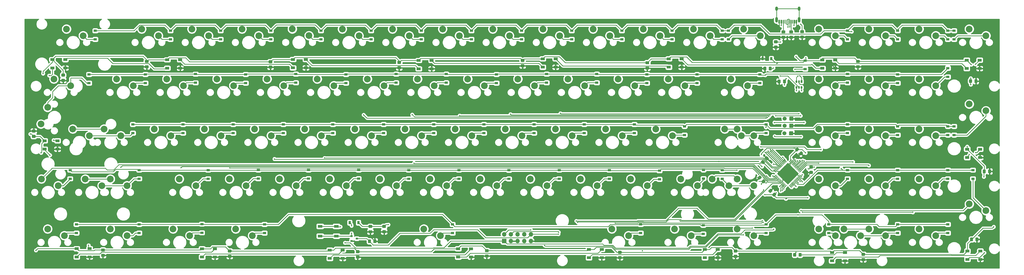
<source format=gbr>
%TF.GenerationSoftware,KiCad,Pcbnew,(5.1.6)-1*%
%TF.CreationDate,2020-09-01T10:18:49+02:00*%
%TF.ProjectId,C-60,432d3630-2e6b-4696-9361-645f70636258,rev?*%
%TF.SameCoordinates,Original*%
%TF.FileFunction,Copper,L1,Top*%
%TF.FilePolarity,Positive*%
%FSLAX46Y46*%
G04 Gerber Fmt 4.6, Leading zero omitted, Abs format (unit mm)*
G04 Created by KiCad (PCBNEW (5.1.6)-1) date 2020-09-01 10:18:49*
%MOMM*%
%LPD*%
G01*
G04 APERTURE LIST*
%TA.AperFunction,SMDPad,CuDef*%
%ADD10R,1.500000X1.000000*%
%TD*%
%TA.AperFunction,ComponentPad*%
%ADD11C,2.540000*%
%TD*%
%TA.AperFunction,SMDPad,CuDef*%
%ADD12R,1.200000X0.900000*%
%TD*%
%TA.AperFunction,SMDPad,CuDef*%
%ADD13R,0.650000X1.060000*%
%TD*%
%TA.AperFunction,SMDPad,CuDef*%
%ADD14C,0.100000*%
%TD*%
%TA.AperFunction,SMDPad,CuDef*%
%ADD15R,1.800000X1.100000*%
%TD*%
%TA.AperFunction,SMDPad,CuDef*%
%ADD16R,0.900000X0.800000*%
%TD*%
%TA.AperFunction,ComponentPad*%
%ADD17C,1.524000*%
%TD*%
%TA.AperFunction,ComponentPad*%
%ADD18O,1.700000X1.700000*%
%TD*%
%TA.AperFunction,ComponentPad*%
%ADD19R,1.700000X1.700000*%
%TD*%
%TA.AperFunction,ComponentPad*%
%ADD20O,1.000000X2.100000*%
%TD*%
%TA.AperFunction,ComponentPad*%
%ADD21O,1.000000X1.600000*%
%TD*%
%TA.AperFunction,SMDPad,CuDef*%
%ADD22R,0.900000X1.200000*%
%TD*%
%TA.AperFunction,ViaPad*%
%ADD23C,0.500000*%
%TD*%
%TA.AperFunction,Conductor*%
%ADD24C,0.250000*%
%TD*%
%TA.AperFunction,Conductor*%
%ADD25C,0.254000*%
%TD*%
G04 APERTURE END LIST*
%TO.P,R1,2*%
%TO.N,Net-(D3-Pad4)*%
%TA.AperFunction,SMDPad,CuDef*%
G36*
G01*
X-140038670Y-45400381D02*
X-140038670Y-44500379D01*
G75*
G02*
X-139788671Y-44250380I249999J0D01*
G01*
X-139138669Y-44250380D01*
G75*
G02*
X-138888670Y-44500379I0J-249999D01*
G01*
X-138888670Y-45400381D01*
G75*
G02*
X-139138669Y-45650380I-249999J0D01*
G01*
X-139788671Y-45650380D01*
G75*
G02*
X-140038670Y-45400381I0J249999D01*
G01*
G37*
%TD.AperFunction*%
%TO.P,R1,1*%
%TO.N,LED_RGB*%
%TA.AperFunction,SMDPad,CuDef*%
G36*
G01*
X-142088670Y-45400381D02*
X-142088670Y-44500379D01*
G75*
G02*
X-141838671Y-44250380I249999J0D01*
G01*
X-141188669Y-44250380D01*
G75*
G02*
X-140938670Y-44500379I0J-249999D01*
G01*
X-140938670Y-45400381D01*
G75*
G02*
X-141188669Y-45650380I-249999J0D01*
G01*
X-141838671Y-45650380D01*
G75*
G02*
X-142088670Y-45400381I0J249999D01*
G01*
G37*
%TD.AperFunction*%
%TD*%
D10*
%TO.P,D35,1*%
%TO.N,5V*%
X-175619750Y-42862500D03*
%TO.P,D35,2*%
%TO.N,Net-(D35-Pad2)*%
X-175619750Y-46062500D03*
%TO.P,D35,4*%
%TO.N,Net-(D19-Pad2)*%
X-170719750Y-42862500D03*
%TO.P,D35,3*%
%TO.N,GND*%
X-170719750Y-46062500D03*
%TD*%
%TO.P,D19,1*%
%TO.N,5V*%
X-219688750Y-42862500D03*
%TO.P,D19,2*%
%TO.N,Net-(D19-Pad2)*%
X-219688750Y-46062500D03*
%TO.P,D19,4*%
%TO.N,Net-(D18-Pad2)*%
X-214788750Y-42862500D03*
%TO.P,D19,3*%
%TO.N,GND*%
X-214788750Y-46062500D03*
%TD*%
%TO.P,D18,1*%
%TO.N,5V*%
X-269345750Y-42608500D03*
%TO.P,D18,2*%
%TO.N,Net-(D18-Pad2)*%
X-269345750Y-45808500D03*
%TO.P,D18,4*%
%TO.N,Net-(D17-Pad2)*%
X-264445750Y-42608500D03*
%TO.P,D18,3*%
%TO.N,GND*%
X-264445750Y-45808500D03*
%TD*%
%TO.P,D17,1*%
%TO.N,5V*%
X-318113750Y-43116500D03*
%TO.P,D17,2*%
%TO.N,Net-(D17-Pad2)*%
X-318113750Y-46316500D03*
%TO.P,D17,4*%
%TO.N,Net-(D16-Pad2)*%
X-313213750Y-43116500D03*
%TO.P,D17,3*%
%TO.N,GND*%
X-313213750Y-46316500D03*
%TD*%
%TO.P,D16,1*%
%TO.N,5V*%
X-366627750Y-42608500D03*
%TO.P,D16,2*%
%TO.N,Net-(D16-Pad2)*%
X-366627750Y-45808500D03*
%TO.P,D16,4*%
%TO.N,Net-(D15-Pad2)*%
X-361727750Y-42608500D03*
%TO.P,D16,3*%
%TO.N,GND*%
X-361727750Y-45808500D03*
%TD*%
%TO.P,D15,1*%
%TO.N,5V*%
X-414252750Y-42583500D03*
%TO.P,D15,2*%
%TO.N,Net-(D15-Pad2)*%
X-414252750Y-45783500D03*
%TO.P,D15,4*%
%TO.N,Net-(D14-Pad2)*%
X-409352750Y-42583500D03*
%TO.P,D15,3*%
%TO.N,GND*%
X-409352750Y-45783500D03*
%TD*%
%TO.P,D14,1*%
%TO.N,5V*%
X-426444750Y-1460500D03*
%TO.P,D14,2*%
%TO.N,Net-(D14-Pad2)*%
X-426444750Y-4660500D03*
%TO.P,D14,4*%
%TO.N,Net-(D13-Pad2)*%
X-421544750Y-1460500D03*
%TO.P,D14,3*%
%TO.N,GND*%
X-421544750Y-4660500D03*
%TD*%
%TO.P,D13,1*%
%TO.N,5V*%
X-423486750Y29476500D03*
%TO.P,D13,2*%
%TO.N,Net-(D13-Pad2)*%
X-423486750Y26276500D03*
%TO.P,D13,4*%
%TO.N,Net-(D12-Pad2)*%
X-418586750Y29476500D03*
%TO.P,D13,3*%
%TO.N,GND*%
X-418586750Y26276500D03*
%TD*%
%TO.P,D12,1*%
%TO.N,5V*%
X-379835750Y29400500D03*
%TO.P,D12,2*%
%TO.N,Net-(D12-Pad2)*%
X-379835750Y26200500D03*
%TO.P,D12,4*%
%TO.N,Net-(D11-Pad2)*%
X-374935750Y29400500D03*
%TO.P,D12,3*%
%TO.N,GND*%
X-374935750Y26200500D03*
%TD*%
%TO.P,D11,1*%
%TO.N,5V*%
X-332083750Y29527500D03*
%TO.P,D11,2*%
%TO.N,Net-(D11-Pad2)*%
X-332083750Y26327500D03*
%TO.P,D11,4*%
%TO.N,Net-(D10-Pad2)*%
X-327183750Y29527500D03*
%TO.P,D11,3*%
%TO.N,GND*%
X-327183750Y26327500D03*
%TD*%
%TO.P,D10,1*%
%TO.N,5V*%
X-284331750Y29146500D03*
%TO.P,D10,2*%
%TO.N,Net-(D10-Pad2)*%
X-284331750Y25946500D03*
%TO.P,D10,4*%
%TO.N,Net-(D10-Pad4)*%
X-279431750Y29146500D03*
%TO.P,D10,3*%
%TO.N,GND*%
X-279431750Y25946500D03*
%TD*%
%TO.P,D9,1*%
%TO.N,5V*%
X-237214750Y29781500D03*
%TO.P,D9,2*%
%TO.N,Net-(D10-Pad4)*%
X-237214750Y26581500D03*
%TO.P,D9,4*%
%TO.N,Net-(D8-Pad2)*%
X-232314750Y29781500D03*
%TO.P,D9,3*%
%TO.N,GND*%
X-232314750Y26581500D03*
%TD*%
%TO.P,D8,1*%
%TO.N,5V*%
X-189335750Y29781500D03*
%TO.P,D8,2*%
%TO.N,Net-(D8-Pad2)*%
X-189335750Y26581500D03*
%TO.P,D8,4*%
%TO.N,Net-(D7-Pad2)*%
X-184435750Y29781500D03*
%TO.P,D8,3*%
%TO.N,GND*%
X-184435750Y26581500D03*
%TD*%
%TO.P,D7,1*%
%TO.N,5V*%
X-131005750Y29349500D03*
%TO.P,D7,2*%
%TO.N,Net-(D7-Pad2)*%
X-131005750Y26149500D03*
%TO.P,D7,4*%
%TO.N,Net-(D6-Pad2)*%
X-126105750Y29349500D03*
%TO.P,D7,3*%
%TO.N,GND*%
X-126105750Y26149500D03*
%TD*%
%TO.P,D6,1*%
%TO.N,5V*%
X-76178750Y29273500D03*
%TO.P,D6,2*%
%TO.N,Net-(D6-Pad2)*%
X-76178750Y26073500D03*
%TO.P,D6,4*%
%TO.N,Net-(D5-Pad2)*%
X-71278750Y29273500D03*
%TO.P,D6,3*%
%TO.N,GND*%
X-71278750Y26073500D03*
%TD*%
%TO.P,D5,1*%
%TO.N,5V*%
X-76014750Y-4686500D03*
%TO.P,D5,2*%
%TO.N,Net-(D5-Pad2)*%
X-76014750Y-7886500D03*
%TO.P,D5,4*%
%TO.N,Net-(D4-Pad2)*%
X-71114750Y-4686500D03*
%TO.P,D5,3*%
%TO.N,GND*%
X-71114750Y-7886500D03*
%TD*%
%TO.P,D4,1*%
%TO.N,5V*%
X-75924750Y-43472500D03*
%TO.P,D4,2*%
%TO.N,Net-(D4-Pad2)*%
X-75924750Y-46672500D03*
%TO.P,D4,4*%
%TO.N,Net-(D3-Pad2)*%
X-71024750Y-43472500D03*
%TO.P,D4,3*%
%TO.N,GND*%
X-71024750Y-46672500D03*
%TD*%
%TO.P,D3,1*%
%TO.N,5V*%
X-127322750Y-44056500D03*
%TO.P,D3,2*%
%TO.N,Net-(D3-Pad2)*%
X-127322750Y-47256500D03*
%TO.P,D3,4*%
%TO.N,Net-(D3-Pad4)*%
X-122422750Y-44056500D03*
%TO.P,D3,3*%
%TO.N,GND*%
X-122422750Y-47256500D03*
%TD*%
%TO.P,C18,2*%
%TO.N,GND*%
%TA.AperFunction,SMDPad,CuDef*%
G36*
G01*
X-164438751Y-44954501D02*
X-163538749Y-44954501D01*
G75*
G02*
X-163288750Y-45204500I0J-249999D01*
G01*
X-163288750Y-45854502D01*
G75*
G02*
X-163538749Y-46104501I-249999J0D01*
G01*
X-164438751Y-46104501D01*
G75*
G02*
X-164688750Y-45854502I0J249999D01*
G01*
X-164688750Y-45204500D01*
G75*
G02*
X-164438751Y-44954501I249999J0D01*
G01*
G37*
%TD.AperFunction*%
%TO.P,C18,1*%
%TO.N,5V*%
%TA.AperFunction,SMDPad,CuDef*%
G36*
G01*
X-164438751Y-42904501D02*
X-163538749Y-42904501D01*
G75*
G02*
X-163288750Y-43154500I0J-249999D01*
G01*
X-163288750Y-43804502D01*
G75*
G02*
X-163538749Y-44054501I-249999J0D01*
G01*
X-164438751Y-44054501D01*
G75*
G02*
X-164688750Y-43804502I0J249999D01*
G01*
X-164688750Y-43154500D01*
G75*
G02*
X-164438751Y-42904501I249999J0D01*
G01*
G37*
%TD.AperFunction*%
%TD*%
%TO.P,C17,2*%
%TO.N,GND*%
%TA.AperFunction,SMDPad,CuDef*%
G36*
G01*
X-208380751Y-45462501D02*
X-207480749Y-45462501D01*
G75*
G02*
X-207230750Y-45712500I0J-249999D01*
G01*
X-207230750Y-46362502D01*
G75*
G02*
X-207480749Y-46612501I-249999J0D01*
G01*
X-208380751Y-46612501D01*
G75*
G02*
X-208630750Y-46362502I0J249999D01*
G01*
X-208630750Y-45712500D01*
G75*
G02*
X-208380751Y-45462501I249999J0D01*
G01*
G37*
%TD.AperFunction*%
%TO.P,C17,1*%
%TO.N,5V*%
%TA.AperFunction,SMDPad,CuDef*%
G36*
G01*
X-208380751Y-43412501D02*
X-207480749Y-43412501D01*
G75*
G02*
X-207230750Y-43662500I0J-249999D01*
G01*
X-207230750Y-44312502D01*
G75*
G02*
X-207480749Y-44562501I-249999J0D01*
G01*
X-208380751Y-44562501D01*
G75*
G02*
X-208630750Y-44312502I0J249999D01*
G01*
X-208630750Y-43662500D01*
G75*
G02*
X-208380751Y-43412501I249999J0D01*
G01*
G37*
%TD.AperFunction*%
%TD*%
%TO.P,C16,2*%
%TO.N,GND*%
%TA.AperFunction,SMDPad,CuDef*%
G36*
G01*
X-258926751Y-44827500D02*
X-258026749Y-44827500D01*
G75*
G02*
X-257776750Y-45077499I0J-249999D01*
G01*
X-257776750Y-45727501D01*
G75*
G02*
X-258026749Y-45977500I-249999J0D01*
G01*
X-258926751Y-45977500D01*
G75*
G02*
X-259176750Y-45727501I0J249999D01*
G01*
X-259176750Y-45077499D01*
G75*
G02*
X-258926751Y-44827500I249999J0D01*
G01*
G37*
%TD.AperFunction*%
%TO.P,C16,1*%
%TO.N,5V*%
%TA.AperFunction,SMDPad,CuDef*%
G36*
G01*
X-258926751Y-42777500D02*
X-258026749Y-42777500D01*
G75*
G02*
X-257776750Y-43027499I0J-249999D01*
G01*
X-257776750Y-43677501D01*
G75*
G02*
X-258026749Y-43927500I-249999J0D01*
G01*
X-258926751Y-43927500D01*
G75*
G02*
X-259176750Y-43677501I0J249999D01*
G01*
X-259176750Y-43027499D01*
G75*
G02*
X-258926751Y-42777500I249999J0D01*
G01*
G37*
%TD.AperFunction*%
%TD*%
%TO.P,C15,2*%
%TO.N,GND*%
%TA.AperFunction,SMDPad,CuDef*%
G36*
G01*
X-307948751Y-45208500D02*
X-307048749Y-45208500D01*
G75*
G02*
X-306798750Y-45458499I0J-249999D01*
G01*
X-306798750Y-46108501D01*
G75*
G02*
X-307048749Y-46358500I-249999J0D01*
G01*
X-307948751Y-46358500D01*
G75*
G02*
X-308198750Y-46108501I0J249999D01*
G01*
X-308198750Y-45458499D01*
G75*
G02*
X-307948751Y-45208500I249999J0D01*
G01*
G37*
%TD.AperFunction*%
%TO.P,C15,1*%
%TO.N,5V*%
%TA.AperFunction,SMDPad,CuDef*%
G36*
G01*
X-307948751Y-43158500D02*
X-307048749Y-43158500D01*
G75*
G02*
X-306798750Y-43408499I0J-249999D01*
G01*
X-306798750Y-44058501D01*
G75*
G02*
X-307048749Y-44308500I-249999J0D01*
G01*
X-307948751Y-44308500D01*
G75*
G02*
X-308198750Y-44058501I0J249999D01*
G01*
X-308198750Y-43408499D01*
G75*
G02*
X-307948751Y-43158500I249999J0D01*
G01*
G37*
%TD.AperFunction*%
%TD*%
%TO.P,C14,2*%
%TO.N,GND*%
%TA.AperFunction,SMDPad,CuDef*%
G36*
G01*
X-356589751Y-44963500D02*
X-355689749Y-44963500D01*
G75*
G02*
X-355439750Y-45213499I0J-249999D01*
G01*
X-355439750Y-45863501D01*
G75*
G02*
X-355689749Y-46113500I-249999J0D01*
G01*
X-356589751Y-46113500D01*
G75*
G02*
X-356839750Y-45863501I0J249999D01*
G01*
X-356839750Y-45213499D01*
G75*
G02*
X-356589751Y-44963500I249999J0D01*
G01*
G37*
%TD.AperFunction*%
%TO.P,C14,1*%
%TO.N,5V*%
%TA.AperFunction,SMDPad,CuDef*%
G36*
G01*
X-356589751Y-42913500D02*
X-355689749Y-42913500D01*
G75*
G02*
X-355439750Y-43163499I0J-249999D01*
G01*
X-355439750Y-43813501D01*
G75*
G02*
X-355689749Y-44063500I-249999J0D01*
G01*
X-356589751Y-44063500D01*
G75*
G02*
X-356839750Y-43813501I0J249999D01*
G01*
X-356839750Y-43163499D01*
G75*
G02*
X-356589751Y-42913500I249999J0D01*
G01*
G37*
%TD.AperFunction*%
%TD*%
%TO.P,C13,2*%
%TO.N,GND*%
%TA.AperFunction,SMDPad,CuDef*%
G36*
G01*
X-404722751Y-44573500D02*
X-403822749Y-44573500D01*
G75*
G02*
X-403572750Y-44823499I0J-249999D01*
G01*
X-403572750Y-45473501D01*
G75*
G02*
X-403822749Y-45723500I-249999J0D01*
G01*
X-404722751Y-45723500D01*
G75*
G02*
X-404972750Y-45473501I0J249999D01*
G01*
X-404972750Y-44823499D01*
G75*
G02*
X-404722751Y-44573500I249999J0D01*
G01*
G37*
%TD.AperFunction*%
%TO.P,C13,1*%
%TO.N,5V*%
%TA.AperFunction,SMDPad,CuDef*%
G36*
G01*
X-404722751Y-42523500D02*
X-403822749Y-42523500D01*
G75*
G02*
X-403572750Y-42773499I0J-249999D01*
G01*
X-403572750Y-43423501D01*
G75*
G02*
X-403822749Y-43673500I-249999J0D01*
G01*
X-404722751Y-43673500D01*
G75*
G02*
X-404972750Y-43423501I0J249999D01*
G01*
X-404972750Y-42773499D01*
G75*
G02*
X-404722751Y-42523500I249999J0D01*
G01*
G37*
%TD.AperFunction*%
%TD*%
%TO.P,C12,2*%
%TO.N,GND*%
%TA.AperFunction,SMDPad,CuDef*%
G36*
G01*
X-430111749Y1665499D02*
X-431011751Y1665499D01*
G75*
G02*
X-431261750Y1915498I0J249999D01*
G01*
X-431261750Y2565500D01*
G75*
G02*
X-431011751Y2815499I249999J0D01*
G01*
X-430111749Y2815499D01*
G75*
G02*
X-429861750Y2565500I0J-249999D01*
G01*
X-429861750Y1915498D01*
G75*
G02*
X-430111749Y1665499I-249999J0D01*
G01*
G37*
%TD.AperFunction*%
%TO.P,C12,1*%
%TO.N,5V*%
%TA.AperFunction,SMDPad,CuDef*%
G36*
G01*
X-430111749Y-384501D02*
X-431011751Y-384501D01*
G75*
G02*
X-431261750Y-134502I0J249999D01*
G01*
X-431261750Y515500D01*
G75*
G02*
X-431011751Y765499I249999J0D01*
G01*
X-430111749Y765499D01*
G75*
G02*
X-429861750Y515500I0J-249999D01*
G01*
X-429861750Y-134502D01*
G75*
G02*
X-430111749Y-384501I-249999J0D01*
G01*
G37*
%TD.AperFunction*%
%TD*%
%TO.P,C11,2*%
%TO.N,GND*%
%TA.AperFunction,SMDPad,CuDef*%
G36*
G01*
X-419835751Y22101500D02*
X-418935749Y22101500D01*
G75*
G02*
X-418685750Y21851501I0J-249999D01*
G01*
X-418685750Y21201499D01*
G75*
G02*
X-418935749Y20951500I-249999J0D01*
G01*
X-419835751Y20951500D01*
G75*
G02*
X-420085750Y21201499I0J249999D01*
G01*
X-420085750Y21851501D01*
G75*
G02*
X-419835751Y22101500I249999J0D01*
G01*
G37*
%TD.AperFunction*%
%TO.P,C11,1*%
%TO.N,5V*%
%TA.AperFunction,SMDPad,CuDef*%
G36*
G01*
X-419835751Y24151500D02*
X-418935749Y24151500D01*
G75*
G02*
X-418685750Y23901501I0J-249999D01*
G01*
X-418685750Y23251499D01*
G75*
G02*
X-418935749Y23001500I-249999J0D01*
G01*
X-419835751Y23001500D01*
G75*
G02*
X-420085750Y23251499I0J249999D01*
G01*
X-420085750Y23901501D01*
G75*
G02*
X-419835751Y24151500I249999J0D01*
G01*
G37*
%TD.AperFunction*%
%TD*%
%TO.P,C10,2*%
%TO.N,GND*%
%TA.AperFunction,SMDPad,CuDef*%
G36*
G01*
X-388085751Y27308500D02*
X-387185749Y27308500D01*
G75*
G02*
X-386935750Y27058501I0J-249999D01*
G01*
X-386935750Y26408499D01*
G75*
G02*
X-387185749Y26158500I-249999J0D01*
G01*
X-388085751Y26158500D01*
G75*
G02*
X-388335750Y26408499I0J249999D01*
G01*
X-388335750Y27058501D01*
G75*
G02*
X-388085751Y27308500I249999J0D01*
G01*
G37*
%TD.AperFunction*%
%TO.P,C10,1*%
%TO.N,5V*%
%TA.AperFunction,SMDPad,CuDef*%
G36*
G01*
X-388085751Y29358500D02*
X-387185749Y29358500D01*
G75*
G02*
X-386935750Y29108501I0J-249999D01*
G01*
X-386935750Y28458499D01*
G75*
G02*
X-387185749Y28208500I-249999J0D01*
G01*
X-388085751Y28208500D01*
G75*
G02*
X-388335750Y28458499I0J249999D01*
G01*
X-388335750Y29108501D01*
G75*
G02*
X-388085751Y29358500I249999J0D01*
G01*
G37*
%TD.AperFunction*%
%TD*%
%TO.P,C9,2*%
%TO.N,GND*%
%TA.AperFunction,SMDPad,CuDef*%
G36*
G01*
X-341095751Y27181500D02*
X-340195749Y27181500D01*
G75*
G02*
X-339945750Y26931501I0J-249999D01*
G01*
X-339945750Y26281499D01*
G75*
G02*
X-340195749Y26031500I-249999J0D01*
G01*
X-341095751Y26031500D01*
G75*
G02*
X-341345750Y26281499I0J249999D01*
G01*
X-341345750Y26931501D01*
G75*
G02*
X-341095751Y27181500I249999J0D01*
G01*
G37*
%TD.AperFunction*%
%TO.P,C9,1*%
%TO.N,5V*%
%TA.AperFunction,SMDPad,CuDef*%
G36*
G01*
X-341095751Y29231500D02*
X-340195749Y29231500D01*
G75*
G02*
X-339945750Y28981501I0J-249999D01*
G01*
X-339945750Y28331499D01*
G75*
G02*
X-340195749Y28081500I-249999J0D01*
G01*
X-341095751Y28081500D01*
G75*
G02*
X-341345750Y28331499I0J249999D01*
G01*
X-341345750Y28981501D01*
G75*
G02*
X-341095751Y29231500I249999J0D01*
G01*
G37*
%TD.AperFunction*%
%TD*%
%TO.P,C8,2*%
%TO.N,GND*%
%TA.AperFunction,SMDPad,CuDef*%
G36*
G01*
X-292200751Y26927500D02*
X-291300749Y26927500D01*
G75*
G02*
X-291050750Y26677501I0J-249999D01*
G01*
X-291050750Y26027499D01*
G75*
G02*
X-291300749Y25777500I-249999J0D01*
G01*
X-292200751Y25777500D01*
G75*
G02*
X-292450750Y26027499I0J249999D01*
G01*
X-292450750Y26677501D01*
G75*
G02*
X-292200751Y26927500I249999J0D01*
G01*
G37*
%TD.AperFunction*%
%TO.P,C8,1*%
%TO.N,5V*%
%TA.AperFunction,SMDPad,CuDef*%
G36*
G01*
X-292200751Y28977500D02*
X-291300749Y28977500D01*
G75*
G02*
X-291050750Y28727501I0J-249999D01*
G01*
X-291050750Y28077499D01*
G75*
G02*
X-291300749Y27827500I-249999J0D01*
G01*
X-292200751Y27827500D01*
G75*
G02*
X-292450750Y28077499I0J249999D01*
G01*
X-292450750Y28727501D01*
G75*
G02*
X-292200751Y28977500I249999J0D01*
G01*
G37*
%TD.AperFunction*%
%TD*%
%TO.P,C7,2*%
%TO.N,GND*%
%TA.AperFunction,SMDPad,CuDef*%
G36*
G01*
X-245337751Y27689500D02*
X-244437749Y27689500D01*
G75*
G02*
X-244187750Y27439501I0J-249999D01*
G01*
X-244187750Y26789499D01*
G75*
G02*
X-244437749Y26539500I-249999J0D01*
G01*
X-245337751Y26539500D01*
G75*
G02*
X-245587750Y26789499I0J249999D01*
G01*
X-245587750Y27439501D01*
G75*
G02*
X-245337751Y27689500I249999J0D01*
G01*
G37*
%TD.AperFunction*%
%TO.P,C7,1*%
%TO.N,5V*%
%TA.AperFunction,SMDPad,CuDef*%
G36*
G01*
X-245337751Y29739500D02*
X-244437749Y29739500D01*
G75*
G02*
X-244187750Y29489501I0J-249999D01*
G01*
X-244187750Y28839499D01*
G75*
G02*
X-244437749Y28589500I-249999J0D01*
G01*
X-245337751Y28589500D01*
G75*
G02*
X-245587750Y28839499I0J249999D01*
G01*
X-245587750Y29489501D01*
G75*
G02*
X-245337751Y29739500I249999J0D01*
G01*
G37*
%TD.AperFunction*%
%TD*%
%TO.P,C6,2*%
%TO.N,GND*%
%TA.AperFunction,SMDPad,CuDef*%
G36*
G01*
X-197966751Y26791500D02*
X-197066749Y26791500D01*
G75*
G02*
X-196816750Y26541501I0J-249999D01*
G01*
X-196816750Y25891499D01*
G75*
G02*
X-197066749Y25641500I-249999J0D01*
G01*
X-197966751Y25641500D01*
G75*
G02*
X-198216750Y25891499I0J249999D01*
G01*
X-198216750Y26541501D01*
G75*
G02*
X-197966751Y26791500I249999J0D01*
G01*
G37*
%TD.AperFunction*%
%TO.P,C6,1*%
%TO.N,5V*%
%TA.AperFunction,SMDPad,CuDef*%
G36*
G01*
X-197966751Y28841500D02*
X-197066749Y28841500D01*
G75*
G02*
X-196816750Y28591501I0J-249999D01*
G01*
X-196816750Y27941499D01*
G75*
G02*
X-197066749Y27691500I-249999J0D01*
G01*
X-197966751Y27691500D01*
G75*
G02*
X-198216750Y27941499I0J249999D01*
G01*
X-198216750Y28591501D01*
G75*
G02*
X-197966751Y28841500I249999J0D01*
G01*
G37*
%TD.AperFunction*%
%TD*%
%TO.P,C5,2*%
%TO.N,GND*%
%TA.AperFunction,SMDPad,CuDef*%
G36*
G01*
X-117956751Y27308499D02*
X-117056749Y27308499D01*
G75*
G02*
X-116806750Y27058500I0J-249999D01*
G01*
X-116806750Y26408498D01*
G75*
G02*
X-117056749Y26158499I-249999J0D01*
G01*
X-117956751Y26158499D01*
G75*
G02*
X-118206750Y26408498I0J249999D01*
G01*
X-118206750Y27058500D01*
G75*
G02*
X-117956751Y27308499I249999J0D01*
G01*
G37*
%TD.AperFunction*%
%TO.P,C5,1*%
%TO.N,5V*%
%TA.AperFunction,SMDPad,CuDef*%
G36*
G01*
X-117956751Y29358499D02*
X-117056749Y29358499D01*
G75*
G02*
X-116806750Y29108500I0J-249999D01*
G01*
X-116806750Y28458498D01*
G75*
G02*
X-117056749Y28208499I-249999J0D01*
G01*
X-117956751Y28208499D01*
G75*
G02*
X-118206750Y28458498I0J249999D01*
G01*
X-118206750Y29108500D01*
G75*
G02*
X-117956751Y29358499I249999J0D01*
G01*
G37*
%TD.AperFunction*%
%TD*%
%TO.P,C4,2*%
%TO.N,GND*%
%TA.AperFunction,SMDPad,CuDef*%
G36*
G01*
X-73250750Y20822499D02*
X-73250750Y21722501D01*
G75*
G02*
X-73000751Y21972500I249999J0D01*
G01*
X-72350749Y21972500D01*
G75*
G02*
X-72100750Y21722501I0J-249999D01*
G01*
X-72100750Y20822499D01*
G75*
G02*
X-72350749Y20572500I-249999J0D01*
G01*
X-73000751Y20572500D01*
G75*
G02*
X-73250750Y20822499I0J249999D01*
G01*
G37*
%TD.AperFunction*%
%TO.P,C4,1*%
%TO.N,5V*%
%TA.AperFunction,SMDPad,CuDef*%
G36*
G01*
X-75300750Y20822499D02*
X-75300750Y21722501D01*
G75*
G02*
X-75050751Y21972500I249999J0D01*
G01*
X-74400749Y21972500D01*
G75*
G02*
X-74150750Y21722501I0J-249999D01*
G01*
X-74150750Y20822499D01*
G75*
G02*
X-74400749Y20572500I-249999J0D01*
G01*
X-75050751Y20572500D01*
G75*
G02*
X-75300750Y20822499I0J249999D01*
G01*
G37*
%TD.AperFunction*%
%TD*%
%TO.P,C3,2*%
%TO.N,GND*%
%TA.AperFunction,SMDPad,CuDef*%
G36*
G01*
X-68043750Y-13594501D02*
X-68043750Y-12694499D01*
G75*
G02*
X-67793751Y-12444500I249999J0D01*
G01*
X-67143749Y-12444500D01*
G75*
G02*
X-66893750Y-12694499I0J-249999D01*
G01*
X-66893750Y-13594501D01*
G75*
G02*
X-67143749Y-13844500I-249999J0D01*
G01*
X-67793751Y-13844500D01*
G75*
G02*
X-68043750Y-13594501I0J249999D01*
G01*
G37*
%TD.AperFunction*%
%TO.P,C3,1*%
%TO.N,5V*%
%TA.AperFunction,SMDPad,CuDef*%
G36*
G01*
X-70093750Y-13594501D02*
X-70093750Y-12694499D01*
G75*
G02*
X-69843751Y-12444500I249999J0D01*
G01*
X-69193749Y-12444500D01*
G75*
G02*
X-68943750Y-12694499I0J-249999D01*
G01*
X-68943750Y-13594501D01*
G75*
G02*
X-69193749Y-13844500I-249999J0D01*
G01*
X-69843751Y-13844500D01*
G75*
G02*
X-70093750Y-13594501I0J249999D01*
G01*
G37*
%TD.AperFunction*%
%TD*%
%TO.P,C2,2*%
%TO.N,GND*%
%TA.AperFunction,SMDPad,CuDef*%
G36*
G01*
X-72869750Y-39502501D02*
X-72869750Y-38602499D01*
G75*
G02*
X-72619751Y-38352500I249999J0D01*
G01*
X-71969749Y-38352500D01*
G75*
G02*
X-71719750Y-38602499I0J-249999D01*
G01*
X-71719750Y-39502501D01*
G75*
G02*
X-71969749Y-39752500I-249999J0D01*
G01*
X-72619751Y-39752500D01*
G75*
G02*
X-72869750Y-39502501I0J249999D01*
G01*
G37*
%TD.AperFunction*%
%TO.P,C2,1*%
%TO.N,5V*%
%TA.AperFunction,SMDPad,CuDef*%
G36*
G01*
X-74919750Y-39502501D02*
X-74919750Y-38602499D01*
G75*
G02*
X-74669751Y-38352500I249999J0D01*
G01*
X-74019749Y-38352500D01*
G75*
G02*
X-73769750Y-38602499I0J-249999D01*
G01*
X-73769750Y-39502501D01*
G75*
G02*
X-74019749Y-39752500I-249999J0D01*
G01*
X-74669751Y-39752500D01*
G75*
G02*
X-74919750Y-39502501I0J249999D01*
G01*
G37*
%TD.AperFunction*%
%TD*%
%TO.P,C1,2*%
%TO.N,GND*%
%TA.AperFunction,SMDPad,CuDef*%
G36*
G01*
X-115924751Y-46224501D02*
X-115024749Y-46224501D01*
G75*
G02*
X-114774750Y-46474500I0J-249999D01*
G01*
X-114774750Y-47124502D01*
G75*
G02*
X-115024749Y-47374501I-249999J0D01*
G01*
X-115924751Y-47374501D01*
G75*
G02*
X-116174750Y-47124502I0J249999D01*
G01*
X-116174750Y-46474500D01*
G75*
G02*
X-115924751Y-46224501I249999J0D01*
G01*
G37*
%TD.AperFunction*%
%TO.P,C1,1*%
%TO.N,5V*%
%TA.AperFunction,SMDPad,CuDef*%
G36*
G01*
X-115924751Y-44174501D02*
X-115024749Y-44174501D01*
G75*
G02*
X-114774750Y-44424500I0J-249999D01*
G01*
X-114774750Y-45074502D01*
G75*
G02*
X-115024749Y-45324501I-249999J0D01*
G01*
X-115924751Y-45324501D01*
G75*
G02*
X-116174750Y-45074502I0J249999D01*
G01*
X-116174750Y-44424500D01*
G75*
G02*
X-115924751Y-44174501I249999J0D01*
G01*
G37*
%TD.AperFunction*%
%TD*%
D11*
%TO.P,SW90,1*%
%TO.N,Col17*%
X-401468750Y-16041250D03*
%TO.P,SW90,2*%
%TO.N,Net-(D90-Pad2)*%
X-395118750Y-18581250D03*
%TD*%
%TO.P,SW4,2*%
%TO.N,Net-(D2-Pad2)*%
X-421312500Y-18581250D03*
%TO.P,SW4,1*%
%TO.N,Col18*%
X-427662500Y-16041250D03*
%TD*%
%TO.P,SW3,1*%
%TO.N,Col17*%
X-410993750Y-16041250D03*
%TO.P,SW3,2*%
%TO.N,Net-(D90-Pad2)*%
X-404643750Y-18581250D03*
%TD*%
D12*
%TO.P,D2,2*%
%TO.N,Net-(D2-Pad2)*%
X-416718750Y-15937500D03*
%TO.P,D2,1*%
%TO.N,Row4*%
X-416718750Y-12637500D03*
%TD*%
D11*
%TO.P,SW95,1*%
%TO.N,Col1*%
X-75237500Y-25566250D03*
%TO.P,SW95,2*%
%TO.N,Net-(D95-Pad2)*%
X-68887500Y-28106250D03*
%TD*%
%TO.P,SW59,1*%
%TO.N,Col1*%
X-75237500Y12533750D03*
%TO.P,SW59,2*%
%TO.N,Net-(D59-Pad2)*%
X-68887500Y9993750D03*
%TD*%
%TO.P,SW106,1*%
%TO.N,Col3*%
X-122862500Y-35091250D03*
%TO.P,SW106,2*%
%TO.N,Net-(D106-Pad2)*%
X-116512500Y-37631250D03*
%TD*%
%TO.P,SW103,1*%
%TO.N,Col18*%
X-425281250Y-35091250D03*
%TO.P,SW103,2*%
%TO.N,Net-(D103-Pad2)*%
X-418931250Y-37631250D03*
%TD*%
%TO.P,SW102,1*%
%TO.N,Col17*%
X-401468750Y-35091250D03*
%TO.P,SW102,2*%
%TO.N,Net-(D102-Pad2)*%
X-395118750Y-37631250D03*
%TD*%
%TO.P,SW101,1*%
%TO.N,Col16*%
X-377656250Y-35091250D03*
%TO.P,SW101,2*%
%TO.N,Net-(D101-Pad2)*%
X-371306250Y-37631250D03*
%TD*%
%TO.P,SW100,1*%
%TO.N,Col15*%
X-353843750Y-35091250D03*
%TO.P,SW100,2*%
%TO.N,Net-(D100-Pad2)*%
X-347493750Y-37631250D03*
%TD*%
%TO.P,U3,5*%
%TO.N,VBUS*%
%TA.AperFunction,SMDPad,CuDef*%
G36*
G01*
X-139888750Y19397500D02*
X-139888750Y19397500D01*
G75*
G02*
X-139563750Y19072500I0J-325000D01*
G01*
X-139563750Y18662500D01*
G75*
G02*
X-139888750Y18337500I-325000J0D01*
G01*
X-139888750Y18337500D01*
G75*
G02*
X-140213750Y18662500I0J325000D01*
G01*
X-140213750Y19072500D01*
G75*
G02*
X-139888750Y19397500I325000J0D01*
G01*
G37*
%TD.AperFunction*%
%TO.P,U3,6*%
%TO.N,D-*%
%TA.AperFunction,SMDPad,CuDef*%
G36*
G01*
X-138938750Y19397500D02*
X-138938750Y19397500D01*
G75*
G02*
X-138613750Y19072500I0J-325000D01*
G01*
X-138613750Y18662500D01*
G75*
G02*
X-138938750Y18337500I-325000J0D01*
G01*
X-138938750Y18337500D01*
G75*
G02*
X-139263750Y18662500I0J325000D01*
G01*
X-139263750Y19072500D01*
G75*
G02*
X-138938750Y19397500I325000J0D01*
G01*
G37*
%TD.AperFunction*%
%TO.P,U3,4*%
%TO.N,D+*%
%TA.AperFunction,SMDPad,CuDef*%
G36*
G01*
X-140838750Y19397500D02*
X-140838750Y19397500D01*
G75*
G02*
X-140513750Y19072500I0J-325000D01*
G01*
X-140513750Y18662500D01*
G75*
G02*
X-140838750Y18337500I-325000J0D01*
G01*
X-140838750Y18337500D01*
G75*
G02*
X-141163750Y18662500I0J325000D01*
G01*
X-141163750Y19072500D01*
G75*
G02*
X-140838750Y19397500I325000J0D01*
G01*
G37*
%TD.AperFunction*%
%TO.P,U3,3*%
%TO.N,DBus+*%
%TA.AperFunction,SMDPad,CuDef*%
G36*
G01*
X-140838750Y21597500D02*
X-140838750Y21597500D01*
G75*
G02*
X-140513750Y21272500I0J-325000D01*
G01*
X-140513750Y20862500D01*
G75*
G02*
X-140838750Y20537500I-325000J0D01*
G01*
X-140838750Y20537500D01*
G75*
G02*
X-141163750Y20862500I0J325000D01*
G01*
X-141163750Y21272500D01*
G75*
G02*
X-140838750Y21597500I325000J0D01*
G01*
G37*
%TD.AperFunction*%
%TO.P,U3,2*%
%TO.N,GND*%
%TA.AperFunction,SMDPad,CuDef*%
G36*
G01*
X-139888750Y21597500D02*
X-139888750Y21597500D01*
G75*
G02*
X-139563750Y21272500I0J-325000D01*
G01*
X-139563750Y20862500D01*
G75*
G02*
X-139888750Y20537500I-325000J0D01*
G01*
X-139888750Y20537500D01*
G75*
G02*
X-140213750Y20862500I0J325000D01*
G01*
X-140213750Y21272500D01*
G75*
G02*
X-139888750Y21597500I325000J0D01*
G01*
G37*
%TD.AperFunction*%
D13*
%TO.P,U3,1*%
%TO.N,DBus-*%
X-138938750Y21067500D03*
%TD*%
%TO.P,U1,48*%
%TO.N,3.3V*%
%TA.AperFunction,SMDPad,CuDef*%
G36*
G01*
X-148713517Y-13500203D02*
X-149544367Y-12669353D01*
G75*
G02*
X-149544367Y-12457221I106066J106066D01*
G01*
X-149544367Y-12457221D01*
G75*
G02*
X-149332235Y-12457221I106066J-106066D01*
G01*
X-148501385Y-13288071D01*
G75*
G02*
X-148501385Y-13500203I-106066J-106066D01*
G01*
X-148501385Y-13500203D01*
G75*
G02*
X-148713517Y-13500203I-106066J106066D01*
G01*
G37*
%TD.AperFunction*%
%TO.P,U1,47*%
%TO.N,GND*%
%TA.AperFunction,SMDPad,CuDef*%
G36*
G01*
X-148359963Y-13146649D02*
X-149190813Y-12315799D01*
G75*
G02*
X-149190813Y-12103667I106066J106066D01*
G01*
X-149190813Y-12103667D01*
G75*
G02*
X-148978681Y-12103667I106066J-106066D01*
G01*
X-148147831Y-12934517D01*
G75*
G02*
X-148147831Y-13146649I-106066J-106066D01*
G01*
X-148147831Y-13146649D01*
G75*
G02*
X-148359963Y-13146649I-106066J106066D01*
G01*
G37*
%TD.AperFunction*%
%TO.P,U1,46*%
%TO.N,Col14*%
%TA.AperFunction,SMDPad,CuDef*%
G36*
G01*
X-148006410Y-12793096D02*
X-148837260Y-11962246D01*
G75*
G02*
X-148837260Y-11750114I106066J106066D01*
G01*
X-148837260Y-11750114D01*
G75*
G02*
X-148625128Y-11750114I106066J-106066D01*
G01*
X-147794278Y-12580964D01*
G75*
G02*
X-147794278Y-12793096I-106066J-106066D01*
G01*
X-147794278Y-12793096D01*
G75*
G02*
X-148006410Y-12793096I-106066J106066D01*
G01*
G37*
%TD.AperFunction*%
%TO.P,U1,45*%
%TO.N,Col13*%
%TA.AperFunction,SMDPad,CuDef*%
G36*
G01*
X-147652856Y-12439542D02*
X-148483706Y-11608692D01*
G75*
G02*
X-148483706Y-11396560I106066J106066D01*
G01*
X-148483706Y-11396560D01*
G75*
G02*
X-148271574Y-11396560I106066J-106066D01*
G01*
X-147440724Y-12227410D01*
G75*
G02*
X-147440724Y-12439542I-106066J-106066D01*
G01*
X-147440724Y-12439542D01*
G75*
G02*
X-147652856Y-12439542I-106066J106066D01*
G01*
G37*
%TD.AperFunction*%
%TO.P,U1,44*%
%TO.N,BOOT0*%
%TA.AperFunction,SMDPad,CuDef*%
G36*
G01*
X-147299303Y-12085989D02*
X-148130153Y-11255139D01*
G75*
G02*
X-148130153Y-11043007I106066J106066D01*
G01*
X-148130153Y-11043007D01*
G75*
G02*
X-147918021Y-11043007I106066J-106066D01*
G01*
X-147087171Y-11873857D01*
G75*
G02*
X-147087171Y-12085989I-106066J-106066D01*
G01*
X-147087171Y-12085989D01*
G75*
G02*
X-147299303Y-12085989I-106066J106066D01*
G01*
G37*
%TD.AperFunction*%
%TO.P,U1,43*%
%TO.N,Row2*%
%TA.AperFunction,SMDPad,CuDef*%
G36*
G01*
X-146945750Y-11732436D02*
X-147776600Y-10901586D01*
G75*
G02*
X-147776600Y-10689454I106066J106066D01*
G01*
X-147776600Y-10689454D01*
G75*
G02*
X-147564468Y-10689454I106066J-106066D01*
G01*
X-146733618Y-11520304D01*
G75*
G02*
X-146733618Y-11732436I-106066J-106066D01*
G01*
X-146733618Y-11732436D01*
G75*
G02*
X-146945750Y-11732436I-106066J106066D01*
G01*
G37*
%TD.AperFunction*%
%TO.P,U1,42*%
%TO.N,Row3*%
%TA.AperFunction,SMDPad,CuDef*%
G36*
G01*
X-146592196Y-11378882D02*
X-147423046Y-10548032D01*
G75*
G02*
X-147423046Y-10335900I106066J106066D01*
G01*
X-147423046Y-10335900D01*
G75*
G02*
X-147210914Y-10335900I106066J-106066D01*
G01*
X-146380064Y-11166750D01*
G75*
G02*
X-146380064Y-11378882I-106066J-106066D01*
G01*
X-146380064Y-11378882D01*
G75*
G02*
X-146592196Y-11378882I-106066J106066D01*
G01*
G37*
%TD.AperFunction*%
%TO.P,U1,41*%
%TO.N,Col12*%
%TA.AperFunction,SMDPad,CuDef*%
G36*
G01*
X-146238643Y-11025329D02*
X-147069493Y-10194479D01*
G75*
G02*
X-147069493Y-9982347I106066J106066D01*
G01*
X-147069493Y-9982347D01*
G75*
G02*
X-146857361Y-9982347I106066J-106066D01*
G01*
X-146026511Y-10813197D01*
G75*
G02*
X-146026511Y-11025329I-106066J-106066D01*
G01*
X-146026511Y-11025329D01*
G75*
G02*
X-146238643Y-11025329I-106066J106066D01*
G01*
G37*
%TD.AperFunction*%
%TO.P,U1,40*%
%TO.N,Col11*%
%TA.AperFunction,SMDPad,CuDef*%
G36*
G01*
X-145885090Y-10671776D02*
X-146715940Y-9840926D01*
G75*
G02*
X-146715940Y-9628794I106066J106066D01*
G01*
X-146715940Y-9628794D01*
G75*
G02*
X-146503808Y-9628794I106066J-106066D01*
G01*
X-145672958Y-10459644D01*
G75*
G02*
X-145672958Y-10671776I-106066J-106066D01*
G01*
X-145672958Y-10671776D01*
G75*
G02*
X-145885090Y-10671776I-106066J106066D01*
G01*
G37*
%TD.AperFunction*%
%TO.P,U1,39*%
%TO.N,Col10*%
%TA.AperFunction,SMDPad,CuDef*%
G36*
G01*
X-145531536Y-10318222D02*
X-146362386Y-9487372D01*
G75*
G02*
X-146362386Y-9275240I106066J106066D01*
G01*
X-146362386Y-9275240D01*
G75*
G02*
X-146150254Y-9275240I106066J-106066D01*
G01*
X-145319404Y-10106090D01*
G75*
G02*
X-145319404Y-10318222I-106066J-106066D01*
G01*
X-145319404Y-10318222D01*
G75*
G02*
X-145531536Y-10318222I-106066J106066D01*
G01*
G37*
%TD.AperFunction*%
%TO.P,U1,38*%
%TO.N,Col9*%
%TA.AperFunction,SMDPad,CuDef*%
G36*
G01*
X-145177983Y-9964669D02*
X-146008833Y-9133819D01*
G75*
G02*
X-146008833Y-8921687I106066J106066D01*
G01*
X-146008833Y-8921687D01*
G75*
G02*
X-145796701Y-8921687I106066J-106066D01*
G01*
X-144965851Y-9752537D01*
G75*
G02*
X-144965851Y-9964669I-106066J-106066D01*
G01*
X-144965851Y-9964669D01*
G75*
G02*
X-145177983Y-9964669I-106066J106066D01*
G01*
G37*
%TD.AperFunction*%
%TO.P,U1,37*%
%TO.N,SWCLK*%
%TA.AperFunction,SMDPad,CuDef*%
G36*
G01*
X-144824429Y-9611115D02*
X-145655279Y-8780265D01*
G75*
G02*
X-145655279Y-8568133I106066J106066D01*
G01*
X-145655279Y-8568133D01*
G75*
G02*
X-145443147Y-8568133I106066J-106066D01*
G01*
X-144612297Y-9398983D01*
G75*
G02*
X-144612297Y-9611115I-106066J-106066D01*
G01*
X-144612297Y-9611115D01*
G75*
G02*
X-144824429Y-9611115I-106066J106066D01*
G01*
G37*
%TD.AperFunction*%
%TO.P,U1,36*%
%TO.N,3.3V*%
%TA.AperFunction,SMDPad,CuDef*%
G36*
G01*
X-143657703Y-9611115D02*
X-143657703Y-9611115D01*
G75*
G02*
X-143657703Y-9398983I106066J106066D01*
G01*
X-142826853Y-8568133D01*
G75*
G02*
X-142614721Y-8568133I106066J-106066D01*
G01*
X-142614721Y-8568133D01*
G75*
G02*
X-142614721Y-8780265I-106066J-106066D01*
G01*
X-143445571Y-9611115D01*
G75*
G02*
X-143657703Y-9611115I-106066J106066D01*
G01*
G37*
%TD.AperFunction*%
%TO.P,U1,35*%
%TO.N,GND*%
%TA.AperFunction,SMDPad,CuDef*%
G36*
G01*
X-143304149Y-9964669D02*
X-143304149Y-9964669D01*
G75*
G02*
X-143304149Y-9752537I106066J106066D01*
G01*
X-142473299Y-8921687D01*
G75*
G02*
X-142261167Y-8921687I106066J-106066D01*
G01*
X-142261167Y-8921687D01*
G75*
G02*
X-142261167Y-9133819I-106066J-106066D01*
G01*
X-143092017Y-9964669D01*
G75*
G02*
X-143304149Y-9964669I-106066J106066D01*
G01*
G37*
%TD.AperFunction*%
%TO.P,U1,34*%
%TO.N,SWDIO*%
%TA.AperFunction,SMDPad,CuDef*%
G36*
G01*
X-142950596Y-10318222D02*
X-142950596Y-10318222D01*
G75*
G02*
X-142950596Y-10106090I106066J106066D01*
G01*
X-142119746Y-9275240D01*
G75*
G02*
X-141907614Y-9275240I106066J-106066D01*
G01*
X-141907614Y-9275240D01*
G75*
G02*
X-141907614Y-9487372I-106066J-106066D01*
G01*
X-142738464Y-10318222D01*
G75*
G02*
X-142950596Y-10318222I-106066J106066D01*
G01*
G37*
%TD.AperFunction*%
%TO.P,U1,33*%
%TO.N,D+*%
%TA.AperFunction,SMDPad,CuDef*%
G36*
G01*
X-142597042Y-10671776D02*
X-142597042Y-10671776D01*
G75*
G02*
X-142597042Y-10459644I106066J106066D01*
G01*
X-141766192Y-9628794D01*
G75*
G02*
X-141554060Y-9628794I106066J-106066D01*
G01*
X-141554060Y-9628794D01*
G75*
G02*
X-141554060Y-9840926I-106066J-106066D01*
G01*
X-142384910Y-10671776D01*
G75*
G02*
X-142597042Y-10671776I-106066J106066D01*
G01*
G37*
%TD.AperFunction*%
%TO.P,U1,32*%
%TO.N,D-*%
%TA.AperFunction,SMDPad,CuDef*%
G36*
G01*
X-142243489Y-11025329D02*
X-142243489Y-11025329D01*
G75*
G02*
X-142243489Y-10813197I106066J106066D01*
G01*
X-141412639Y-9982347D01*
G75*
G02*
X-141200507Y-9982347I106066J-106066D01*
G01*
X-141200507Y-9982347D01*
G75*
G02*
X-141200507Y-10194479I-106066J-106066D01*
G01*
X-142031357Y-11025329D01*
G75*
G02*
X-142243489Y-11025329I-106066J106066D01*
G01*
G37*
%TD.AperFunction*%
%TO.P,U1,31*%
%TO.N,Col8*%
%TA.AperFunction,SMDPad,CuDef*%
G36*
G01*
X-141889936Y-11378882D02*
X-141889936Y-11378882D01*
G75*
G02*
X-141889936Y-11166750I106066J106066D01*
G01*
X-141059086Y-10335900D01*
G75*
G02*
X-140846954Y-10335900I106066J-106066D01*
G01*
X-140846954Y-10335900D01*
G75*
G02*
X-140846954Y-10548032I-106066J-106066D01*
G01*
X-141677804Y-11378882D01*
G75*
G02*
X-141889936Y-11378882I-106066J106066D01*
G01*
G37*
%TD.AperFunction*%
%TO.P,U1,30*%
%TO.N,INDICATOR3*%
%TA.AperFunction,SMDPad,CuDef*%
G36*
G01*
X-141536382Y-11732436D02*
X-141536382Y-11732436D01*
G75*
G02*
X-141536382Y-11520304I106066J106066D01*
G01*
X-140705532Y-10689454D01*
G75*
G02*
X-140493400Y-10689454I106066J-106066D01*
G01*
X-140493400Y-10689454D01*
G75*
G02*
X-140493400Y-10901586I-106066J-106066D01*
G01*
X-141324250Y-11732436D01*
G75*
G02*
X-141536382Y-11732436I-106066J106066D01*
G01*
G37*
%TD.AperFunction*%
%TO.P,U1,29*%
%TO.N,INDICATOR2*%
%TA.AperFunction,SMDPad,CuDef*%
G36*
G01*
X-141182829Y-12085989D02*
X-141182829Y-12085989D01*
G75*
G02*
X-141182829Y-11873857I106066J106066D01*
G01*
X-140351979Y-11043007D01*
G75*
G02*
X-140139847Y-11043007I106066J-106066D01*
G01*
X-140139847Y-11043007D01*
G75*
G02*
X-140139847Y-11255139I-106066J-106066D01*
G01*
X-140970697Y-12085989D01*
G75*
G02*
X-141182829Y-12085989I-106066J106066D01*
G01*
G37*
%TD.AperFunction*%
%TO.P,U1,28*%
%TO.N,INDICATOR1*%
%TA.AperFunction,SMDPad,CuDef*%
G36*
G01*
X-140829276Y-12439542D02*
X-140829276Y-12439542D01*
G75*
G02*
X-140829276Y-12227410I106066J106066D01*
G01*
X-139998426Y-11396560D01*
G75*
G02*
X-139786294Y-11396560I106066J-106066D01*
G01*
X-139786294Y-11396560D01*
G75*
G02*
X-139786294Y-11608692I-106066J-106066D01*
G01*
X-140617144Y-12439542D01*
G75*
G02*
X-140829276Y-12439542I-106066J106066D01*
G01*
G37*
%TD.AperFunction*%
%TO.P,U1,27*%
%TO.N,Row1*%
%TA.AperFunction,SMDPad,CuDef*%
G36*
G01*
X-140475722Y-12793096D02*
X-140475722Y-12793096D01*
G75*
G02*
X-140475722Y-12580964I106066J106066D01*
G01*
X-139644872Y-11750114D01*
G75*
G02*
X-139432740Y-11750114I106066J-106066D01*
G01*
X-139432740Y-11750114D01*
G75*
G02*
X-139432740Y-11962246I-106066J-106066D01*
G01*
X-140263590Y-12793096D01*
G75*
G02*
X-140475722Y-12793096I-106066J106066D01*
G01*
G37*
%TD.AperFunction*%
%TO.P,U1,26*%
%TO.N,Col4*%
%TA.AperFunction,SMDPad,CuDef*%
G36*
G01*
X-140122169Y-13146649D02*
X-140122169Y-13146649D01*
G75*
G02*
X-140122169Y-12934517I106066J106066D01*
G01*
X-139291319Y-12103667D01*
G75*
G02*
X-139079187Y-12103667I106066J-106066D01*
G01*
X-139079187Y-12103667D01*
G75*
G02*
X-139079187Y-12315799I-106066J-106066D01*
G01*
X-139910037Y-13146649D01*
G75*
G02*
X-140122169Y-13146649I-106066J106066D01*
G01*
G37*
%TD.AperFunction*%
%TO.P,U1,25*%
%TO.N,Col3*%
%TA.AperFunction,SMDPad,CuDef*%
G36*
G01*
X-139768615Y-13500203D02*
X-139768615Y-13500203D01*
G75*
G02*
X-139768615Y-13288071I106066J106066D01*
G01*
X-138937765Y-12457221D01*
G75*
G02*
X-138725633Y-12457221I106066J-106066D01*
G01*
X-138725633Y-12457221D01*
G75*
G02*
X-138725633Y-12669353I-106066J-106066D01*
G01*
X-139556483Y-13500203D01*
G75*
G02*
X-139768615Y-13500203I-106066J106066D01*
G01*
G37*
%TD.AperFunction*%
%TO.P,U1,24*%
%TO.N,3.3V*%
%TA.AperFunction,SMDPad,CuDef*%
G36*
G01*
X-138937765Y-15497779D02*
X-139768615Y-14666929D01*
G75*
G02*
X-139768615Y-14454797I106066J106066D01*
G01*
X-139768615Y-14454797D01*
G75*
G02*
X-139556483Y-14454797I106066J-106066D01*
G01*
X-138725633Y-15285647D01*
G75*
G02*
X-138725633Y-15497779I-106066J-106066D01*
G01*
X-138725633Y-15497779D01*
G75*
G02*
X-138937765Y-15497779I-106066J106066D01*
G01*
G37*
%TD.AperFunction*%
%TO.P,U1,23*%
%TO.N,GND*%
%TA.AperFunction,SMDPad,CuDef*%
G36*
G01*
X-139291319Y-15851333D02*
X-140122169Y-15020483D01*
G75*
G02*
X-140122169Y-14808351I106066J106066D01*
G01*
X-140122169Y-14808351D01*
G75*
G02*
X-139910037Y-14808351I106066J-106066D01*
G01*
X-139079187Y-15639201D01*
G75*
G02*
X-139079187Y-15851333I-106066J-106066D01*
G01*
X-139079187Y-15851333D01*
G75*
G02*
X-139291319Y-15851333I-106066J106066D01*
G01*
G37*
%TD.AperFunction*%
%TO.P,U1,22*%
%TO.N,Col2*%
%TA.AperFunction,SMDPad,CuDef*%
G36*
G01*
X-139644872Y-16204886D02*
X-140475722Y-15374036D01*
G75*
G02*
X-140475722Y-15161904I106066J106066D01*
G01*
X-140475722Y-15161904D01*
G75*
G02*
X-140263590Y-15161904I106066J-106066D01*
G01*
X-139432740Y-15992754D01*
G75*
G02*
X-139432740Y-16204886I-106066J-106066D01*
G01*
X-139432740Y-16204886D01*
G75*
G02*
X-139644872Y-16204886I-106066J106066D01*
G01*
G37*
%TD.AperFunction*%
%TO.P,U1,21*%
%TO.N,Col1*%
%TA.AperFunction,SMDPad,CuDef*%
G36*
G01*
X-139998426Y-16558440D02*
X-140829276Y-15727590D01*
G75*
G02*
X-140829276Y-15515458I106066J106066D01*
G01*
X-140829276Y-15515458D01*
G75*
G02*
X-140617144Y-15515458I106066J-106066D01*
G01*
X-139786294Y-16346308D01*
G75*
G02*
X-139786294Y-16558440I-106066J-106066D01*
G01*
X-139786294Y-16558440D01*
G75*
G02*
X-139998426Y-16558440I-106066J106066D01*
G01*
G37*
%TD.AperFunction*%
%TO.P,U1,20*%
%TO.N,Row6*%
%TA.AperFunction,SMDPad,CuDef*%
G36*
G01*
X-140351979Y-16911993D02*
X-141182829Y-16081143D01*
G75*
G02*
X-141182829Y-15869011I106066J106066D01*
G01*
X-141182829Y-15869011D01*
G75*
G02*
X-140970697Y-15869011I106066J-106066D01*
G01*
X-140139847Y-16699861D01*
G75*
G02*
X-140139847Y-16911993I-106066J-106066D01*
G01*
X-140139847Y-16911993D01*
G75*
G02*
X-140351979Y-16911993I-106066J106066D01*
G01*
G37*
%TD.AperFunction*%
%TO.P,U1,19*%
%TO.N,Row5*%
%TA.AperFunction,SMDPad,CuDef*%
G36*
G01*
X-140705532Y-17265546D02*
X-141536382Y-16434696D01*
G75*
G02*
X-141536382Y-16222564I106066J106066D01*
G01*
X-141536382Y-16222564D01*
G75*
G02*
X-141324250Y-16222564I106066J-106066D01*
G01*
X-140493400Y-17053414D01*
G75*
G02*
X-140493400Y-17265546I-106066J-106066D01*
G01*
X-140493400Y-17265546D01*
G75*
G02*
X-140705532Y-17265546I-106066J106066D01*
G01*
G37*
%TD.AperFunction*%
%TO.P,U1,18*%
%TO.N,Row4*%
%TA.AperFunction,SMDPad,CuDef*%
G36*
G01*
X-141059086Y-17619100D02*
X-141889936Y-16788250D01*
G75*
G02*
X-141889936Y-16576118I106066J106066D01*
G01*
X-141889936Y-16576118D01*
G75*
G02*
X-141677804Y-16576118I106066J-106066D01*
G01*
X-140846954Y-17406968D01*
G75*
G02*
X-140846954Y-17619100I-106066J-106066D01*
G01*
X-140846954Y-17619100D01*
G75*
G02*
X-141059086Y-17619100I-106066J106066D01*
G01*
G37*
%TD.AperFunction*%
%TO.P,U1,17*%
%TO.N,Net-(U1-Pad17)*%
%TA.AperFunction,SMDPad,CuDef*%
G36*
G01*
X-141412639Y-17972653D02*
X-142243489Y-17141803D01*
G75*
G02*
X-142243489Y-16929671I106066J106066D01*
G01*
X-142243489Y-16929671D01*
G75*
G02*
X-142031357Y-16929671I106066J-106066D01*
G01*
X-141200507Y-17760521D01*
G75*
G02*
X-141200507Y-17972653I-106066J-106066D01*
G01*
X-141200507Y-17972653D01*
G75*
G02*
X-141412639Y-17972653I-106066J106066D01*
G01*
G37*
%TD.AperFunction*%
%TO.P,U1,16*%
%TO.N,LED_RGB*%
%TA.AperFunction,SMDPad,CuDef*%
G36*
G01*
X-141766192Y-18326206D02*
X-142597042Y-17495356D01*
G75*
G02*
X-142597042Y-17283224I106066J106066D01*
G01*
X-142597042Y-17283224D01*
G75*
G02*
X-142384910Y-17283224I106066J-106066D01*
G01*
X-141554060Y-18114074D01*
G75*
G02*
X-141554060Y-18326206I-106066J-106066D01*
G01*
X-141554060Y-18326206D01*
G75*
G02*
X-141766192Y-18326206I-106066J106066D01*
G01*
G37*
%TD.AperFunction*%
%TO.P,U1,15*%
%TO.N,Net-(U1-Pad15)*%
%TA.AperFunction,SMDPad,CuDef*%
G36*
G01*
X-142119746Y-18679760D02*
X-142950596Y-17848910D01*
G75*
G02*
X-142950596Y-17636778I106066J106066D01*
G01*
X-142950596Y-17636778D01*
G75*
G02*
X-142738464Y-17636778I106066J-106066D01*
G01*
X-141907614Y-18467628D01*
G75*
G02*
X-141907614Y-18679760I-106066J-106066D01*
G01*
X-141907614Y-18679760D01*
G75*
G02*
X-142119746Y-18679760I-106066J106066D01*
G01*
G37*
%TD.AperFunction*%
%TO.P,U1,14*%
%TO.N,Net-(U1-Pad14)*%
%TA.AperFunction,SMDPad,CuDef*%
G36*
G01*
X-142473299Y-19033313D02*
X-143304149Y-18202463D01*
G75*
G02*
X-143304149Y-17990331I106066J106066D01*
G01*
X-143304149Y-17990331D01*
G75*
G02*
X-143092017Y-17990331I106066J-106066D01*
G01*
X-142261167Y-18821181D01*
G75*
G02*
X-142261167Y-19033313I-106066J-106066D01*
G01*
X-142261167Y-19033313D01*
G75*
G02*
X-142473299Y-19033313I-106066J106066D01*
G01*
G37*
%TD.AperFunction*%
%TO.P,U1,13*%
%TO.N,Net-(U1-Pad13)*%
%TA.AperFunction,SMDPad,CuDef*%
G36*
G01*
X-142826853Y-19386867D02*
X-143657703Y-18556017D01*
G75*
G02*
X-143657703Y-18343885I106066J106066D01*
G01*
X-143657703Y-18343885D01*
G75*
G02*
X-143445571Y-18343885I106066J-106066D01*
G01*
X-142614721Y-19174735D01*
G75*
G02*
X-142614721Y-19386867I-106066J-106066D01*
G01*
X-142614721Y-19386867D01*
G75*
G02*
X-142826853Y-19386867I-106066J106066D01*
G01*
G37*
%TD.AperFunction*%
%TO.P,U1,12*%
%TO.N,Col7*%
%TA.AperFunction,SMDPad,CuDef*%
G36*
G01*
X-145655279Y-19386867D02*
X-145655279Y-19386867D01*
G75*
G02*
X-145655279Y-19174735I106066J106066D01*
G01*
X-144824429Y-18343885D01*
G75*
G02*
X-144612297Y-18343885I106066J-106066D01*
G01*
X-144612297Y-18343885D01*
G75*
G02*
X-144612297Y-18556017I-106066J-106066D01*
G01*
X-145443147Y-19386867D01*
G75*
G02*
X-145655279Y-19386867I-106066J106066D01*
G01*
G37*
%TD.AperFunction*%
%TO.P,U1,11*%
%TO.N,Col6*%
%TA.AperFunction,SMDPad,CuDef*%
G36*
G01*
X-146008833Y-19033313D02*
X-146008833Y-19033313D01*
G75*
G02*
X-146008833Y-18821181I106066J106066D01*
G01*
X-145177983Y-17990331D01*
G75*
G02*
X-144965851Y-17990331I106066J-106066D01*
G01*
X-144965851Y-17990331D01*
G75*
G02*
X-144965851Y-18202463I-106066J-106066D01*
G01*
X-145796701Y-19033313D01*
G75*
G02*
X-146008833Y-19033313I-106066J106066D01*
G01*
G37*
%TD.AperFunction*%
%TO.P,U1,10*%
%TO.N,Col5*%
%TA.AperFunction,SMDPad,CuDef*%
G36*
G01*
X-146362386Y-18679760D02*
X-146362386Y-18679760D01*
G75*
G02*
X-146362386Y-18467628I106066J106066D01*
G01*
X-145531536Y-17636778D01*
G75*
G02*
X-145319404Y-17636778I106066J-106066D01*
G01*
X-145319404Y-17636778D01*
G75*
G02*
X-145319404Y-17848910I-106066J-106066D01*
G01*
X-146150254Y-18679760D01*
G75*
G02*
X-146362386Y-18679760I-106066J106066D01*
G01*
G37*
%TD.AperFunction*%
%TO.P,U1,9*%
%TO.N,3.3V*%
%TA.AperFunction,SMDPad,CuDef*%
G36*
G01*
X-146715940Y-18326206D02*
X-146715940Y-18326206D01*
G75*
G02*
X-146715940Y-18114074I106066J106066D01*
G01*
X-145885090Y-17283224D01*
G75*
G02*
X-145672958Y-17283224I106066J-106066D01*
G01*
X-145672958Y-17283224D01*
G75*
G02*
X-145672958Y-17495356I-106066J-106066D01*
G01*
X-146503808Y-18326206D01*
G75*
G02*
X-146715940Y-18326206I-106066J106066D01*
G01*
G37*
%TD.AperFunction*%
%TO.P,U1,8*%
%TO.N,GND*%
%TA.AperFunction,SMDPad,CuDef*%
G36*
G01*
X-147069493Y-17972653D02*
X-147069493Y-17972653D01*
G75*
G02*
X-147069493Y-17760521I106066J106066D01*
G01*
X-146238643Y-16929671D01*
G75*
G02*
X-146026511Y-16929671I106066J-106066D01*
G01*
X-146026511Y-16929671D01*
G75*
G02*
X-146026511Y-17141803I-106066J-106066D01*
G01*
X-146857361Y-17972653D01*
G75*
G02*
X-147069493Y-17972653I-106066J106066D01*
G01*
G37*
%TD.AperFunction*%
%TO.P,U1,7*%
%TO.N,NRST*%
%TA.AperFunction,SMDPad,CuDef*%
G36*
G01*
X-147423046Y-17619100D02*
X-147423046Y-17619100D01*
G75*
G02*
X-147423046Y-17406968I106066J106066D01*
G01*
X-146592196Y-16576118D01*
G75*
G02*
X-146380064Y-16576118I106066J-106066D01*
G01*
X-146380064Y-16576118D01*
G75*
G02*
X-146380064Y-16788250I-106066J-106066D01*
G01*
X-147210914Y-17619100D01*
G75*
G02*
X-147423046Y-17619100I-106066J106066D01*
G01*
G37*
%TD.AperFunction*%
%TO.P,U1,6*%
%TO.N,Col16*%
%TA.AperFunction,SMDPad,CuDef*%
G36*
G01*
X-147776600Y-17265546D02*
X-147776600Y-17265546D01*
G75*
G02*
X-147776600Y-17053414I106066J106066D01*
G01*
X-146945750Y-16222564D01*
G75*
G02*
X-146733618Y-16222564I106066J-106066D01*
G01*
X-146733618Y-16222564D01*
G75*
G02*
X-146733618Y-16434696I-106066J-106066D01*
G01*
X-147564468Y-17265546D01*
G75*
G02*
X-147776600Y-17265546I-106066J106066D01*
G01*
G37*
%TD.AperFunction*%
%TO.P,U1,5*%
%TO.N,Net-(U1-Pad5)*%
%TA.AperFunction,SMDPad,CuDef*%
G36*
G01*
X-148130153Y-16911993D02*
X-148130153Y-16911993D01*
G75*
G02*
X-148130153Y-16699861I106066J106066D01*
G01*
X-147299303Y-15869011D01*
G75*
G02*
X-147087171Y-15869011I106066J-106066D01*
G01*
X-147087171Y-15869011D01*
G75*
G02*
X-147087171Y-16081143I-106066J-106066D01*
G01*
X-147918021Y-16911993D01*
G75*
G02*
X-148130153Y-16911993I-106066J106066D01*
G01*
G37*
%TD.AperFunction*%
%TO.P,U1,4*%
%TO.N,Col17*%
%TA.AperFunction,SMDPad,CuDef*%
G36*
G01*
X-148483706Y-16558440D02*
X-148483706Y-16558440D01*
G75*
G02*
X-148483706Y-16346308I106066J106066D01*
G01*
X-147652856Y-15515458D01*
G75*
G02*
X-147440724Y-15515458I106066J-106066D01*
G01*
X-147440724Y-15515458D01*
G75*
G02*
X-147440724Y-15727590I-106066J-106066D01*
G01*
X-148271574Y-16558440D01*
G75*
G02*
X-148483706Y-16558440I-106066J106066D01*
G01*
G37*
%TD.AperFunction*%
%TO.P,U1,3*%
%TO.N,Col18*%
%TA.AperFunction,SMDPad,CuDef*%
G36*
G01*
X-148837260Y-16204886D02*
X-148837260Y-16204886D01*
G75*
G02*
X-148837260Y-15992754I106066J106066D01*
G01*
X-148006410Y-15161904D01*
G75*
G02*
X-147794278Y-15161904I106066J-106066D01*
G01*
X-147794278Y-15161904D01*
G75*
G02*
X-147794278Y-15374036I-106066J-106066D01*
G01*
X-148625128Y-16204886D01*
G75*
G02*
X-148837260Y-16204886I-106066J106066D01*
G01*
G37*
%TD.AperFunction*%
%TO.P,U1,2*%
%TO.N,Col15*%
%TA.AperFunction,SMDPad,CuDef*%
G36*
G01*
X-149190813Y-15851333D02*
X-149190813Y-15851333D01*
G75*
G02*
X-149190813Y-15639201I106066J106066D01*
G01*
X-148359963Y-14808351D01*
G75*
G02*
X-148147831Y-14808351I106066J-106066D01*
G01*
X-148147831Y-14808351D01*
G75*
G02*
X-148147831Y-15020483I-106066J-106066D01*
G01*
X-148978681Y-15851333D01*
G75*
G02*
X-149190813Y-15851333I-106066J106066D01*
G01*
G37*
%TD.AperFunction*%
%TA.AperFunction,SMDPad,CuDef*%
D14*
%TO.P,U1,1*%
%TO.N,3.3V*%
G36*
X-149438301Y-15603845D02*
G01*
X-149650433Y-15391713D01*
X-148607451Y-14348731D01*
X-148395319Y-14560863D01*
X-149438301Y-15603845D01*
G37*
%TD.AperFunction*%
%TD*%
D15*
%TO.P,SWRST1,2*%
%TO.N,Net-(DRST1-Pad2)*%
X-315585000Y-37790000D03*
X-321785000Y-37790000D03*
%TO.P,SWRST1,1*%
%TO.N,3.3V*%
X-315585000Y-34090000D03*
X-321785000Y-34090000D03*
%TD*%
D11*
%TO.P,SW114,2*%
%TO.N,Net-(D73-Pad2)*%
X-397500000Y468750D03*
%TO.P,SW114,1*%
%TO.N,Col17*%
X-403850000Y3008750D03*
%TD*%
%TO.P,SW113,2*%
%TO.N,Net-(D53-Pad2)*%
X-425281250Y11263750D03*
%TO.P,SW113,1*%
%TO.N,Col18*%
X-427821250Y4913750D03*
%TD*%
%TO.P,SW108,2*%
%TO.N,Net-(D108-Pad2)*%
X-68887500Y38568750D03*
%TO.P,SW108,1*%
%TO.N,Col1*%
X-75237500Y41108750D03*
%TD*%
%TO.P,SW107,2*%
%TO.N,Net-(D107-Pad2)*%
X-87937500Y-37631250D03*
%TO.P,SW107,1*%
%TO.N,Col2*%
X-94287500Y-35091250D03*
%TD*%
%TO.P,SW99,1*%
%TO.N,Col11*%
X-282406250Y-35091250D03*
%TO.P,SW99,2*%
%TO.N,Net-(D99-Pad2)*%
X-276056250Y-37631250D03*
%TD*%
%TO.P,SW98,1*%
%TO.N,Col7*%
X-210968750Y-35091250D03*
%TO.P,SW98,2*%
%TO.N,Net-(D98-Pad2)*%
X-204618750Y-37631250D03*
%TD*%
%TO.P,SW97,1*%
%TO.N,Col6*%
X-187156250Y-35091250D03*
%TO.P,SW97,2*%
%TO.N,Net-(D97-Pad2)*%
X-180806250Y-37631250D03*
%TD*%
%TO.P,SW96,1*%
%TO.N,Col5*%
X-163343750Y-35091250D03*
%TO.P,SW96,2*%
%TO.N,Net-(D96-Pad2)*%
X-156993750Y-37631250D03*
%TD*%
%TO.P,SW94,2*%
%TO.N,Net-(D94-Pad2)*%
X-87937500Y-18581250D03*
%TO.P,SW94,1*%
%TO.N,Col2*%
X-94287500Y-16041250D03*
%TD*%
%TO.P,SW93,2*%
%TO.N,Net-(D93-Pad2)*%
X-106987500Y-18581250D03*
%TO.P,SW93,1*%
%TO.N,Col3*%
X-113337500Y-16041250D03*
%TD*%
%TO.P,SW92,2*%
%TO.N,Net-(D92-Pad2)*%
X-126037500Y-18581250D03*
%TO.P,SW92,1*%
%TO.N,Col4*%
X-132387500Y-16041250D03*
%TD*%
%TO.P,SW89,2*%
%TO.N,Net-(D89-Pad2)*%
X-368925000Y-18581250D03*
%TO.P,SW89,1*%
%TO.N,Col16*%
X-375275000Y-16041250D03*
%TD*%
%TO.P,SW88,2*%
%TO.N,Net-(D88-Pad2)*%
X-349875000Y-18581250D03*
%TO.P,SW88,1*%
%TO.N,Col15*%
X-356225000Y-16041250D03*
%TD*%
%TO.P,SW87,2*%
%TO.N,Net-(D87-Pad2)*%
X-330825000Y-18581250D03*
%TO.P,SW87,1*%
%TO.N,Col14*%
X-337175000Y-16041250D03*
%TD*%
%TO.P,SW86,2*%
%TO.N,Net-(D86-Pad2)*%
X-311775000Y-18581250D03*
%TO.P,SW86,1*%
%TO.N,Col13*%
X-318125000Y-16041250D03*
%TD*%
%TO.P,SW85,2*%
%TO.N,Net-(D85-Pad2)*%
X-292725000Y-18581250D03*
%TO.P,SW85,1*%
%TO.N,Col12*%
X-299075000Y-16041250D03*
%TD*%
%TO.P,SW84,2*%
%TO.N,Net-(D84-Pad2)*%
X-273675000Y-18581250D03*
%TO.P,SW84,1*%
%TO.N,Col11*%
X-280025000Y-16041250D03*
%TD*%
%TO.P,SW83,2*%
%TO.N,Net-(D83-Pad2)*%
X-254625000Y-18581250D03*
%TO.P,SW83,1*%
%TO.N,Col10*%
X-260975000Y-16041250D03*
%TD*%
%TO.P,SW82,2*%
%TO.N,Net-(D82-Pad2)*%
X-235575000Y-18581250D03*
%TO.P,SW82,1*%
%TO.N,Col9*%
X-241925000Y-16041250D03*
%TD*%
%TO.P,SW81,2*%
%TO.N,Net-(D81-Pad2)*%
X-216525000Y-18581250D03*
%TO.P,SW81,1*%
%TO.N,Col8*%
X-222875000Y-16041250D03*
%TD*%
%TO.P,SW80,2*%
%TO.N,Net-(D80-Pad2)*%
X-197475000Y-18581250D03*
%TO.P,SW80,1*%
%TO.N,Col7*%
X-203825000Y-16041250D03*
%TD*%
%TO.P,SW79,1*%
%TO.N,Col5*%
X-163343750Y-16041250D03*
%TO.P,SW79,2*%
%TO.N,Net-(D79-Pad2)*%
X-156993750Y-18581250D03*
%TD*%
%TO.P,SW78,2*%
%TO.N,Net-(D34-Pad2)*%
X-178425000Y-18581250D03*
%TO.P,SW78,1*%
%TO.N,Col6*%
X-184775000Y-16041250D03*
%TD*%
%TO.P,SW77,2*%
%TO.N,Net-(D77-Pad2)*%
X-87937500Y468750D03*
%TO.P,SW77,1*%
%TO.N,Col2*%
X-94287500Y3008750D03*
%TD*%
%TO.P,SW76,2*%
%TO.N,Net-(D76-Pad2)*%
X-106987500Y468750D03*
%TO.P,SW76,1*%
%TO.N,Col3*%
X-113337500Y3008750D03*
%TD*%
%TO.P,SW75,2*%
%TO.N,Net-(D75-Pad2)*%
X-126037500Y468750D03*
%TO.P,SW75,1*%
%TO.N,Col4*%
X-132387500Y3008750D03*
%TD*%
%TO.P,SW73,1*%
%TO.N,Col17*%
X-415756250Y3008750D03*
%TO.P,SW73,2*%
%TO.N,Net-(D73-Pad2)*%
X-409406250Y468750D03*
%TD*%
%TO.P,SW72,2*%
%TO.N,Net-(D72-Pad2)*%
X-378450000Y468750D03*
%TO.P,SW72,1*%
%TO.N,Col16*%
X-384800000Y3008750D03*
%TD*%
%TO.P,SW71,2*%
%TO.N,Net-(D71-Pad2)*%
X-359400000Y468750D03*
%TO.P,SW71,1*%
%TO.N,Col15*%
X-365750000Y3008750D03*
%TD*%
%TO.P,SW70,2*%
%TO.N,Net-(D70-Pad2)*%
X-340350000Y468750D03*
%TO.P,SW70,1*%
%TO.N,Col14*%
X-346700000Y3008750D03*
%TD*%
%TO.P,SW69,2*%
%TO.N,Net-(D69-Pad2)*%
X-321300000Y468750D03*
%TO.P,SW69,1*%
%TO.N,Col13*%
X-327650000Y3008750D03*
%TD*%
%TO.P,SW68,2*%
%TO.N,Net-(D68-Pad2)*%
X-302250000Y468750D03*
%TO.P,SW68,1*%
%TO.N,Col12*%
X-308600000Y3008750D03*
%TD*%
%TO.P,SW67,2*%
%TO.N,Net-(D67-Pad2)*%
X-283200000Y468750D03*
%TO.P,SW67,1*%
%TO.N,Col11*%
X-289550000Y3008750D03*
%TD*%
%TO.P,SW66,2*%
%TO.N,Net-(D66-Pad2)*%
X-264150000Y468750D03*
%TO.P,SW66,1*%
%TO.N,Col10*%
X-270500000Y3008750D03*
%TD*%
%TO.P,SW65,2*%
%TO.N,Net-(D65-Pad2)*%
X-245100000Y468750D03*
%TO.P,SW65,1*%
%TO.N,Col9*%
X-251450000Y3008750D03*
%TD*%
%TO.P,SW64,2*%
%TO.N,Net-(D64-Pad2)*%
X-226050000Y468750D03*
%TO.P,SW64,1*%
%TO.N,Col8*%
X-232400000Y3008750D03*
%TD*%
%TO.P,SW63,2*%
%TO.N,Net-(D63-Pad2)*%
X-207008750Y471250D03*
%TO.P,SW63,1*%
%TO.N,Col7*%
X-213358750Y3011250D03*
%TD*%
%TO.P,SW62,2*%
%TO.N,Net-(D62-Pad2)*%
X-187950000Y468750D03*
%TO.P,SW62,1*%
%TO.N,Col6*%
X-194300000Y3008750D03*
%TD*%
%TO.P,SW61,1*%
%TO.N,Col5*%
X-163343750Y3008750D03*
%TO.P,SW61,2*%
%TO.N,Net-(D61-Pad2)*%
X-156993750Y468750D03*
%TD*%
%TO.P,SW60,1*%
%TO.N,Col5*%
X-168106250Y3008750D03*
%TO.P,SW60,2*%
%TO.N,Net-(D61-Pad2)*%
X-161756250Y468750D03*
%TD*%
%TO.P,SW58,1*%
%TO.N,Col5*%
X-172868750Y-16041250D03*
%TO.P,SW58,2*%
%TO.N,Net-(D79-Pad2)*%
X-166518750Y-18581250D03*
%TD*%
%TO.P,SW57,2*%
%TO.N,Net-(D57-Pad2)*%
X-87937500Y19518750D03*
%TO.P,SW57,1*%
%TO.N,Col2*%
X-94287500Y22058750D03*
%TD*%
%TO.P,SW56,2*%
%TO.N,Net-(D56-Pad2)*%
X-106987500Y19518750D03*
%TO.P,SW56,1*%
%TO.N,Col3*%
X-113337500Y22058750D03*
%TD*%
%TO.P,SW55,2*%
%TO.N,Net-(D55-Pad2)*%
X-126037500Y19518750D03*
%TO.P,SW55,1*%
%TO.N,Col4*%
X-132387500Y22058750D03*
%TD*%
%TO.P,SW53,1*%
%TO.N,Col18*%
X-422900000Y22058750D03*
%TO.P,SW53,2*%
%TO.N,Net-(D53-Pad2)*%
X-416550000Y19518750D03*
%TD*%
%TO.P,SW52,2*%
%TO.N,Net-(D52-Pad2)*%
X-392737500Y19518750D03*
%TO.P,SW52,1*%
%TO.N,Col17*%
X-399087500Y22058750D03*
%TD*%
%TO.P,SW51,2*%
%TO.N,Net-(D51-Pad2)*%
X-373687500Y19518750D03*
%TO.P,SW51,1*%
%TO.N,Col16*%
X-380037500Y22058750D03*
%TD*%
%TO.P,SW50,2*%
%TO.N,Net-(D50-Pad2)*%
X-354637500Y19518750D03*
%TO.P,SW50,1*%
%TO.N,Col15*%
X-360987500Y22058750D03*
%TD*%
%TO.P,SW49,2*%
%TO.N,Net-(D49-Pad2)*%
X-335587500Y19518750D03*
%TO.P,SW49,1*%
%TO.N,Col14*%
X-341937500Y22058750D03*
%TD*%
%TO.P,SW48,2*%
%TO.N,Net-(D48-Pad2)*%
X-316537500Y19518750D03*
%TO.P,SW48,1*%
%TO.N,Col13*%
X-322887500Y22058750D03*
%TD*%
%TO.P,SW47,2*%
%TO.N,Net-(D47-Pad2)*%
X-297487500Y19518750D03*
%TO.P,SW47,1*%
%TO.N,Col12*%
X-303837500Y22058750D03*
%TD*%
%TO.P,SW46,2*%
%TO.N,Net-(D46-Pad2)*%
X-278437500Y19518750D03*
%TO.P,SW46,1*%
%TO.N,Col11*%
X-284787500Y22058750D03*
%TD*%
%TO.P,SW45,2*%
%TO.N,Net-(D45-Pad2)*%
X-259387500Y19518750D03*
%TO.P,SW45,1*%
%TO.N,Col10*%
X-265737500Y22058750D03*
%TD*%
%TO.P,SW44,2*%
%TO.N,Net-(D44-Pad2)*%
X-240337500Y19518750D03*
%TO.P,SW44,1*%
%TO.N,Col9*%
X-246687500Y22058750D03*
%TD*%
%TO.P,SW43,2*%
%TO.N,Net-(D43-Pad2)*%
X-221287500Y19518750D03*
%TO.P,SW43,1*%
%TO.N,Col8*%
X-227637500Y22058750D03*
%TD*%
%TO.P,SW42,2*%
%TO.N,Net-(D42-Pad2)*%
X-202237500Y19518750D03*
%TO.P,SW42,1*%
%TO.N,Col7*%
X-208587500Y22058750D03*
%TD*%
%TO.P,SW41,2*%
%TO.N,Net-(D41-Pad2)*%
X-183187500Y19518750D03*
%TO.P,SW41,1*%
%TO.N,Col6*%
X-189537500Y22058750D03*
%TD*%
%TO.P,SW40,1*%
%TO.N,Col5*%
X-165725000Y22058750D03*
%TO.P,SW40,2*%
%TO.N,Net-(D40-Pad2)*%
X-159375000Y19518750D03*
%TD*%
%TO.P,SW39,2*%
%TO.N,Net-(D39-Pad2)*%
X-87937500Y38568750D03*
%TO.P,SW39,1*%
%TO.N,Col2*%
X-94287500Y41108750D03*
%TD*%
%TO.P,SW38,2*%
%TO.N,Net-(D38-Pad2)*%
X-106987500Y38568750D03*
%TO.P,SW38,1*%
%TO.N,Col3*%
X-113337500Y41108750D03*
%TD*%
%TO.P,SW37,2*%
%TO.N,Net-(D37-Pad2)*%
X-126037500Y38568750D03*
%TO.P,SW37,1*%
%TO.N,Col4*%
X-132387500Y41108750D03*
%TD*%
%TO.P,SW33,1*%
%TO.N,Col18*%
X-418137500Y41108750D03*
%TO.P,SW33,2*%
%TO.N,Net-(D33-Pad2)*%
X-411787500Y38568750D03*
%TD*%
%TO.P,SW32,2*%
%TO.N,Net-(D32-Pad2)*%
X-383212500Y38568750D03*
%TO.P,SW32,1*%
%TO.N,Col17*%
X-389562500Y41108750D03*
%TD*%
%TO.P,SW31,2*%
%TO.N,Net-(D31-Pad2)*%
X-364162500Y38568750D03*
%TO.P,SW31,1*%
%TO.N,Col16*%
X-370512500Y41108750D03*
%TD*%
%TO.P,SW30,2*%
%TO.N,Net-(D30-Pad2)*%
X-345112500Y38568750D03*
%TO.P,SW30,1*%
%TO.N,Col15*%
X-351462500Y41108750D03*
%TD*%
%TO.P,SW29,2*%
%TO.N,Net-(D29-Pad2)*%
X-326018750Y38601250D03*
%TO.P,SW29,1*%
%TO.N,Col14*%
X-332368750Y41141250D03*
%TD*%
%TO.P,SW28,2*%
%TO.N,Net-(D28-Pad2)*%
X-307012500Y38568750D03*
%TO.P,SW28,1*%
%TO.N,Col13*%
X-313362500Y41108750D03*
%TD*%
%TO.P,SW27,2*%
%TO.N,Net-(D27-Pad2)*%
X-287962500Y38568750D03*
%TO.P,SW27,1*%
%TO.N,Col12*%
X-294312500Y41108750D03*
%TD*%
%TO.P,SW26,2*%
%TO.N,Net-(D26-Pad2)*%
X-268912500Y38568750D03*
%TO.P,SW26,1*%
%TO.N,Col11*%
X-275262500Y41108750D03*
%TD*%
%TO.P,SW25,2*%
%TO.N,Net-(D25-Pad2)*%
X-249862500Y38568750D03*
%TO.P,SW25,1*%
%TO.N,Col10*%
X-256212500Y41108750D03*
%TD*%
%TO.P,SW24,2*%
%TO.N,Net-(D24-Pad2)*%
X-230812500Y38568750D03*
%TO.P,SW24,1*%
%TO.N,Col9*%
X-237162500Y41108750D03*
%TD*%
%TO.P,SW23,2*%
%TO.N,Net-(D23-Pad2)*%
X-211762500Y38568750D03*
%TO.P,SW23,1*%
%TO.N,Col8*%
X-218112500Y41108750D03*
%TD*%
%TO.P,SW22,2*%
%TO.N,Net-(D22-Pad2)*%
X-192712500Y38568750D03*
%TO.P,SW22,1*%
%TO.N,Col7*%
X-199062500Y41108750D03*
%TD*%
%TO.P,SW21,2*%
%TO.N,Net-(D21-Pad2)*%
X-173662500Y38568750D03*
%TO.P,SW21,1*%
%TO.N,Col6*%
X-180012500Y41108750D03*
%TD*%
%TO.P,SW20,2*%
%TO.N,Net-(D20-Pad2)*%
X-154612500Y38568750D03*
%TO.P,SW20,1*%
%TO.N,Col5*%
X-160962500Y41108750D03*
%TD*%
%TO.P,SW2,2*%
%TO.N,Net-(D1-Pad2)*%
X-126037500Y-37631250D03*
%TO.P,SW2,1*%
%TO.N,Col4*%
X-132387500Y-35091250D03*
%TD*%
%TO.P,SW1,2*%
%TO.N,Net-(D106-Pad2)*%
X-106987500Y-37631250D03*
%TO.P,SW1,1*%
%TO.N,Col3*%
X-113337500Y-35091250D03*
%TD*%
%TO.P,RRST1,2*%
%TO.N,GND*%
%TA.AperFunction,SMDPad,CuDef*%
G36*
G01*
X-303128751Y-35587499D02*
X-302228749Y-35587499D01*
G75*
G02*
X-301978750Y-35837498I0J-249999D01*
G01*
X-301978750Y-36487500D01*
G75*
G02*
X-302228749Y-36737499I-249999J0D01*
G01*
X-303128751Y-36737499D01*
G75*
G02*
X-303378750Y-36487500I0J249999D01*
G01*
X-303378750Y-35837498D01*
G75*
G02*
X-303128751Y-35587499I249999J0D01*
G01*
G37*
%TD.AperFunction*%
%TO.P,RRST1,1*%
%TO.N,BOOT0*%
%TA.AperFunction,SMDPad,CuDef*%
G36*
G01*
X-303128751Y-33537499D02*
X-302228749Y-33537499D01*
G75*
G02*
X-301978750Y-33787498I0J-249999D01*
G01*
X-301978750Y-34437500D01*
G75*
G02*
X-302228749Y-34687499I-249999J0D01*
G01*
X-303128751Y-34687499D01*
G75*
G02*
X-303378750Y-34437500I0J249999D01*
G01*
X-303378750Y-33787498D01*
G75*
G02*
X-303128751Y-33537499I249999J0D01*
G01*
G37*
%TD.AperFunction*%
%TD*%
%TO.P,RCC2,2*%
%TO.N,Net-(J1-PadB5)*%
%TA.AperFunction,SMDPad,CuDef*%
G36*
G01*
X-145368749Y39457500D02*
X-146268751Y39457500D01*
G75*
G02*
X-146518750Y39707499I0J249999D01*
G01*
X-146518750Y40357501D01*
G75*
G02*
X-146268751Y40607500I249999J0D01*
G01*
X-145368749Y40607500D01*
G75*
G02*
X-145118750Y40357501I0J-249999D01*
G01*
X-145118750Y39707499D01*
G75*
G02*
X-145368749Y39457500I-249999J0D01*
G01*
G37*
%TD.AperFunction*%
%TO.P,RCC2,1*%
%TO.N,GND*%
%TA.AperFunction,SMDPad,CuDef*%
G36*
G01*
X-145368749Y37407500D02*
X-146268751Y37407500D01*
G75*
G02*
X-146518750Y37657499I0J249999D01*
G01*
X-146518750Y38307501D01*
G75*
G02*
X-146268751Y38557500I249999J0D01*
G01*
X-145368749Y38557500D01*
G75*
G02*
X-145118750Y38307501I0J-249999D01*
G01*
X-145118750Y37657499D01*
G75*
G02*
X-145368749Y37407500I-249999J0D01*
G01*
G37*
%TD.AperFunction*%
%TD*%
%TO.P,RCC1,2*%
%TO.N,Net-(J1-PadA5)*%
%TA.AperFunction,SMDPad,CuDef*%
G36*
G01*
X-142418749Y39452499D02*
X-143318751Y39452499D01*
G75*
G02*
X-143568750Y39702498I0J249999D01*
G01*
X-143568750Y40352500D01*
G75*
G02*
X-143318751Y40602499I249999J0D01*
G01*
X-142418749Y40602499D01*
G75*
G02*
X-142168750Y40352500I0J-249999D01*
G01*
X-142168750Y39702498D01*
G75*
G02*
X-142418749Y39452499I-249999J0D01*
G01*
G37*
%TD.AperFunction*%
%TO.P,RCC1,1*%
%TO.N,GND*%
%TA.AperFunction,SMDPad,CuDef*%
G36*
G01*
X-142418749Y37402499D02*
X-143318751Y37402499D01*
G75*
G02*
X-143568750Y37652498I0J249999D01*
G01*
X-143568750Y38302500D01*
G75*
G02*
X-143318751Y38552499I249999J0D01*
G01*
X-142418749Y38552499D01*
G75*
G02*
X-142168750Y38302500I0J-249999D01*
G01*
X-142168750Y37652498D01*
G75*
G02*
X-142418749Y37402499I-249999J0D01*
G01*
G37*
%TD.AperFunction*%
%TD*%
D16*
%TO.P,QRST1,3*%
%TO.N,NRST*%
X-307848750Y-38742500D03*
%TO.P,QRST1,2*%
%TO.N,GND*%
X-309848750Y-39692500D03*
%TO.P,QRST1,1*%
%TO.N,Net-(DRST1-Pad2)*%
X-309848750Y-37792500D03*
%TD*%
%TO.P,LEDSCRL1,K*%
%TO.N,GND*%
%TA.AperFunction,ComponentPad*%
G36*
G01*
X-143590750Y3677900D02*
X-143590750Y4897100D01*
G75*
G02*
X-143438350Y5049500I152400J0D01*
G01*
X-142219150Y5049500D01*
G75*
G02*
X-142066750Y4897100I0J-152400D01*
G01*
X-142066750Y3677900D01*
G75*
G02*
X-142219150Y3525500I-152400J0D01*
G01*
X-143438350Y3525500D01*
G75*
G02*
X-143590750Y3677900I0J152400D01*
G01*
G37*
%TD.AperFunction*%
D17*
%TO.P,LEDSCRL1,A*%
%TO.N,Net-(LEDSCRL1-PadA)*%
X-145368750Y4287500D03*
%TD*%
%TO.P,LEDNUM1,K*%
%TO.N,GND*%
%TA.AperFunction,ComponentPad*%
G36*
G01*
X-143530751Y6347900D02*
X-143530751Y7567100D01*
G75*
G02*
X-143378351Y7719500I152400J0D01*
G01*
X-142159151Y7719500D01*
G75*
G02*
X-142006751Y7567100I0J-152400D01*
G01*
X-142006751Y6347900D01*
G75*
G02*
X-142159151Y6195500I-152400J0D01*
G01*
X-143378351Y6195500D01*
G75*
G02*
X-143530751Y6347900I0J152400D01*
G01*
G37*
%TD.AperFunction*%
%TO.P,LEDNUM1,A*%
%TO.N,Net-(LEDNUM1-PadA)*%
X-145308751Y6957500D03*
%TD*%
%TO.P,LEDCAPS1,K*%
%TO.N,GND*%
%TA.AperFunction,ComponentPad*%
G36*
G01*
X-143620750Y747900D02*
X-143620750Y1967100D01*
G75*
G02*
X-143468350Y2119500I152400J0D01*
G01*
X-142249150Y2119500D01*
G75*
G02*
X-142096750Y1967100I0J-152400D01*
G01*
X-142096750Y747900D01*
G75*
G02*
X-142249150Y595500I-152400J0D01*
G01*
X-143468350Y595500D01*
G75*
G02*
X-143620750Y747900I0J152400D01*
G01*
G37*
%TD.AperFunction*%
%TO.P,LEDCAPS1,A*%
%TO.N,Net-(LEDCAPS1-PadA)*%
X-145398750Y1357500D03*
%TD*%
D18*
%TO.P,J5,10*%
%TO.N,NRST*%
X-241712750Y-37147500D03*
%TO.P,J5,9*%
%TO.N,GND*%
X-241712750Y-39687500D03*
%TO.P,J5,8*%
%TO.N,Net-(J5-Pad8)*%
X-244252750Y-37147500D03*
%TO.P,J5,7*%
%TO.N,Net-(J5-Pad7)*%
X-244252750Y-39687500D03*
%TO.P,J5,6*%
%TO.N,Net-(J5-Pad6)*%
X-246792750Y-37147500D03*
%TO.P,J5,5*%
%TO.N,GND*%
X-246792750Y-39687500D03*
%TO.P,J5,4*%
%TO.N,SWCLK*%
X-249332750Y-37147500D03*
%TO.P,J5,3*%
%TO.N,GND*%
X-249332750Y-39687500D03*
%TO.P,J5,2*%
%TO.N,SWDIO*%
X-251872750Y-37147500D03*
D19*
%TO.P,J5,1*%
%TO.N,3.3V*%
X-251872750Y-39687500D03*
%TD*%
D20*
%TO.P,J1,S*%
%TO.N,Net-(CSH1-Pad2)*%
X-148435000Y44672500D03*
D21*
X-148435000Y48872500D03*
X-139835000Y48872500D03*
%TO.P,J1,A1*%
%TO.N,GND*%
%TA.AperFunction,SMDPad,CuDef*%
G36*
G01*
X-140585000Y44472500D02*
X-140585000Y43322500D01*
G75*
G02*
X-140735000Y43172500I-150000J0D01*
G01*
X-141035000Y43172500D01*
G75*
G02*
X-141185000Y43322500I0J150000D01*
G01*
X-141185000Y44472500D01*
G75*
G02*
X-141035000Y44622500I150000J0D01*
G01*
X-140735000Y44622500D01*
G75*
G02*
X-140585000Y44472500I0J-150000D01*
G01*
G37*
%TD.AperFunction*%
%TO.P,J1,B8*%
%TO.N,Net-(J1-PadB8)*%
%TA.AperFunction,SMDPad,CuDef*%
G36*
G01*
X-142235000Y44547500D02*
X-142235000Y43247500D01*
G75*
G02*
X-142310000Y43172500I-75000J0D01*
G01*
X-142460000Y43172500D01*
G75*
G02*
X-142535000Y43247500I0J75000D01*
G01*
X-142535000Y44547500D01*
G75*
G02*
X-142460000Y44622500I75000J0D01*
G01*
X-142310000Y44622500D01*
G75*
G02*
X-142235000Y44547500I0J-75000D01*
G01*
G37*
%TD.AperFunction*%
%TO.P,J1,A5*%
%TO.N,Net-(J1-PadA5)*%
%TA.AperFunction,SMDPad,CuDef*%
G36*
G01*
X-142735000Y44547500D02*
X-142735000Y43247500D01*
G75*
G02*
X-142810000Y43172500I-75000J0D01*
G01*
X-142960000Y43172500D01*
G75*
G02*
X-143035000Y43247500I0J75000D01*
G01*
X-143035000Y44547500D01*
G75*
G02*
X-142960000Y44622500I75000J0D01*
G01*
X-142810000Y44622500D01*
G75*
G02*
X-142735000Y44547500I0J-75000D01*
G01*
G37*
%TD.AperFunction*%
%TO.P,J1,B7*%
%TO.N,DBus-*%
%TA.AperFunction,SMDPad,CuDef*%
G36*
G01*
X-143235000Y44547500D02*
X-143235000Y43247500D01*
G75*
G02*
X-143310000Y43172500I-75000J0D01*
G01*
X-143460000Y43172500D01*
G75*
G02*
X-143535000Y43247500I0J75000D01*
G01*
X-143535000Y44547500D01*
G75*
G02*
X-143460000Y44622500I75000J0D01*
G01*
X-143310000Y44622500D01*
G75*
G02*
X-143235000Y44547500I0J-75000D01*
G01*
G37*
%TD.AperFunction*%
%TO.P,J1,A6*%
%TO.N,DBus+*%
%TA.AperFunction,SMDPad,CuDef*%
G36*
G01*
X-143731000Y44547500D02*
X-143731000Y43247500D01*
G75*
G02*
X-143806000Y43172500I-75000J0D01*
G01*
X-143956000Y43172500D01*
G75*
G02*
X-144031000Y43247500I0J75000D01*
G01*
X-144031000Y44547500D01*
G75*
G02*
X-143956000Y44622500I75000J0D01*
G01*
X-143806000Y44622500D01*
G75*
G02*
X-143731000Y44547500I0J-75000D01*
G01*
G37*
%TD.AperFunction*%
%TO.P,J1,B5*%
%TO.N,Net-(J1-PadB5)*%
%TA.AperFunction,SMDPad,CuDef*%
G36*
G01*
X-145735000Y44547500D02*
X-145735000Y43247500D01*
G75*
G02*
X-145810000Y43172500I-75000J0D01*
G01*
X-145960000Y43172500D01*
G75*
G02*
X-146035000Y43247500I0J75000D01*
G01*
X-146035000Y44547500D01*
G75*
G02*
X-145960000Y44622500I75000J0D01*
G01*
X-145810000Y44622500D01*
G75*
G02*
X-145735000Y44547500I0J-75000D01*
G01*
G37*
%TD.AperFunction*%
%TO.P,J1,A8*%
%TO.N,Net-(J1-PadA8)*%
%TA.AperFunction,SMDPad,CuDef*%
G36*
G01*
X-145235000Y44547500D02*
X-145235000Y43247500D01*
G75*
G02*
X-145310000Y43172500I-75000J0D01*
G01*
X-145460000Y43172500D01*
G75*
G02*
X-145535000Y43247500I0J75000D01*
G01*
X-145535000Y44547500D01*
G75*
G02*
X-145460000Y44622500I75000J0D01*
G01*
X-145310000Y44622500D01*
G75*
G02*
X-145235000Y44547500I0J-75000D01*
G01*
G37*
%TD.AperFunction*%
%TO.P,J1,B6*%
%TO.N,DBus+*%
%TA.AperFunction,SMDPad,CuDef*%
G36*
G01*
X-144735000Y44547500D02*
X-144735000Y43247500D01*
G75*
G02*
X-144810000Y43172500I-75000J0D01*
G01*
X-144960000Y43172500D01*
G75*
G02*
X-145035000Y43247500I0J75000D01*
G01*
X-145035000Y44547500D01*
G75*
G02*
X-144960000Y44622500I75000J0D01*
G01*
X-144810000Y44622500D01*
G75*
G02*
X-144735000Y44547500I0J-75000D01*
G01*
G37*
%TD.AperFunction*%
%TO.P,J1,A7*%
%TO.N,DBus-*%
%TA.AperFunction,SMDPad,CuDef*%
G36*
G01*
X-144235000Y44547500D02*
X-144235000Y43247500D01*
G75*
G02*
X-144310000Y43172500I-75000J0D01*
G01*
X-144460000Y43172500D01*
G75*
G02*
X-144535000Y43247500I0J75000D01*
G01*
X-144535000Y44547500D01*
G75*
G02*
X-144460000Y44622500I75000J0D01*
G01*
X-144310000Y44622500D01*
G75*
G02*
X-144235000Y44547500I0J-75000D01*
G01*
G37*
%TD.AperFunction*%
D20*
%TO.P,J1,S*%
%TO.N,Net-(CSH1-Pad2)*%
X-139835000Y44672500D03*
%TO.P,J1,A4*%
%TO.N,VBUS*%
%TA.AperFunction,SMDPad,CuDef*%
G36*
G01*
X-141385000Y44472500D02*
X-141385000Y43322500D01*
G75*
G02*
X-141535000Y43172500I-150000J0D01*
G01*
X-141835000Y43172500D01*
G75*
G02*
X-141985000Y43322500I0J150000D01*
G01*
X-141985000Y44472500D01*
G75*
G02*
X-141835000Y44622500I150000J0D01*
G01*
X-141535000Y44622500D01*
G75*
G02*
X-141385000Y44472500I0J-150000D01*
G01*
G37*
%TD.AperFunction*%
%TO.P,J1,B1*%
%TO.N,GND*%
%TA.AperFunction,SMDPad,CuDef*%
G36*
G01*
X-147085000Y44472500D02*
X-147085000Y43322500D01*
G75*
G02*
X-147235000Y43172500I-150000J0D01*
G01*
X-147535000Y43172500D01*
G75*
G02*
X-147685000Y43322500I0J150000D01*
G01*
X-147685000Y44472500D01*
G75*
G02*
X-147535000Y44622500I150000J0D01*
G01*
X-147235000Y44622500D01*
G75*
G02*
X-147085000Y44472500I0J-150000D01*
G01*
G37*
%TD.AperFunction*%
%TO.P,J1,B4*%
%TO.N,VBUS*%
%TA.AperFunction,SMDPad,CuDef*%
G36*
G01*
X-146285000Y44472500D02*
X-146285000Y43322500D01*
G75*
G02*
X-146435000Y43172500I-150000J0D01*
G01*
X-146735000Y43172500D01*
G75*
G02*
X-146885000Y43322500I0J150000D01*
G01*
X-146885000Y44472500D01*
G75*
G02*
X-146735000Y44622500I150000J0D01*
G01*
X-146435000Y44622500D01*
G75*
G02*
X-146285000Y44472500I0J-150000D01*
G01*
G37*
%TD.AperFunction*%
%TD*%
D12*
%TO.P,DS33,2*%
%TO.N,3.3V*%
X-137518750Y25807500D03*
%TO.P,DS33,1*%
%TO.N,5V*%
X-137518750Y29107500D03*
%TD*%
D22*
%TO.P,DRST1,2*%
%TO.N,Net-(DRST1-Pad2)*%
X-310518750Y-32682500D03*
%TO.P,DRST1,1*%
%TO.N,BOOT0*%
X-307218750Y-32682500D03*
%TD*%
%TO.P,DF1,2*%
%TO.N,GND*%
X-153688750Y29807500D03*
%TO.P,DF1,1*%
%TO.N,5V*%
X-150388750Y29807500D03*
%TD*%
D12*
%TO.P,D108,2*%
%TO.N,Net-(D108-Pad2)*%
X-80962500Y37200000D03*
%TO.P,D108,1*%
%TO.N,Row1*%
X-80962500Y40500000D03*
%TD*%
%TO.P,D107,2*%
%TO.N,Net-(D107-Pad2)*%
X-83343750Y-36637500D03*
%TO.P,D107,1*%
%TO.N,Row5*%
X-83343750Y-33337500D03*
%TD*%
%TO.P,D106,2*%
%TO.N,Net-(D106-Pad2)*%
X-102393750Y-36637500D03*
%TO.P,D106,1*%
%TO.N,Row5*%
X-102393750Y-33337500D03*
%TD*%
%TO.P,D103,2*%
%TO.N,Net-(D103-Pad2)*%
X-414337500Y-36637500D03*
%TO.P,D103,1*%
%TO.N,Row5*%
X-414337500Y-33337500D03*
%TD*%
%TO.P,D102,2*%
%TO.N,Net-(D102-Pad2)*%
X-390525000Y-36637500D03*
%TO.P,D102,1*%
%TO.N,Row5*%
X-390525000Y-33337500D03*
%TD*%
%TO.P,D101,2*%
%TO.N,Net-(D101-Pad2)*%
X-366680750Y-36510500D03*
%TO.P,D101,1*%
%TO.N,Row5*%
X-366680750Y-33210500D03*
%TD*%
%TO.P,D100,2*%
%TO.N,Net-(D100-Pad2)*%
X-342900000Y-36637500D03*
%TO.P,D100,1*%
%TO.N,Row5*%
X-342900000Y-33337500D03*
%TD*%
%TO.P,D99,2*%
%TO.N,Net-(D99-Pad2)*%
X-271462500Y-36637500D03*
%TO.P,D99,1*%
%TO.N,Row5*%
X-271462500Y-33337500D03*
%TD*%
%TO.P,D98,2*%
%TO.N,Net-(D98-Pad2)*%
X-200025000Y-36637500D03*
%TO.P,D98,1*%
%TO.N,Row5*%
X-200025000Y-33337500D03*
%TD*%
%TO.P,D97,2*%
%TO.N,Net-(D97-Pad2)*%
X-176241710Y-36967700D03*
%TO.P,D97,1*%
%TO.N,Row5*%
X-176241710Y-33667700D03*
%TD*%
%TO.P,D96,2*%
%TO.N,Net-(D96-Pad2)*%
X-152400000Y-36637500D03*
%TO.P,D96,1*%
%TO.N,Row5*%
X-152400000Y-33337500D03*
%TD*%
%TO.P,D95,2*%
%TO.N,Net-(D95-Pad2)*%
X-73818750Y-15937500D03*
%TO.P,D95,1*%
%TO.N,Row4*%
X-73818750Y-12637500D03*
%TD*%
%TO.P,D94,2*%
%TO.N,Net-(D94-Pad2)*%
X-83343750Y-15937500D03*
%TO.P,D94,1*%
%TO.N,Row4*%
X-83343750Y-12637500D03*
%TD*%
%TO.P,D93,2*%
%TO.N,Net-(D93-Pad2)*%
X-102393750Y-15937500D03*
%TO.P,D93,1*%
%TO.N,Row4*%
X-102393750Y-12637500D03*
%TD*%
%TO.P,D92,2*%
%TO.N,Net-(D92-Pad2)*%
X-121443750Y-15937500D03*
%TO.P,D92,1*%
%TO.N,Row4*%
X-121443750Y-12637500D03*
%TD*%
%TO.P,D90,2*%
%TO.N,Net-(D90-Pad2)*%
X-390525000Y-15937500D03*
%TO.P,D90,1*%
%TO.N,Row4*%
X-390525000Y-12637500D03*
%TD*%
%TO.P,D89,2*%
%TO.N,Net-(D89-Pad2)*%
X-364331250Y-15937500D03*
%TO.P,D89,1*%
%TO.N,Row4*%
X-364331250Y-12637500D03*
%TD*%
%TO.P,D88,2*%
%TO.N,Net-(D88-Pad2)*%
X-345281250Y-15906250D03*
%TO.P,D88,1*%
%TO.N,Row4*%
X-345281250Y-12606250D03*
%TD*%
%TO.P,D87,2*%
%TO.N,Net-(D87-Pad2)*%
X-326231250Y-15906250D03*
%TO.P,D87,1*%
%TO.N,Row4*%
X-326231250Y-12606250D03*
%TD*%
%TO.P,D86,2*%
%TO.N,Net-(D86-Pad2)*%
X-307181250Y-15906250D03*
%TO.P,D86,1*%
%TO.N,Row4*%
X-307181250Y-12606250D03*
%TD*%
%TO.P,D85,2*%
%TO.N,Net-(D85-Pad2)*%
X-288131250Y-15937500D03*
%TO.P,D85,1*%
%TO.N,Row4*%
X-288131250Y-12637500D03*
%TD*%
%TO.P,D84,2*%
%TO.N,Net-(D84-Pad2)*%
X-269081250Y-15937500D03*
%TO.P,D84,1*%
%TO.N,Row4*%
X-269081250Y-12637500D03*
%TD*%
%TO.P,D83,2*%
%TO.N,Net-(D83-Pad2)*%
X-250069350Y-15994380D03*
%TO.P,D83,1*%
%TO.N,Row4*%
X-250069350Y-12694380D03*
%TD*%
%TO.P,D82,2*%
%TO.N,Net-(D82-Pad2)*%
X-230981250Y-15937500D03*
%TO.P,D82,1*%
%TO.N,Row4*%
X-230981250Y-12637500D03*
%TD*%
%TO.P,D81,2*%
%TO.N,Net-(D81-Pad2)*%
X-211931250Y-15937500D03*
%TO.P,D81,1*%
%TO.N,Row4*%
X-211931250Y-12637500D03*
%TD*%
%TO.P,D80,2*%
%TO.N,Net-(D80-Pad2)*%
X-192881250Y-16162500D03*
%TO.P,D80,1*%
%TO.N,Row4*%
X-192881250Y-12862500D03*
%TD*%
%TO.P,D79,2*%
%TO.N,Net-(D79-Pad2)*%
X-169068750Y-15937500D03*
%TO.P,D79,1*%
%TO.N,Row4*%
X-169068750Y-12637500D03*
%TD*%
%TO.P,D77,2*%
%TO.N,Net-(D77-Pad2)*%
X-83343750Y731250D03*
%TO.P,D77,1*%
%TO.N,Row3*%
X-83343750Y4031250D03*
%TD*%
%TO.P,D76,2*%
%TO.N,Net-(D76-Pad2)*%
X-102393750Y731250D03*
%TO.P,D76,1*%
%TO.N,Row3*%
X-102393750Y4031250D03*
%TD*%
%TO.P,D75,2*%
%TO.N,Net-(D75-Pad2)*%
X-121443750Y1462500D03*
%TO.P,D75,1*%
%TO.N,Row3*%
X-121443750Y4762500D03*
%TD*%
%TO.P,D73,2*%
%TO.N,Net-(D73-Pad2)*%
X-392906250Y1462500D03*
%TO.P,D73,1*%
%TO.N,Row3*%
X-392906250Y4762500D03*
%TD*%
%TO.P,D72,2*%
%TO.N,Net-(D72-Pad2)*%
X-373856250Y1462500D03*
%TO.P,D72,1*%
%TO.N,Row3*%
X-373856250Y4762500D03*
%TD*%
%TO.P,D71,1*%
%TO.N,Row3*%
X-354806250Y4762500D03*
%TO.P,D71,2*%
%TO.N,Net-(D71-Pad2)*%
X-354806250Y1462500D03*
%TD*%
%TO.P,D70,2*%
%TO.N,Net-(D70-Pad2)*%
X-335756250Y1462500D03*
%TO.P,D70,1*%
%TO.N,Row3*%
X-335756250Y4762500D03*
%TD*%
%TO.P,D69,2*%
%TO.N,Net-(D69-Pad2)*%
X-316932310Y1466580D03*
%TO.P,D69,1*%
%TO.N,Row3*%
X-316932310Y4766580D03*
%TD*%
%TO.P,D68,2*%
%TO.N,Net-(D68-Pad2)*%
X-297656250Y1462500D03*
%TO.P,D68,1*%
%TO.N,Row3*%
X-297656250Y4762500D03*
%TD*%
%TO.P,D67,2*%
%TO.N,Net-(D67-Pad2)*%
X-278606250Y1462500D03*
%TO.P,D67,1*%
%TO.N,Row3*%
X-278606250Y4762500D03*
%TD*%
%TO.P,D66,2*%
%TO.N,Net-(D66-Pad2)*%
X-259556250Y1462500D03*
%TO.P,D66,1*%
%TO.N,Row3*%
X-259556250Y4762500D03*
%TD*%
%TO.P,D65,2*%
%TO.N,Net-(D65-Pad2)*%
X-240506250Y1462500D03*
%TO.P,D65,1*%
%TO.N,Row3*%
X-240506250Y4762500D03*
%TD*%
%TO.P,D64,2*%
%TO.N,Net-(D64-Pad2)*%
X-221456250Y1462500D03*
%TO.P,D64,1*%
%TO.N,Row3*%
X-221456250Y4762500D03*
%TD*%
%TO.P,D63,2*%
%TO.N,Net-(D63-Pad2)*%
X-202406250Y1462500D03*
%TO.P,D63,1*%
%TO.N,Row3*%
X-202406250Y4762500D03*
%TD*%
%TO.P,D62,2*%
%TO.N,Net-(D62-Pad2)*%
X-183356250Y731250D03*
%TO.P,D62,1*%
%TO.N,Row3*%
X-183356250Y4031250D03*
%TD*%
%TO.P,D61,2*%
%TO.N,Net-(D61-Pad2)*%
X-152400000Y1462500D03*
%TO.P,D61,1*%
%TO.N,Row3*%
X-152400000Y4762500D03*
%TD*%
%TO.P,D59,2*%
%TO.N,Net-(D59-Pad2)*%
X-80962500Y731250D03*
%TO.P,D59,1*%
%TO.N,Row3*%
X-80962500Y4031250D03*
%TD*%
%TO.P,D57,2*%
%TO.N,Net-(D57-Pad2)*%
X-83343750Y22893750D03*
%TO.P,D57,1*%
%TO.N,Row2*%
X-83343750Y26193750D03*
%TD*%
%TO.P,D56,2*%
%TO.N,Net-(D56-Pad2)*%
X-102393750Y20512500D03*
%TO.P,D56,1*%
%TO.N,Row2*%
X-102393750Y23812500D03*
%TD*%
%TO.P,D55,2*%
%TO.N,Net-(D55-Pad2)*%
X-121443750Y20657107D03*
%TO.P,D55,1*%
%TO.N,Row2*%
X-121443750Y23957107D03*
%TD*%
%TO.P,D53,2*%
%TO.N,Net-(D53-Pad2)*%
X-409575000Y20512500D03*
%TO.P,D53,1*%
%TO.N,Row2*%
X-409575000Y23812500D03*
%TD*%
%TO.P,D52,2*%
%TO.N,Net-(D52-Pad2)*%
X-388143750Y20512500D03*
%TO.P,D52,1*%
%TO.N,Row2*%
X-388143750Y23812500D03*
%TD*%
%TO.P,D51,2*%
%TO.N,Net-(D51-Pad2)*%
X-369093750Y20644607D03*
%TO.P,D51,1*%
%TO.N,Row2*%
X-369093750Y23944607D03*
%TD*%
%TO.P,D50,2*%
%TO.N,Net-(D50-Pad2)*%
X-350043750Y20512500D03*
%TO.P,D50,1*%
%TO.N,Row2*%
X-350043750Y23812500D03*
%TD*%
%TO.P,D49,2*%
%TO.N,Net-(D49-Pad2)*%
X-330993750Y20657106D03*
%TO.P,D49,1*%
%TO.N,Row2*%
X-330993750Y23957106D03*
%TD*%
%TO.P,D48,2*%
%TO.N,Net-(D48-Pad2)*%
X-311943750Y20512500D03*
%TO.P,D48,1*%
%TO.N,Row2*%
X-311943750Y23812500D03*
%TD*%
%TO.P,D47,2*%
%TO.N,Net-(D47-Pad2)*%
X-292893750Y20657107D03*
%TO.P,D47,1*%
%TO.N,Row2*%
X-292893750Y23957107D03*
%TD*%
%TO.P,D46,2*%
%TO.N,Net-(D46-Pad2)*%
X-273868750Y20662500D03*
%TO.P,D46,1*%
%TO.N,Row2*%
X-273868750Y23962500D03*
%TD*%
%TO.P,D45,2*%
%TO.N,Net-(D45-Pad2)*%
X-254793750Y20512500D03*
%TO.P,D45,1*%
%TO.N,Row2*%
X-254793750Y23812500D03*
%TD*%
%TO.P,D44,2*%
%TO.N,Net-(D44-Pad2)*%
X-235743750Y20657107D03*
%TO.P,D44,1*%
%TO.N,Row2*%
X-235743750Y23957107D03*
%TD*%
%TO.P,D43,2*%
%TO.N,Net-(D43-Pad2)*%
X-216693750Y20657107D03*
%TO.P,D43,1*%
%TO.N,Row2*%
X-216693750Y23957107D03*
%TD*%
%TO.P,D42,2*%
%TO.N,Net-(D42-Pad2)*%
X-197643750Y20512500D03*
%TO.P,D42,1*%
%TO.N,Row2*%
X-197643750Y23812500D03*
%TD*%
%TO.P,D41,2*%
%TO.N,Net-(D41-Pad2)*%
X-178618750Y20487500D03*
%TO.P,D41,1*%
%TO.N,Row2*%
X-178618750Y23787500D03*
%TD*%
%TO.P,D40,2*%
%TO.N,Net-(D40-Pad2)*%
X-154781250Y20512500D03*
%TO.P,D40,1*%
%TO.N,Row2*%
X-154781250Y23812500D03*
%TD*%
%TO.P,D39,2*%
%TO.N,Net-(D39-Pad2)*%
X-83343750Y37200000D03*
%TO.P,D39,1*%
%TO.N,Row1*%
X-83343750Y40500000D03*
%TD*%
%TO.P,D38,2*%
%TO.N,Net-(D38-Pad2)*%
X-102393750Y37200000D03*
%TO.P,D38,1*%
%TO.N,Row1*%
X-102393750Y40500000D03*
%TD*%
%TO.P,D37,2*%
%TO.N,Net-(D37-Pad2)*%
X-121443750Y37181250D03*
%TO.P,D37,1*%
%TO.N,Row1*%
X-121443750Y40481250D03*
%TD*%
%TO.P,D34,2*%
%TO.N,Net-(D34-Pad2)*%
X-176168750Y-15862500D03*
%TO.P,D34,1*%
%TO.N,Row4*%
X-176168750Y-12562500D03*
%TD*%
%TO.P,D33,2*%
%TO.N,Net-(D33-Pad2)*%
X-407193750Y37181250D03*
%TO.P,D33,1*%
%TO.N,Row1*%
X-407193750Y40481250D03*
%TD*%
%TO.P,D32,2*%
%TO.N,Net-(D32-Pad2)*%
X-378618750Y37181250D03*
%TO.P,D32,1*%
%TO.N,Row1*%
X-378618750Y40481250D03*
%TD*%
%TO.P,D31,2*%
%TO.N,Net-(D31-Pad2)*%
X-359568750Y37200000D03*
%TO.P,D31,1*%
%TO.N,Row1*%
X-359568750Y40500000D03*
%TD*%
%TO.P,D30,2*%
%TO.N,Net-(D30-Pad2)*%
X-340518750Y37181250D03*
%TO.P,D30,1*%
%TO.N,Row1*%
X-340518750Y40481250D03*
%TD*%
%TO.P,D29,2*%
%TO.N,Net-(D29-Pad2)*%
X-321468750Y37181249D03*
%TO.P,D29,1*%
%TO.N,Row1*%
X-321468750Y40481249D03*
%TD*%
%TO.P,D28,2*%
%TO.N,Net-(D28-Pad2)*%
X-302418750Y37181250D03*
%TO.P,D28,1*%
%TO.N,Row1*%
X-302418750Y40481250D03*
%TD*%
%TO.P,D27,2*%
%TO.N,Net-(D27-Pad2)*%
X-283368750Y37200000D03*
%TO.P,D27,1*%
%TO.N,Row1*%
X-283368750Y40500000D03*
%TD*%
%TO.P,D26,2*%
%TO.N,Net-(D26-Pad2)*%
X-264318750Y37200000D03*
%TO.P,D26,1*%
%TO.N,Row1*%
X-264318750Y40500000D03*
%TD*%
%TO.P,D25,2*%
%TO.N,Net-(D25-Pad2)*%
X-245268750Y37181250D03*
%TO.P,D25,1*%
%TO.N,Row1*%
X-245268750Y40481250D03*
%TD*%
%TO.P,D24,2*%
%TO.N,Net-(D24-Pad2)*%
X-226218750Y37200000D03*
%TO.P,D24,1*%
%TO.N,Row1*%
X-226218750Y40500000D03*
%TD*%
%TO.P,D23,2*%
%TO.N,Net-(D23-Pad2)*%
X-207168750Y37181250D03*
%TO.P,D23,1*%
%TO.N,Row1*%
X-207168750Y40481250D03*
%TD*%
%TO.P,D22,2*%
%TO.N,Net-(D22-Pad2)*%
X-188118750Y37181250D03*
%TO.P,D22,1*%
%TO.N,Row1*%
X-188118750Y40481250D03*
%TD*%
%TO.P,D21,2*%
%TO.N,Net-(D21-Pad2)*%
X-169068750Y37181250D03*
%TO.P,D21,1*%
%TO.N,Row1*%
X-169068750Y40481250D03*
%TD*%
%TO.P,D20,2*%
%TO.N,Net-(D20-Pad2)*%
X-166687500Y37181250D03*
%TO.P,D20,1*%
%TO.N,Row1*%
X-166687500Y40481250D03*
%TD*%
%TO.P,D1,2*%
%TO.N,Net-(D1-Pad2)*%
X-128587500Y-36637500D03*
%TO.P,D1,1*%
%TO.N,Row5*%
X-128587500Y-33337500D03*
%TD*%
%TO.P,CUSB1,2*%
%TO.N,VBUS*%
%TA.AperFunction,SMDPad,CuDef*%
G36*
G01*
X-148238749Y35682501D02*
X-149138751Y35682501D01*
G75*
G02*
X-149388750Y35932500I0J249999D01*
G01*
X-149388750Y36582502D01*
G75*
G02*
X-149138751Y36832501I249999J0D01*
G01*
X-148238749Y36832501D01*
G75*
G02*
X-147988750Y36582502I0J-249999D01*
G01*
X-147988750Y35932500D01*
G75*
G02*
X-148238749Y35682501I-249999J0D01*
G01*
G37*
%TD.AperFunction*%
%TO.P,CUSB1,1*%
%TO.N,GND*%
%TA.AperFunction,SMDPad,CuDef*%
G36*
G01*
X-148238749Y33632501D02*
X-149138751Y33632501D01*
G75*
G02*
X-149388750Y33882500I0J249999D01*
G01*
X-149388750Y34532502D01*
G75*
G02*
X-149138751Y34782501I249999J0D01*
G01*
X-148238749Y34782501D01*
G75*
G02*
X-147988750Y34532502I0J-249999D01*
G01*
X-147988750Y33882500D01*
G75*
G02*
X-148238749Y33632501I-249999J0D01*
G01*
G37*
%TD.AperFunction*%
%TD*%
%TO.P,CSH1,2*%
%TO.N,Net-(CSH1-Pad2)*%
%TA.AperFunction,SMDPad,CuDef*%
G36*
G01*
X-138258749Y39542499D02*
X-139158751Y39542499D01*
G75*
G02*
X-139408750Y39792498I0J249999D01*
G01*
X-139408750Y40442500D01*
G75*
G02*
X-139158751Y40692499I249999J0D01*
G01*
X-138258749Y40692499D01*
G75*
G02*
X-138008750Y40442500I0J-249999D01*
G01*
X-138008750Y39792498D01*
G75*
G02*
X-138258749Y39542499I-249999J0D01*
G01*
G37*
%TD.AperFunction*%
%TO.P,CSH1,1*%
%TO.N,GND*%
%TA.AperFunction,SMDPad,CuDef*%
G36*
G01*
X-138258749Y37492499D02*
X-139158751Y37492499D01*
G75*
G02*
X-139408750Y37742498I0J249999D01*
G01*
X-139408750Y38392500D01*
G75*
G02*
X-139158751Y38642499I249999J0D01*
G01*
X-138258749Y38642499D01*
G75*
G02*
X-138008750Y38392500I0J-249999D01*
G01*
X-138008750Y37742498D01*
G75*
G02*
X-138258749Y37492499I-249999J0D01*
G01*
G37*
%TD.AperFunction*%
%TD*%
%TO.P,CRST2,2*%
%TO.N,GND*%
%TA.AperFunction,SMDPad,CuDef*%
G36*
G01*
X-301553750Y-40222501D02*
X-301553750Y-39322499D01*
G75*
G02*
X-301303751Y-39072500I249999J0D01*
G01*
X-300653749Y-39072500D01*
G75*
G02*
X-300403750Y-39322499I0J-249999D01*
G01*
X-300403750Y-40222501D01*
G75*
G02*
X-300653749Y-40472500I-249999J0D01*
G01*
X-301303751Y-40472500D01*
G75*
G02*
X-301553750Y-40222501I0J249999D01*
G01*
G37*
%TD.AperFunction*%
%TO.P,CRST2,1*%
%TO.N,NRST*%
%TA.AperFunction,SMDPad,CuDef*%
G36*
G01*
X-303603750Y-40222501D02*
X-303603750Y-39322499D01*
G75*
G02*
X-303353751Y-39072500I249999J0D01*
G01*
X-302703749Y-39072500D01*
G75*
G02*
X-302453750Y-39322499I0J-249999D01*
G01*
X-302453750Y-40222501D01*
G75*
G02*
X-302703749Y-40472500I-249999J0D01*
G01*
X-303353751Y-40472500D01*
G75*
G02*
X-303603750Y-40222501I0J249999D01*
G01*
G37*
%TD.AperFunction*%
%TD*%
%TO.P,CRST1,2*%
%TO.N,BOOT0*%
%TA.AperFunction,SMDPad,CuDef*%
G36*
G01*
X-297038749Y-34672500D02*
X-297938751Y-34672500D01*
G75*
G02*
X-298188750Y-34422501I0J249999D01*
G01*
X-298188750Y-33772499D01*
G75*
G02*
X-297938751Y-33522500I249999J0D01*
G01*
X-297038749Y-33522500D01*
G75*
G02*
X-296788750Y-33772499I0J-249999D01*
G01*
X-296788750Y-34422501D01*
G75*
G02*
X-297038749Y-34672500I-249999J0D01*
G01*
G37*
%TD.AperFunction*%
%TO.P,CRST1,1*%
%TO.N,GND*%
%TA.AperFunction,SMDPad,CuDef*%
G36*
G01*
X-297038749Y-36722500D02*
X-297938751Y-36722500D01*
G75*
G02*
X-298188750Y-36472501I0J249999D01*
G01*
X-298188750Y-35822499D01*
G75*
G02*
X-297938751Y-35572500I249999J0D01*
G01*
X-297038749Y-35572500D01*
G75*
G02*
X-296788750Y-35822499I0J-249999D01*
G01*
X-296788750Y-36472501D01*
G75*
G02*
X-297038749Y-36722500I-249999J0D01*
G01*
G37*
%TD.AperFunction*%
%TD*%
%TO.P,CRO1,2*%
%TO.N,3.3V*%
%TA.AperFunction,SMDPad,CuDef*%
G36*
G01*
X-145963751Y20687499D02*
X-145963751Y21587501D01*
G75*
G02*
X-145713752Y21837500I249999J0D01*
G01*
X-145063750Y21837500D01*
G75*
G02*
X-144813751Y21587501I0J-249999D01*
G01*
X-144813751Y20687499D01*
G75*
G02*
X-145063750Y20437500I-249999J0D01*
G01*
X-145713752Y20437500D01*
G75*
G02*
X-145963751Y20687499I0J249999D01*
G01*
G37*
%TD.AperFunction*%
%TO.P,CRO1,1*%
%TO.N,GND*%
%TA.AperFunction,SMDPad,CuDef*%
G36*
G01*
X-148013751Y20687499D02*
X-148013751Y21587501D01*
G75*
G02*
X-147763752Y21837500I249999J0D01*
G01*
X-147113750Y21837500D01*
G75*
G02*
X-146863751Y21587501I0J-249999D01*
G01*
X-146863751Y20687499D01*
G75*
G02*
X-147113750Y20437500I-249999J0D01*
G01*
X-147763752Y20437500D01*
G75*
G02*
X-148013751Y20687499I0J249999D01*
G01*
G37*
%TD.AperFunction*%
%TD*%
%TO.P,CF1,2*%
%TO.N,5V*%
%TA.AperFunction,SMDPad,CuDef*%
G36*
G01*
X-151383750Y25607499D02*
X-151383750Y26507501D01*
G75*
G02*
X-151133751Y26757500I249999J0D01*
G01*
X-150483749Y26757500D01*
G75*
G02*
X-150233750Y26507501I0J-249999D01*
G01*
X-150233750Y25607499D01*
G75*
G02*
X-150483749Y25357500I-249999J0D01*
G01*
X-151133751Y25357500D01*
G75*
G02*
X-151383750Y25607499I0J249999D01*
G01*
G37*
%TD.AperFunction*%
%TO.P,CF1,1*%
%TO.N,GND*%
%TA.AperFunction,SMDPad,CuDef*%
G36*
G01*
X-153433750Y25607499D02*
X-153433750Y26507501D01*
G75*
G02*
X-153183751Y26757500I249999J0D01*
G01*
X-152533749Y26757500D01*
G75*
G02*
X-152283750Y26507501I0J-249999D01*
G01*
X-152283750Y25607499D01*
G75*
G02*
X-152533749Y25357500I-249999J0D01*
G01*
X-153183751Y25357500D01*
G75*
G02*
X-153433750Y25607499I0J249999D01*
G01*
G37*
%TD.AperFunction*%
%TD*%
%TO.P,CB5,2*%
%TO.N,GND*%
%TA.AperFunction,SMDPad,CuDef*%
G36*
G01*
X-154082749Y-15556104D02*
X-154719146Y-16192501D01*
G75*
G02*
X-155072698Y-16192501I-176776J176776D01*
G01*
X-155532319Y-15732880D01*
G75*
G02*
X-155532319Y-15379328I176776J176776D01*
G01*
X-154895922Y-14742931D01*
G75*
G02*
X-154542370Y-14742931I176776J-176776D01*
G01*
X-154082749Y-15202552D01*
G75*
G02*
X-154082749Y-15556104I-176776J-176776D01*
G01*
G37*
%TD.AperFunction*%
%TO.P,CB5,1*%
%TO.N,3.3V*%
%TA.AperFunction,SMDPad,CuDef*%
G36*
G01*
X-152633181Y-17005672D02*
X-153269578Y-17642069D01*
G75*
G02*
X-153623130Y-17642069I-176776J176776D01*
G01*
X-154082751Y-17182448D01*
G75*
G02*
X-154082751Y-16828896I176776J176776D01*
G01*
X-153446354Y-16192499D01*
G75*
G02*
X-153092802Y-16192499I176776J-176776D01*
G01*
X-152633181Y-16652120D01*
G75*
G02*
X-152633181Y-17005672I-176776J-176776D01*
G01*
G37*
%TD.AperFunction*%
%TD*%
%TO.P,CB4,2*%
%TO.N,GND*%
%TA.AperFunction,SMDPad,CuDef*%
G36*
G01*
X-139858751Y-6160896D02*
X-139222354Y-5524499D01*
G75*
G02*
X-138868802Y-5524499I176776J-176776D01*
G01*
X-138409181Y-5984120D01*
G75*
G02*
X-138409181Y-6337672I-176776J-176776D01*
G01*
X-139045578Y-6974069D01*
G75*
G02*
X-139399130Y-6974069I-176776J176776D01*
G01*
X-139858751Y-6514448D01*
G75*
G02*
X-139858751Y-6160896I176776J176776D01*
G01*
G37*
%TD.AperFunction*%
%TO.P,CB4,1*%
%TO.N,3.3V*%
%TA.AperFunction,SMDPad,CuDef*%
G36*
G01*
X-141308319Y-4711328D02*
X-140671922Y-4074931D01*
G75*
G02*
X-140318370Y-4074931I176776J-176776D01*
G01*
X-139858749Y-4534552D01*
G75*
G02*
X-139858749Y-4888104I-176776J-176776D01*
G01*
X-140495146Y-5524501D01*
G75*
G02*
X-140848698Y-5524501I-176776J176776D01*
G01*
X-141308319Y-5064880D01*
G75*
G02*
X-141308319Y-4711328I176776J176776D01*
G01*
G37*
%TD.AperFunction*%
%TD*%
%TO.P,CB3,2*%
%TO.N,GND*%
%TA.AperFunction,SMDPad,CuDef*%
G36*
G01*
X-152213570Y-8863717D02*
X-152849967Y-8227320D01*
G75*
G02*
X-152849967Y-7873768I176776J176776D01*
G01*
X-152390346Y-7414147D01*
G75*
G02*
X-152036794Y-7414147I176776J-176776D01*
G01*
X-151400397Y-8050544D01*
G75*
G02*
X-151400397Y-8404096I-176776J-176776D01*
G01*
X-151860018Y-8863717D01*
G75*
G02*
X-152213570Y-8863717I-176776J176776D01*
G01*
G37*
%TD.AperFunction*%
%TO.P,CB3,1*%
%TO.N,3.3V*%
%TA.AperFunction,SMDPad,CuDef*%
G36*
G01*
X-153663138Y-10313285D02*
X-154299535Y-9676888D01*
G75*
G02*
X-154299535Y-9323336I176776J176776D01*
G01*
X-153839914Y-8863715D01*
G75*
G02*
X-153486362Y-8863715I176776J-176776D01*
G01*
X-152849965Y-9500112D01*
G75*
G02*
X-152849965Y-9853664I-176776J-176776D01*
G01*
X-153309586Y-10313285D01*
G75*
G02*
X-153663138Y-10313285I-176776J176776D01*
G01*
G37*
%TD.AperFunction*%
%TD*%
%TO.P,CB2,2*%
%TO.N,GND*%
%TA.AperFunction,SMDPad,CuDef*%
G36*
G01*
X-150018749Y-20636104D02*
X-150655146Y-21272501D01*
G75*
G02*
X-151008698Y-21272501I-176776J176776D01*
G01*
X-151468319Y-20812880D01*
G75*
G02*
X-151468319Y-20459328I176776J176776D01*
G01*
X-150831922Y-19822931D01*
G75*
G02*
X-150478370Y-19822931I176776J-176776D01*
G01*
X-150018749Y-20282552D01*
G75*
G02*
X-150018749Y-20636104I-176776J-176776D01*
G01*
G37*
%TD.AperFunction*%
%TO.P,CB2,1*%
%TO.N,3.3V*%
%TA.AperFunction,SMDPad,CuDef*%
G36*
G01*
X-148569181Y-22085672D02*
X-149205578Y-22722069D01*
G75*
G02*
X-149559130Y-22722069I-176776J176776D01*
G01*
X-150018751Y-22262448D01*
G75*
G02*
X-150018751Y-21908896I176776J176776D01*
G01*
X-149382354Y-21272499D01*
G75*
G02*
X-149028802Y-21272499I176776J-176776D01*
G01*
X-148569181Y-21732120D01*
G75*
G02*
X-148569181Y-22085672I-176776J-176776D01*
G01*
G37*
%TD.AperFunction*%
%TD*%
%TO.P,CB1,2*%
%TO.N,GND*%
%TA.AperFunction,SMDPad,CuDef*%
G36*
G01*
X-135736751Y-12968499D02*
X-134836749Y-12968499D01*
G75*
G02*
X-134586750Y-13218498I0J-249999D01*
G01*
X-134586750Y-13868500D01*
G75*
G02*
X-134836749Y-14118499I-249999J0D01*
G01*
X-135736751Y-14118499D01*
G75*
G02*
X-135986750Y-13868500I0J249999D01*
G01*
X-135986750Y-13218498D01*
G75*
G02*
X-135736751Y-12968499I249999J0D01*
G01*
G37*
%TD.AperFunction*%
%TO.P,CB1,1*%
%TO.N,3.3V*%
%TA.AperFunction,SMDPad,CuDef*%
G36*
G01*
X-135736751Y-10918499D02*
X-134836749Y-10918499D01*
G75*
G02*
X-134586750Y-11168498I0J-249999D01*
G01*
X-134586750Y-11818500D01*
G75*
G02*
X-134836749Y-12068499I-249999J0D01*
G01*
X-135736751Y-12068499D01*
G75*
G02*
X-135986750Y-11818500I0J249999D01*
G01*
X-135986750Y-11168498D01*
G75*
G02*
X-135736751Y-10918499I249999J0D01*
G01*
G37*
%TD.AperFunction*%
%TD*%
D23*
%TO.N,GND*%
X-336739230Y44320460D03*
X-143871950Y-8343900D03*
X-117308630Y-30543500D03*
X-185847990Y-28663900D03*
X-178573430Y-28811220D03*
X-150760430Y-9446260D03*
X-144435830Y-5839460D03*
X-149525990Y-18742660D03*
X-170318430Y-9405620D03*
X-151806910Y-12499340D03*
X-129338070Y-11661140D03*
X-142688310Y29217620D03*
X-150094950Y34292540D03*
X-138446510Y32453580D03*
X-305705510Y-40810180D03*
X-264770870Y-37960300D03*
X-258044950Y-35674300D03*
X-267595350Y-40520620D03*
X-161296350Y-31188660D03*
X-168977310Y-39326820D03*
X-199345550Y-43411140D03*
X-178217830Y-42959020D03*
X-212152230Y-43568620D03*
X-273208750Y-43771820D03*
X-289916870Y-39977060D03*
X-316825630Y28516580D03*
X-260899910Y28999180D03*
X-395550390Y29344620D03*
X-309850790Y-43812460D03*
X-148225510Y29888180D03*
X-146340830Y29862780D03*
X-134626350Y32189420D03*
X-133341110Y27759660D03*
X-140239750Y42227500D03*
X-137318750Y37909500D03*
X-147224750Y38163500D03*
X-147351750Y42354500D03*
X-427132750Y444500D03*
X-424338750Y-3238500D03*
X-427894750Y-8191500D03*
X-428402750Y9461500D03*
%TO.N,3.3V*%
X-149840950Y-14851380D03*
X-147234910Y-18864580D03*
X-148581110Y-21297900D03*
X-138685270Y-14414500D03*
X-136404350Y-12148820D03*
X-141443710Y25753060D03*
X-144760950Y22186900D03*
X-145411190Y19804380D03*
X-134098030Y-11498580D03*
X-136566910Y-23157180D03*
X-154158950Y-18016220D03*
X-154179270Y-6672580D03*
X-141667230Y-4251708D03*
X-152211220Y-17460172D03*
X-152860560Y-21958300D03*
X-149495510Y-35201860D03*
X-144872710Y-23583900D03*
X-154595891Y-9956286D03*
X-312345070Y-40352980D03*
X-314062110Y-34226500D03*
X-137418260Y-6098540D03*
%TO.N,5V*%
X-141006830Y30629860D03*
X-137293350Y30126940D03*
X-74453750Y27566620D03*
X-74667110Y22349460D03*
X-74621390Y19926300D03*
X-76002489Y-3692116D03*
X-149642830Y26261060D03*
X-148322030Y27947620D03*
X-427020990Y24147780D03*
X-431867310Y1089660D03*
X-427772830Y-6032500D03*
X-429733710Y-43213020D03*
X-65939670Y-34241740D03*
X-69678550Y-15186660D03*
%TO.N,BOOT0*%
X-149576790Y-10411460D03*
X-153955750Y-11310620D03*
X-286162750Y-10035540D03*
X-295875710Y-33454340D03*
%TO.N,NRST*%
X-231313990Y-37056060D03*
X-223973390Y-32536950D03*
%TO.N,Net-(CSH1-Pad2)*%
X-139249150Y42979340D03*
%TO.N,VBUS*%
X-146604990Y42506900D03*
X-141748510Y42491660D03*
X-147041870Y23202900D03*
X-146848830Y36146740D03*
%TO.N,Row1*%
X-119396510Y-9502140D03*
X-119894350Y40129460D03*
%TO.N,Row4*%
X-123821190Y-12042140D03*
X-131563110Y-4813300D03*
X-154377390Y-3792220D03*
X-163423870Y-12637500D03*
%TO.N,Row2*%
X-152741630Y23533100D03*
X-152702745Y-5886688D03*
%TO.N,Row3*%
X-152484640Y3634740D03*
X-152080155Y-5790266D03*
%TO.N,Net-(DRST1-Pad2)*%
X-309850790Y-33870900D03*
X-309840630Y-36761420D03*
%TO.N,DBus-*%
X-143399510Y41907460D03*
X-139625070Y23299420D03*
%TO.N,DBus+*%
X-140295630Y23238460D03*
X-144110710Y41851580D03*
%TO.N,SWCLK*%
X-146122390Y-7774940D03*
X-153341070Y-20185380D03*
X-224476310Y-32031940D03*
X-231166670Y-36283900D03*
%TO.N,SWDIO*%
X-161006790Y-37310060D03*
X-236505750Y-41368980D03*
X-241809270Y-35476180D03*
X-141490238Y-8711039D03*
%TO.N,INDICATOR1*%
X-137923270Y-9171940D03*
X-137963910Y5509260D03*
X-149231350Y5483860D03*
%TO.N,INDICATOR2*%
X-138512550Y-8938260D03*
X-139279630Y8054340D03*
X-148738590Y8064500D03*
%TO.N,INDICATOR3*%
X-139096750Y99060D03*
X-149124670Y297180D03*
X-139078552Y-9214947D03*
%TO.N,Col3*%
X-113337500Y-10859930D03*
%TO.N,Col4*%
X-132387500Y-10059510D03*
%TO.N,Col5*%
X-146884390Y-20667980D03*
X-157613350Y-34775140D03*
%TO.N,Col6*%
X-146269710Y-20347940D03*
X-153828750Y-31965900D03*
X-185065670Y-31996380D03*
%TO.N,Col7*%
X-145695670Y-19885660D03*
X-153503630Y-32529780D03*
X-209673190Y-32916961D03*
%TO.N,Col8*%
X-139889230Y8801100D03*
X-230531670Y8958580D03*
X-139682382Y-9035213D03*
%TO.N,Col9*%
X-149952710Y-4848860D03*
X-249480070Y8628380D03*
X-150928070Y8296090D03*
%TO.N,Col10*%
X-150750270Y-4767580D03*
X-268814550Y8110220D03*
X-151338549Y7818155D03*
%TO.N,Col11*%
X-150795990Y-5473700D03*
X-286818070Y8501380D03*
X-151825113Y7417942D03*
%TO.N,Col12*%
X-305248310Y8415020D03*
X-151592506Y-5391376D03*
X-152397306Y7148999D03*
%TO.N,Col13*%
X-320092070Y-8030472D03*
%TO.N,Col14*%
X-339136990Y-8399780D03*
%TO.N,Col15*%
X-155124150Y-14287500D03*
X-356099110Y-11844020D03*
X-152272454Y-14851651D03*
%TO.N,Col16*%
X-374585230Y-11747500D03*
%TO.N,Col17*%
X-397496030Y-11534140D03*
%TO.N,Col2*%
X-138670030Y-17045940D03*
X-138588750Y-28643580D03*
X-96668590Y-28714700D03*
%TO.N,Col1*%
X-139193270Y-28054300D03*
X-139410666Y-16958536D03*
%TO.N,D+*%
X-140834110Y17630140D03*
X-141109988Y-9213358D03*
%TO.N,D-*%
X-138924030Y17619980D03*
X-140455590Y-9096376D03*
%TO.N,Row5*%
X-140173710Y-17589500D03*
X-140293239Y-29667349D03*
%TO.N,LED_RGB*%
X-141011910Y-18859500D03*
X-140986510Y-43984511D03*
%TO.N,Net-(D4-Pad2)*%
X-69521070Y-44162980D03*
X-72787510Y-5951220D03*
%TO.N,Net-(D5-Pad2)*%
X-75210670Y-6753860D03*
X-72904350Y27703780D03*
%TO.N,Net-(D13-Pad2)*%
X-424694350Y23385780D03*
X-423048430Y-1221740D03*
%TO.N,Net-(D14-Pad2)*%
X-409723590Y-41292780D03*
X-424402016Y-6959834D03*
%TD*%
D24*
%TO.N,GND*%
X-148202439Y-13092041D02*
X-148669322Y-12625158D01*
X-146431521Y-13092041D02*
X-148202439Y-13092041D01*
X-143249541Y-11680979D02*
X-139600678Y-15329842D01*
X-143249541Y-9910061D02*
X-143249541Y-11680979D01*
X-142782658Y-9443178D02*
X-143249541Y-9910061D01*
X-146081119Y-12741639D02*
X-145538645Y-12199165D01*
X-146081119Y-16984279D02*
X-146081119Y-12741639D01*
X-146548002Y-17451162D02*
X-146081119Y-16984279D01*
X-142782658Y-9443178D02*
X-145538645Y-12199165D01*
X-145538645Y-12199165D02*
X-146431521Y-13092041D01*
X-139888750Y20494780D02*
X-139442190Y20048220D01*
X-139888750Y21067500D02*
X-139888750Y20494780D01*
X-139442190Y20048220D02*
X-136886950Y20048220D01*
X-152125182Y-8138932D02*
X-152067758Y-8138932D01*
X-152067758Y-8138932D02*
X-150760430Y-9446260D01*
X-302678750Y-38072500D02*
X-300978750Y-39772500D01*
X-302678750Y-36162499D02*
X-302678750Y-38072500D01*
X-154807534Y-15467716D02*
X-156106246Y-15467716D01*
X-156106246Y-15467716D02*
X-157003750Y-16365220D01*
X-157003750Y-16365220D02*
X-157262830Y-16365220D01*
X-137539975Y-15796724D02*
X-135286750Y-13543499D01*
X-139133796Y-15796724D02*
X-137539975Y-15796724D01*
X-139600678Y-15329842D02*
X-139133796Y-15796724D01*
X-141995240Y-8329372D02*
X-139915152Y-6249284D01*
X-139915152Y-6249284D02*
X-139133966Y-6249284D01*
X-141995240Y-8655760D02*
X-141995240Y-8329372D01*
X-142782658Y-9443178D02*
X-141995240Y-8655760D01*
X-148688750Y34207501D02*
X-150009911Y34207501D01*
X-150009911Y34207501D02*
X-150094950Y34292540D01*
X-138446510Y32453580D02*
X-134895590Y32453580D01*
X-134895590Y32453580D02*
X-134697470Y32255460D01*
X-148225510Y29888180D02*
X-146366230Y29888180D01*
X-146366230Y29888180D02*
X-146340830Y29862780D01*
X-134697470Y32255460D02*
X-134692390Y32255460D01*
X-134692390Y32255460D02*
X-134626350Y32189420D01*
X-127715910Y27759660D02*
X-126105750Y26149500D01*
X-133341110Y27759660D02*
X-127715910Y27759660D01*
X-140885000Y44447500D02*
X-140885000Y42872750D01*
X-140885000Y42872750D02*
X-140239750Y42227500D01*
X-138550751Y37909500D02*
X-138708750Y38067499D01*
X-137318750Y37909500D02*
X-138550751Y37909500D01*
X-142778750Y38067499D02*
X-142868750Y37977499D01*
X-138708750Y38067499D02*
X-142778750Y38067499D01*
X-145813749Y37977499D02*
X-145818750Y37982500D01*
X-142868750Y37977499D02*
X-145813749Y37977499D01*
X-145818750Y37982500D02*
X-147043750Y37982500D01*
X-147043750Y37982500D02*
X-147224750Y38163500D01*
X-147351750Y44414250D02*
X-147385000Y44447500D01*
X-147351750Y42354500D02*
X-147351750Y44414250D01*
%TO.N,3.3V*%
X-143136212Y-7352394D02*
X-140583534Y-4799716D01*
X-143136212Y-9089624D02*
X-143136212Y-7352394D01*
X-149022876Y-14976288D02*
X-149716042Y-14976288D01*
X-149716042Y-14976288D02*
X-149840950Y-14851380D01*
X-146194449Y-17804715D02*
X-146194449Y-17824119D01*
X-146194449Y-17824119D02*
X-147234910Y-18864580D01*
X-148594582Y-21297900D02*
X-149293966Y-21997284D01*
X-148581110Y-21297900D02*
X-148594582Y-21297900D01*
X-139247124Y-14976288D02*
X-139247058Y-14976288D01*
X-139247058Y-14976288D02*
X-138685270Y-14414500D01*
X-135942071Y-12148820D02*
X-135286750Y-11493499D01*
X-136404350Y-12148820D02*
X-135942071Y-12148820D01*
X-137518750Y25807500D02*
X-141389270Y25807500D01*
X-141389270Y25807500D02*
X-141443710Y25753060D01*
X-145388751Y21137500D02*
X-145388751Y21559099D01*
X-145388751Y21559099D02*
X-144760950Y22186900D01*
X-145388751Y21137500D02*
X-145388751Y19826819D01*
X-145388751Y19826819D02*
X-145411190Y19804380D01*
X-135281669Y-11498580D02*
X-135286750Y-11493499D01*
X-134098030Y-11498580D02*
X-135281669Y-11498580D01*
X-149293966Y-22302084D02*
X-149293966Y-21997284D01*
X-148438870Y-23157180D02*
X-149293966Y-22302084D01*
X-154158950Y-17718268D02*
X-153357966Y-16917284D01*
X-154158950Y-18016220D02*
X-154158950Y-17718268D01*
X-153357966Y-16917284D02*
X-155130886Y-16917284D01*
X-154179270Y-6319027D02*
X-152111951Y-4251708D01*
X-152111951Y-4251708D02*
X-141667230Y-4251708D01*
X-140583534Y-4799716D02*
X-141131542Y-4251708D01*
X-141131542Y-4251708D02*
X-141667230Y-4251708D01*
X-154179270Y-6672580D02*
X-154179270Y-6319027D01*
X-153574750Y-9588500D02*
X-150184538Y-12978712D01*
X-150184538Y-12978712D02*
X-149022876Y-12978712D01*
X-153357966Y-16917284D02*
X-152815078Y-17460172D01*
X-152815078Y-17460172D02*
X-152211220Y-17460172D01*
X-152821576Y-21997284D02*
X-152860560Y-21958300D01*
X-149293966Y-21997284D02*
X-152821576Y-21997284D01*
X-144445990Y-23157180D02*
X-144273270Y-23157180D01*
X-136566910Y-23157180D02*
X-144273270Y-23157180D01*
X-144872710Y-23583900D02*
X-144445990Y-23157180D01*
X-144273270Y-23157180D02*
X-148438870Y-23157180D01*
X-153942536Y-9956286D02*
X-154595891Y-9956286D01*
X-153574750Y-9588500D02*
X-153942536Y-9956286D01*
X-315448500Y-34226500D02*
X-315585000Y-34090000D01*
X-314062110Y-34226500D02*
X-315448500Y-34226500D01*
X-315585000Y-34090000D02*
X-321785000Y-34090000D01*
X-138717084Y-4799716D02*
X-137418260Y-6098540D01*
X-140583534Y-4799716D02*
X-138717084Y-4799716D01*
X-272201846Y-39687500D02*
X-274742835Y-42228489D01*
X-310341854Y-40352980D02*
X-312345070Y-40352980D01*
X-278595116Y-42228490D02*
X-278786777Y-42420151D01*
X-278786777Y-42420151D02*
X-308274683Y-42420151D01*
X-274742835Y-42228489D02*
X-278595116Y-42228490D01*
X-308274683Y-42420151D02*
X-310341854Y-40352980D01*
X-251872750Y-39687500D02*
X-272201846Y-39687500D01*
X-251872750Y-39687500D02*
X-250767749Y-40792501D01*
X-210643776Y-41284598D02*
X-209508223Y-42420151D01*
X-214473277Y-40792501D02*
X-213981180Y-41284598D01*
X-160464309Y-35451859D02*
X-149745509Y-35451859D01*
X-181915681Y-42420151D02*
X-181143910Y-41648380D01*
X-250767749Y-40792501D02*
X-214473277Y-40792501D01*
X-149745509Y-35451859D02*
X-149495510Y-35201860D01*
X-181143910Y-41648380D02*
X-175418750Y-41648380D01*
X-213981180Y-41284598D02*
X-210643776Y-41284598D01*
X-161890710Y-36878260D02*
X-160464309Y-35451859D01*
X-209508223Y-42420151D02*
X-181915681Y-42420151D01*
X-170648630Y-36878260D02*
X-161890710Y-36878260D01*
X-175418750Y-41648380D02*
X-170648630Y-36878260D01*
%TO.N,5V*%
X-139484470Y29107500D02*
X-137518750Y29107500D01*
X-141006830Y30629860D02*
X-139484470Y29107500D01*
X-137293350Y29332900D02*
X-137518750Y29107500D01*
X-137293350Y30126940D02*
X-137293350Y29332900D01*
X-131247750Y29107500D02*
X-131005750Y29349500D01*
X-137518750Y29107500D02*
X-131247750Y29107500D01*
X-118827752Y30104501D02*
X-117506750Y28783499D01*
X-131000749Y30104501D02*
X-118827752Y30104501D01*
X-131005750Y30099500D02*
X-131000749Y30104501D01*
X-131005750Y29349500D02*
X-131005750Y30099500D01*
X-76668751Y28783499D02*
X-76178750Y29273500D01*
X-117506750Y28783499D02*
X-76668751Y28783499D01*
X-116922752Y-43301499D02*
X-115474750Y-44749501D01*
X-126567749Y-43301499D02*
X-116922752Y-43301499D01*
X-127322750Y-44056500D02*
X-126567749Y-43301499D01*
X-69518750Y-11182500D02*
X-69518750Y-13144500D01*
X-76014750Y-4686500D02*
X-69518750Y-11182500D01*
X-76178750Y29273500D02*
X-76160630Y29273500D01*
X-76160630Y29273500D02*
X-74453750Y27566620D01*
X-74667110Y21331140D02*
X-74725750Y21272500D01*
X-74667110Y22349460D02*
X-74667110Y21331140D01*
X-74725750Y21272500D02*
X-74725750Y20030660D01*
X-74725750Y20030660D02*
X-74621390Y19926300D01*
X-76014750Y-3704377D02*
X-76002489Y-3692116D01*
X-76014750Y-4686500D02*
X-76014750Y-3704377D01*
X-148988750Y28407500D02*
X-150388750Y29807500D01*
X-137668750Y29107500D02*
X-138368750Y28407500D01*
X-137518750Y29107500D02*
X-137668750Y29107500D01*
X-148988750Y28407500D02*
X-180486190Y28407500D01*
X-188580749Y30536501D02*
X-189335750Y29781500D01*
X-182615191Y30536501D02*
X-188580749Y30536501D01*
X-180486190Y28407500D02*
X-182615191Y30536501D01*
X-150808750Y26057500D02*
X-149846390Y26057500D01*
X-149846390Y26057500D02*
X-149642830Y26261060D01*
X-147862150Y28407500D02*
X-147735150Y28407500D01*
X-148322030Y27947620D02*
X-147862150Y28407500D01*
X-138368750Y28407500D02*
X-147735150Y28407500D01*
X-147735150Y28407500D02*
X-148988750Y28407500D01*
X-196001750Y29781500D02*
X-197516750Y28266500D01*
X-189335750Y29781500D02*
X-196001750Y29781500D01*
X-197516750Y28266500D02*
X-228691550Y28266500D01*
X-228691550Y28266500D02*
X-230983790Y30558740D01*
X-236437510Y30558740D02*
X-237214750Y29781500D01*
X-230983790Y30558740D02*
X-236437510Y30558740D01*
X-244270750Y29781500D02*
X-244887750Y29164500D01*
X-237214750Y29781500D02*
X-244270750Y29781500D01*
X-245624751Y29901501D02*
X-283576749Y29901501D01*
X-283576749Y29901501D02*
X-284331750Y29146500D01*
X-244887750Y29164500D02*
X-245624751Y29901501D01*
X-291006750Y29146500D02*
X-291750750Y28402500D01*
X-284331750Y29146500D02*
X-291006750Y29146500D01*
X-331328749Y30282501D02*
X-332083750Y29527500D01*
X-293055751Y30282501D02*
X-331328749Y30282501D01*
X-291750750Y28977500D02*
X-293055751Y30282501D01*
X-291750750Y28402500D02*
X-291750750Y28977500D01*
X-339774750Y29527500D02*
X-340645750Y28656500D01*
X-332083750Y29527500D02*
X-339774750Y29527500D01*
X-340645750Y28656500D02*
X-371382510Y28656500D01*
X-379080749Y30155501D02*
X-379835750Y29400500D01*
X-372881511Y30155501D02*
X-379080749Y30155501D01*
X-371382510Y28656500D02*
X-372881511Y30155501D01*
X-387018750Y29400500D02*
X-387635750Y28783500D01*
X-379835750Y29400500D02*
X-387018750Y29400500D01*
X-387635750Y29358500D02*
X-389008710Y30731460D01*
X-387635750Y28783500D02*
X-387635750Y29358500D01*
X-422231790Y30731460D02*
X-423486750Y29476500D01*
X-389008710Y30731460D02*
X-422231790Y30731460D01*
X-419385750Y25375500D02*
X-419385750Y23576500D01*
X-423486750Y29476500D02*
X-419385750Y25375500D01*
X-423486750Y28494126D02*
X-426994896Y24985980D01*
X-423486750Y29476500D02*
X-423486750Y28494126D01*
X-426994896Y24985980D02*
X-426994896Y24173874D01*
X-426994896Y24173874D02*
X-427020990Y24147780D01*
X-431460911Y1089660D02*
X-430561750Y190499D01*
X-431867310Y1089660D02*
X-431460911Y1089660D01*
X-428095749Y190499D02*
X-426444750Y-1460500D01*
X-430561750Y190499D02*
X-428095749Y190499D01*
X-426444750Y-1460500D02*
X-427508670Y-2524420D01*
X-427508670Y-2524420D02*
X-427508670Y-5768340D01*
X-427508670Y-5768340D02*
X-427772830Y-6032500D01*
X-429104190Y-42583500D02*
X-414252750Y-42583500D01*
X-429733710Y-43213020D02*
X-429104190Y-42583500D01*
X-414252750Y-42583500D02*
X-414026750Y-42583500D01*
X-413497749Y-43338501D02*
X-407659591Y-43338501D01*
X-414252750Y-42583500D02*
X-413497749Y-43338501D01*
X-407419590Y-43098500D02*
X-404272750Y-43098500D01*
X-407659591Y-43338501D02*
X-407419590Y-43098500D01*
X-367117750Y-43098500D02*
X-366627750Y-42608500D01*
X-404272750Y-43098500D02*
X-367117750Y-43098500D01*
X-366627750Y-42608500D02*
X-363399070Y-42608500D01*
X-357774751Y-41853499D02*
X-356139750Y-43488500D01*
X-362644069Y-41853499D02*
X-357774751Y-41853499D01*
X-363399070Y-42608500D02*
X-362644069Y-41853499D01*
X-318485750Y-43488500D02*
X-318113750Y-43116500D01*
X-356139750Y-43488500D02*
X-318485750Y-43488500D01*
X-318113750Y-43116500D02*
X-316663070Y-43116500D01*
X-316663070Y-43116500D02*
X-315908069Y-42361499D01*
X-315908069Y-42361499D02*
X-308870751Y-42361499D01*
X-308870751Y-42361499D02*
X-307498750Y-43733500D01*
X-279562710Y-43733500D02*
X-307498750Y-43733500D01*
X-278437710Y-42608500D02*
X-279562710Y-43733500D01*
X-269345750Y-42608500D02*
X-278437710Y-42608500D01*
X-269345750Y-42608500D02*
X-268273870Y-41536620D01*
X-260292630Y-41536620D02*
X-258476750Y-43352500D01*
X-268273870Y-41536620D02*
X-260292630Y-41536620D01*
X-220178750Y-43352500D02*
X-219688750Y-42862500D01*
X-258476750Y-43352500D02*
X-220178750Y-43352500D01*
X-219688750Y-42862500D02*
X-217714830Y-42862500D01*
X-217714830Y-42862500D02*
X-216896950Y-42044620D01*
X-209015705Y-43987501D02*
X-207930750Y-43987501D01*
X-210958586Y-42044620D02*
X-209015705Y-43987501D01*
X-216896950Y-42044620D02*
X-210958586Y-42044620D01*
X-176744751Y-43987501D02*
X-175619750Y-42862500D01*
X-207930750Y-43987501D02*
X-176744751Y-43987501D01*
X-175619750Y-42862500D02*
X-173843950Y-42862500D01*
X-173088949Y-42107499D02*
X-165360752Y-42107499D01*
X-165360752Y-42107499D02*
X-163988750Y-43479501D01*
X-173843950Y-42862500D02*
X-173088949Y-42107499D01*
X-163988750Y-43479501D02*
X-127899749Y-43479501D01*
X-127899749Y-43479501D02*
X-127322750Y-44056500D01*
X-77285401Y-44833151D02*
X-75924750Y-43472500D01*
X-82031973Y-44833151D02*
X-77285401Y-44833151D01*
X-82115623Y-44749501D02*
X-82031973Y-44833151D01*
X-115474750Y-44749501D02*
X-82115623Y-44749501D01*
X-75924750Y-40632500D02*
X-74344750Y-39052500D01*
X-75924750Y-43472500D02*
X-75924750Y-40632500D01*
X-74344750Y-39052500D02*
X-70026750Y-34734500D01*
X-70026750Y-34734500D02*
X-66432430Y-34734500D01*
X-66432430Y-34734500D02*
X-65939670Y-34241740D01*
X-69678550Y-13304300D02*
X-69518750Y-13144500D01*
X-69678550Y-15186660D02*
X-69678550Y-13304300D01*
%TO.N,BOOT0*%
X-147608662Y-11564498D02*
X-148761700Y-10411460D01*
X-148761700Y-10411460D02*
X-149576790Y-10411460D01*
X-153955750Y-11310620D02*
X-155098750Y-10167620D01*
X-155098750Y-10167620D02*
X-286030670Y-10167620D01*
X-286030670Y-10167620D02*
X-286162750Y-10035540D01*
X-296845590Y-33454340D02*
X-297488750Y-34097500D01*
X-295875710Y-33454340D02*
X-296845590Y-33454340D01*
X-302663751Y-34097500D02*
X-302678750Y-34112499D01*
X-297488750Y-34097500D02*
X-302663751Y-34097500D01*
X-305788751Y-34112499D02*
X-307218750Y-32682500D01*
X-302678750Y-34112499D02*
X-305788751Y-34112499D01*
%TO.N,NRST*%
X-241621310Y-37056060D02*
X-241712750Y-37147500D01*
X-231313990Y-37056060D02*
X-241621310Y-37056060D01*
X-304058750Y-38742500D02*
X-303028750Y-39772500D01*
X-307848750Y-38742500D02*
X-304058750Y-38742500D01*
X-201145869Y-32411951D02*
X-223848391Y-32411951D01*
X-164115735Y-31772861D02*
X-184541787Y-31772861D01*
X-198904131Y-32411951D02*
X-199063594Y-32252488D01*
X-223848391Y-32411951D02*
X-223973390Y-32536950D01*
X-150089854Y-17746980D02*
X-164115735Y-31772861D01*
X-190364185Y-32411951D02*
X-198904131Y-32411951D01*
X-184541787Y-31772861D02*
X-184823269Y-31491379D01*
X-199063594Y-32252488D02*
X-200986407Y-32252489D01*
X-146901555Y-17097609D02*
X-147550926Y-17746980D01*
X-200986407Y-32252489D02*
X-201145869Y-32411951D01*
X-147550926Y-17746980D02*
X-150089854Y-17746980D01*
X-189443613Y-31491379D02*
X-190364185Y-32411951D01*
X-184823269Y-31491379D02*
X-189443613Y-31491379D01*
X-303028750Y-39772500D02*
X-301620230Y-41181020D01*
X-301620230Y-41181020D02*
X-295890950Y-41181020D01*
X-295890950Y-41181020D02*
X-291471350Y-36761420D01*
X-291471350Y-36761420D02*
X-280026110Y-36761420D01*
X-280026110Y-36761420D02*
X-278593550Y-35328860D01*
X-278593550Y-35328860D02*
X-261920990Y-35328860D01*
X-261920990Y-35328860D02*
X-258878070Y-38371780D01*
X-242937030Y-38371780D02*
X-241712750Y-37147500D01*
X-258878070Y-38371780D02*
X-242937030Y-38371780D01*
%TO.N,Net-(CSH1-Pad2)*%
X-138708750Y42438940D02*
X-138708750Y40117499D01*
X-139249150Y42979340D02*
X-138708750Y42438940D01*
X-148435000Y44672500D02*
X-148435000Y48872500D01*
X-148435000Y48872500D02*
X-139835000Y48872500D01*
X-139835000Y48872500D02*
X-139835000Y44672500D01*
%TO.N,VBUS*%
X-146585000Y44447500D02*
X-146585000Y42526890D01*
X-146585000Y42526890D02*
X-146604990Y42506900D01*
X-141748510Y44383990D02*
X-141685000Y44447500D01*
X-141748510Y42491660D02*
X-141748510Y44383990D01*
X-139888750Y18867500D02*
X-139888750Y19133340D01*
X-144148889Y23202900D02*
X-147041870Y23202900D01*
X-139888750Y18867500D02*
X-139888750Y18942761D01*
X-139888750Y18942761D02*
X-144148889Y23202900D01*
X-148577989Y36146740D02*
X-148688750Y36257501D01*
X-146848830Y36146740D02*
X-148577989Y36146740D01*
%TO.N,Net-(D1-Pad2)*%
X-127031250Y-36637500D02*
X-126037500Y-37631250D01*
X-128587500Y-36637500D02*
X-127031250Y-36637500D01*
%TO.N,Net-(D20-Pad2)*%
X-165300000Y38568750D02*
X-154612500Y38568750D01*
X-166687500Y37181250D02*
X-165300000Y38568750D01*
%TO.N,Row1*%
X-380771251Y42633751D02*
X-378618750Y40481250D01*
X-390294501Y42633751D02*
X-380771251Y42633751D01*
X-392447002Y40481250D02*
X-390294501Y42633751D01*
X-407193750Y40481250D02*
X-392447002Y40481250D01*
X-361702501Y42633751D02*
X-359568750Y40500000D01*
X-376466249Y42633751D02*
X-361702501Y42633751D01*
X-378618750Y40481250D02*
X-376466249Y42633751D01*
X-357434999Y42633751D02*
X-359568750Y40500000D01*
X-342621721Y42633751D02*
X-357434999Y42633751D01*
X-340518750Y40481250D02*
X-340518750Y40530780D01*
X-340518750Y40530780D02*
X-342621721Y42633751D01*
X-340518750Y40481250D02*
X-340518750Y40546020D01*
X-323653752Y42666251D02*
X-321468750Y40481249D01*
X-338398519Y42666251D02*
X-323653752Y42666251D01*
X-340518750Y40546020D02*
X-338398519Y42666251D01*
X-321468750Y40481249D02*
X-321468750Y40525700D01*
X-304571251Y42633751D02*
X-302418750Y40481250D01*
X-319360699Y42633751D02*
X-304571251Y42633751D01*
X-321468750Y40525700D02*
X-319360699Y42633751D01*
X-302418750Y40481250D02*
X-302418750Y40485060D01*
X-285502501Y42633751D02*
X-283368750Y40500000D01*
X-300270059Y42633751D02*
X-285502501Y42633751D01*
X-302418750Y40485060D02*
X-300270059Y42633751D01*
X-283368750Y40500000D02*
X-283368750Y40647620D01*
X-266452501Y42633751D02*
X-264318750Y40500000D01*
X-281382619Y42633751D02*
X-266452501Y42633751D01*
X-283368750Y40647620D02*
X-281382619Y42633751D01*
X-264318750Y40500000D02*
X-264318750Y40546020D01*
X-247421251Y42633751D02*
X-245268750Y40481250D01*
X-262231019Y42633751D02*
X-247421251Y42633751D01*
X-264318750Y40546020D02*
X-262231019Y42633751D01*
X-245268750Y40481250D02*
X-245247160Y40481250D01*
X-228352501Y42633751D02*
X-226218750Y40500000D01*
X-243094659Y42633751D02*
X-228352501Y42633751D01*
X-245247160Y40481250D02*
X-243094659Y42633751D01*
X-226218750Y40500000D02*
X-226183490Y40500000D01*
X-209321251Y42633751D02*
X-207168750Y40481250D01*
X-224049739Y42633751D02*
X-209321251Y42633751D01*
X-226183490Y40500000D02*
X-224049739Y42633751D01*
X-207168750Y40481250D02*
X-207168750Y40520620D01*
X-190271251Y42633751D02*
X-188118750Y40481250D01*
X-205055619Y42633751D02*
X-190271251Y42633751D01*
X-207168750Y40520620D02*
X-205055619Y42633751D01*
X-188118750Y40481250D02*
X-188051440Y40481250D01*
X-171221251Y42633751D02*
X-169068750Y40481250D01*
X-185898939Y42633751D02*
X-171221251Y42633751D01*
X-188051440Y40481250D02*
X-185898939Y42633751D01*
X-169068750Y40481250D02*
X-166687500Y40481250D01*
X-166687500Y40481250D02*
X-166639240Y40481250D01*
X-164486739Y42633751D02*
X-154509321Y42633751D01*
X-166639240Y40481250D02*
X-164486739Y42633751D01*
X-151073059Y39197489D02*
X-131672121Y39197489D01*
X-154509321Y42633751D02*
X-151073059Y39197489D01*
X-130388360Y40481250D02*
X-121443750Y40481250D01*
X-131672121Y39197489D02*
X-130388360Y40481250D01*
X-121443750Y40481250D02*
X-121406920Y40481250D01*
X-104527501Y42633751D02*
X-102393750Y40500000D01*
X-119254419Y42633751D02*
X-104527501Y42633751D01*
X-121406920Y40481250D02*
X-119254419Y42633751D01*
X-102393750Y40500000D02*
X-102393750Y40906700D01*
X-85477501Y42633751D02*
X-83343750Y40500000D01*
X-100666699Y42633751D02*
X-85477501Y42633751D01*
X-102393750Y40906700D02*
X-100666699Y42633751D01*
X-83343750Y40500000D02*
X-81240930Y40500000D01*
X-81240930Y40500000D02*
X-80962500Y40500000D01*
X-139954231Y-12271605D02*
X-137128886Y-9446260D01*
X-137128886Y-9446260D02*
X-119452390Y-9446260D01*
X-119452390Y-9446260D02*
X-119396510Y-9502140D01*
X-121091960Y40129460D02*
X-121443750Y40481250D01*
X-119894350Y40129460D02*
X-121091960Y40129460D01*
%TO.N,Net-(D21-Pad2)*%
X-172275000Y37181250D02*
X-173662500Y38568750D01*
X-169068750Y37181250D02*
X-172275000Y37181250D01*
%TO.N,Net-(D22-Pad2)*%
X-191325000Y37181250D02*
X-192712500Y38568750D01*
X-188118750Y37181250D02*
X-191325000Y37181250D01*
%TO.N,Net-(D23-Pad2)*%
X-210375000Y37181250D02*
X-211762500Y38568750D01*
X-207168750Y37181250D02*
X-210375000Y37181250D01*
%TO.N,Net-(D24-Pad2)*%
X-229443750Y37200000D02*
X-230812500Y38568750D01*
X-226218750Y37200000D02*
X-229443750Y37200000D01*
%TO.N,Net-(D25-Pad2)*%
X-248475000Y37181250D02*
X-249862500Y38568750D01*
X-245268750Y37181250D02*
X-248475000Y37181250D01*
%TO.N,Net-(D26-Pad2)*%
X-267543750Y37200000D02*
X-268912500Y38568750D01*
X-264318750Y37200000D02*
X-267543750Y37200000D01*
%TO.N,Net-(D27-Pad2)*%
X-286593750Y37200000D02*
X-287962500Y38568750D01*
X-283368750Y37200000D02*
X-286593750Y37200000D01*
%TO.N,Net-(D28-Pad2)*%
X-305625000Y37181250D02*
X-307012500Y38568750D01*
X-302418750Y37181250D02*
X-305625000Y37181250D01*
%TO.N,Net-(D29-Pad2)*%
X-324598749Y37181249D02*
X-326018750Y38601250D01*
X-321468750Y37181249D02*
X-324598749Y37181249D01*
%TO.N,Net-(D30-Pad2)*%
X-343725000Y37181250D02*
X-345112500Y38568750D01*
X-340518750Y37181250D02*
X-343725000Y37181250D01*
%TO.N,Net-(D31-Pad2)*%
X-362793750Y37200000D02*
X-364162500Y38568750D01*
X-359568750Y37200000D02*
X-362793750Y37200000D01*
%TO.N,Net-(D32-Pad2)*%
X-381825000Y37181250D02*
X-383212500Y38568750D01*
X-378618750Y37181250D02*
X-381825000Y37181250D01*
%TO.N,Net-(D33-Pad2)*%
X-410400000Y37181250D02*
X-411787500Y38568750D01*
X-407193750Y37181250D02*
X-410400000Y37181250D01*
%TO.N,Net-(D34-Pad2)*%
X-176168750Y-16325000D02*
X-178425000Y-18581250D01*
X-176168750Y-15862500D02*
X-176168750Y-16325000D01*
%TO.N,Row4*%
X-175963499Y-12357249D02*
X-176168750Y-12562500D01*
X-169349001Y-12357249D02*
X-175963499Y-12357249D01*
X-169068750Y-12637500D02*
X-169349001Y-12357249D01*
X-192375999Y-12357249D02*
X-192881250Y-12862500D01*
X-176374001Y-12357249D02*
X-192375999Y-12357249D01*
X-176168750Y-12562500D02*
X-176374001Y-12357249D01*
X-211706250Y-12862500D02*
X-211931250Y-12637500D01*
X-192881250Y-12862500D02*
X-211706250Y-12862500D01*
X-141368445Y-17097609D02*
X-141368445Y-17121205D01*
X-141368445Y-17121205D02*
X-140366750Y-18122900D01*
X-140366750Y-18122900D02*
X-138355070Y-18122900D01*
X-138355070Y-18122900D02*
X-138344910Y-18133060D01*
X-132849350Y-12637500D02*
X-121443750Y-12637500D01*
X-138344910Y-18133060D02*
X-132849350Y-12637500D01*
X-121443750Y-12637500D02*
X-73818750Y-12637500D01*
X-121443750Y-12637500D02*
X-123225830Y-12637500D01*
X-123225830Y-12637500D02*
X-123821190Y-12042140D01*
X-131563110Y-4813300D02*
X-136841230Y-4813300D01*
X-137907832Y-3746698D02*
X-154154068Y-3746698D01*
X-136841230Y-4813300D02*
X-137907832Y-3746698D01*
X-154154068Y-3746698D02*
X-154331868Y-3746698D01*
X-154331868Y-3746698D02*
X-154377390Y-3792220D01*
X-163423870Y-12637500D02*
X-169068750Y-12637500D01*
X-399443459Y-12357249D02*
X-400346560Y-13260350D01*
X-390805251Y-12357249D02*
X-399443459Y-12357249D01*
X-390525000Y-12637500D02*
X-390805251Y-12357249D01*
X-416095900Y-13260350D02*
X-416718750Y-12637500D01*
X-400346560Y-13260350D02*
X-416095900Y-13260350D01*
X-390525000Y-12637500D02*
X-364331250Y-12637500D01*
X-345312500Y-12637500D02*
X-345281250Y-12606250D01*
X-364331250Y-12637500D02*
X-345312500Y-12637500D01*
X-345281250Y-12606250D02*
X-326231250Y-12606250D01*
X-326231250Y-12606250D02*
X-307181250Y-12606250D01*
X-288162500Y-12606250D02*
X-288131250Y-12637500D01*
X-307181250Y-12606250D02*
X-288162500Y-12606250D01*
X-288131250Y-12637500D02*
X-269081250Y-12637500D01*
X-250126230Y-12637500D02*
X-250069350Y-12694380D01*
X-269081250Y-12637500D02*
X-250126230Y-12637500D01*
X-231038130Y-12694380D02*
X-230981250Y-12637500D01*
X-250069350Y-12694380D02*
X-231038130Y-12694380D01*
X-230981250Y-12637500D02*
X-211931250Y-12637500D01*
%TO.N,Net-(D37-Pad2)*%
X-122831250Y38568750D02*
X-121443750Y37181250D01*
X-126037500Y38568750D02*
X-122831250Y38568750D01*
%TO.N,Net-(D38-Pad2)*%
X-103762500Y38568750D02*
X-102393750Y37200000D01*
X-106987500Y38568750D02*
X-103762500Y38568750D01*
%TO.N,Net-(D39-Pad2)*%
X-84712500Y38568750D02*
X-83343750Y37200000D01*
X-87937500Y38568750D02*
X-84712500Y38568750D01*
%TO.N,Net-(D40-Pad2)*%
X-158381250Y20512500D02*
X-159375000Y19518750D01*
X-154781250Y20512500D02*
X-158381250Y20512500D01*
%TO.N,Row2*%
X-154501850Y23533100D02*
X-154781250Y23812500D01*
X-152741630Y23533100D02*
X-154501850Y23533100D01*
X-102538357Y23957107D02*
X-102393750Y23812500D01*
X-121443750Y23957107D02*
X-102538357Y23957107D01*
X-85725000Y23812500D02*
X-83343750Y26193750D01*
X-102393750Y23812500D02*
X-85725000Y23812500D01*
X-166253252Y23787500D02*
X-178618750Y23787500D01*
X-166228252Y23812500D02*
X-166253252Y23787500D01*
X-154781250Y23812500D02*
X-166228252Y23812500D01*
X-190090752Y23812500D02*
X-197643750Y23812500D01*
X-190065752Y23787500D02*
X-190090752Y23812500D01*
X-178618750Y23787500D02*
X-190065752Y23787500D01*
X-216549143Y23812500D02*
X-216693750Y23957107D01*
X-197643750Y23812500D02*
X-216549143Y23812500D01*
X-216693750Y23957107D02*
X-235743750Y23957107D01*
X-254649143Y23957107D02*
X-254793750Y23812500D01*
X-235743750Y23957107D02*
X-254649143Y23957107D01*
X-273718750Y23812500D02*
X-273868750Y23962500D01*
X-254793750Y23812500D02*
X-273718750Y23812500D01*
X-273868750Y23962500D02*
X-292205550Y23962500D01*
X-292210943Y23957107D02*
X-292893750Y23957107D01*
X-292205550Y23962500D02*
X-292210943Y23957107D01*
X-311799143Y23957107D02*
X-311943750Y23812500D01*
X-292893750Y23957107D02*
X-311799143Y23957107D01*
X-330849144Y23812500D02*
X-330993750Y23957106D01*
X-311943750Y23812500D02*
X-330849144Y23812500D01*
X-349899144Y23957106D02*
X-350043750Y23812500D01*
X-330993750Y23957106D02*
X-349899144Y23957106D01*
X-368961643Y23812500D02*
X-369093750Y23944607D01*
X-350043750Y23812500D02*
X-368961643Y23812500D01*
X-388011643Y23944607D02*
X-388143750Y23812500D01*
X-369093750Y23944607D02*
X-388011643Y23944607D01*
X-388143750Y23812500D02*
X-408880310Y23812500D01*
X-408880310Y23812500D02*
X-409575000Y23812500D01*
X-152317623Y23957107D02*
X-121443750Y23957107D01*
X-152741630Y23533100D02*
X-152317623Y23957107D01*
X-147378488Y-11210945D02*
X-152702745Y-5886688D01*
X-147255109Y-11210945D02*
X-147378488Y-11210945D01*
%TO.N,Net-(D41-Pad2)*%
X-182218750Y20487500D02*
X-183187500Y19518750D01*
X-178618750Y20487500D02*
X-182218750Y20487500D01*
%TO.N,Net-(D42-Pad2)*%
X-201243750Y20512500D02*
X-202237500Y19518750D01*
X-197643750Y20512500D02*
X-201243750Y20512500D01*
%TO.N,Net-(D43-Pad2)*%
X-220149143Y20657107D02*
X-221287500Y19518750D01*
X-216693750Y20657107D02*
X-220149143Y20657107D01*
%TO.N,Net-(D44-Pad2)*%
X-239199143Y20657107D02*
X-240337500Y19518750D01*
X-235743750Y20657107D02*
X-239199143Y20657107D01*
%TO.N,Net-(D45-Pad2)*%
X-258393750Y20512500D02*
X-259387500Y19518750D01*
X-254793750Y20512500D02*
X-258393750Y20512500D01*
%TO.N,Net-(D46-Pad2)*%
X-277293750Y20662500D02*
X-278437500Y19518750D01*
X-273868750Y20662500D02*
X-277293750Y20662500D01*
%TO.N,Net-(D47-Pad2)*%
X-296349143Y20657107D02*
X-297487500Y19518750D01*
X-292893750Y20657107D02*
X-296349143Y20657107D01*
%TO.N,Net-(D48-Pad2)*%
X-315543750Y20512500D02*
X-316537500Y19518750D01*
X-311943750Y20512500D02*
X-315543750Y20512500D01*
%TO.N,Net-(D49-Pad2)*%
X-334449144Y20657106D02*
X-335587500Y19518750D01*
X-330993750Y20657106D02*
X-334449144Y20657106D01*
%TO.N,Net-(D50-Pad2)*%
X-353643750Y20512500D02*
X-354637500Y19518750D01*
X-350043750Y20512500D02*
X-353643750Y20512500D01*
%TO.N,Net-(D51-Pad2)*%
X-372561643Y20644607D02*
X-373687500Y19518750D01*
X-369093750Y20644607D02*
X-372561643Y20644607D01*
%TO.N,Net-(D52-Pad2)*%
X-391743750Y20512500D02*
X-392737500Y19518750D01*
X-388143750Y20512500D02*
X-391743750Y20512500D01*
%TO.N,Net-(D53-Pad2)*%
X-409575000Y20512500D02*
X-410385990Y20512500D01*
X-410385990Y20512500D02*
X-412375350Y22501860D01*
X-412375350Y22501860D02*
X-416393630Y22501860D01*
X-416550000Y22345490D02*
X-416550000Y20656374D01*
X-416393630Y22501860D02*
X-416550000Y22345490D01*
X-425281250Y13059801D02*
X-423353230Y14987821D01*
X-425281250Y11263750D02*
X-425281250Y13059801D01*
X-421148374Y19518750D02*
X-416735151Y19518750D01*
X-423353230Y14987821D02*
X-423353230Y17313894D01*
X-423353230Y17313894D02*
X-421148374Y19518750D01*
%TO.N,Net-(D55-Pad2)*%
X-124899143Y20657107D02*
X-126037500Y19518750D01*
X-121443750Y20657107D02*
X-124899143Y20657107D01*
%TO.N,Net-(D56-Pad2)*%
X-105993750Y20512500D02*
X-106987500Y19518750D01*
X-102393750Y20512500D02*
X-105993750Y20512500D01*
%TO.N,Net-(D57-Pad2)*%
X-84562500Y22893750D02*
X-87937500Y19518750D01*
X-83343750Y22893750D02*
X-84562500Y22893750D01*
%TO.N,Net-(D59-Pad2)*%
X-68887500Y7935376D02*
X-68887500Y9993750D01*
X-76091626Y731250D02*
X-68887500Y7935376D01*
X-80962500Y731250D02*
X-76091626Y731250D01*
%TO.N,Row3*%
X-80962500Y4031250D02*
X-80870060Y4031250D01*
X-80962500Y4031250D02*
X-83343750Y4031250D01*
X-101891249Y4533751D02*
X-102393750Y4031250D01*
X-83846251Y4533751D02*
X-101891249Y4533751D01*
X-83343750Y4031250D02*
X-83846251Y4533751D01*
X-103125000Y4762500D02*
X-121443750Y4762500D01*
X-102393750Y4031250D02*
X-103125000Y4762500D01*
X-150907999Y3270499D02*
X-152400000Y4762500D01*
X-134382753Y3270499D02*
X-150907999Y3270499D01*
X-132890752Y4762500D02*
X-134382753Y3270499D01*
X-121443750Y4762500D02*
X-132890752Y4762500D01*
X-182625000Y4762500D02*
X-183356250Y4031250D01*
X-152400000Y4762500D02*
X-182625000Y4762500D01*
X-183858751Y4533751D02*
X-202177501Y4533751D01*
X-202177501Y4533751D02*
X-202406250Y4762500D01*
X-183356250Y4031250D02*
X-183858751Y4533751D01*
X-202406250Y4762500D02*
X-297656250Y4762500D01*
X-316928230Y4762500D02*
X-316932310Y4766580D01*
X-297656250Y4762500D02*
X-316928230Y4762500D01*
X-335752170Y4766580D02*
X-335756250Y4762500D01*
X-316932310Y4766580D02*
X-335752170Y4766580D01*
X-335756250Y4762500D02*
X-354806250Y4762500D01*
X-354806250Y4762500D02*
X-373856250Y4762500D01*
X-373856250Y4762500D02*
X-392906250Y4762500D01*
X-152400000Y4762500D02*
X-152400000Y3719380D01*
X-152400000Y3719380D02*
X-152484640Y3634740D01*
X-151968680Y-5790266D02*
X-152080155Y-5790266D01*
X-146901555Y-10857391D02*
X-151968680Y-5790266D01*
%TO.N,Net-(D61-Pad2)*%
X-156000000Y1462500D02*
X-156993750Y468750D01*
X-152400000Y1462500D02*
X-156000000Y1462500D01*
X-156993750Y468750D02*
X-161756250Y468750D01*
%TO.N,Net-(D62-Pad2)*%
X-187687500Y731250D02*
X-187950000Y468750D01*
X-183356250Y731250D02*
X-187687500Y731250D01*
%TO.N,Net-(D63-Pad2)*%
X-206017500Y1462500D02*
X-207008750Y471250D01*
X-202406250Y1462500D02*
X-206017500Y1462500D01*
%TO.N,Net-(D64-Pad2)*%
X-225056250Y1462500D02*
X-226050000Y468750D01*
X-221456250Y1462500D02*
X-225056250Y1462500D01*
%TO.N,Net-(D65-Pad2)*%
X-244106250Y1462500D02*
X-245100000Y468750D01*
X-240506250Y1462500D02*
X-244106250Y1462500D01*
%TO.N,Net-(D66-Pad2)*%
X-263156250Y1462500D02*
X-264150000Y468750D01*
X-259556250Y1462500D02*
X-263156250Y1462500D01*
%TO.N,Net-(D67-Pad2)*%
X-282206250Y1462500D02*
X-283200000Y468750D01*
X-278606250Y1462500D02*
X-282206250Y1462500D01*
%TO.N,Net-(D68-Pad2)*%
X-301256250Y1462500D02*
X-302250000Y468750D01*
X-297656250Y1462500D02*
X-301256250Y1462500D01*
%TO.N,Net-(D69-Pad2)*%
X-320302170Y1466580D02*
X-321300000Y468750D01*
X-316932310Y1466580D02*
X-320302170Y1466580D01*
%TO.N,Net-(D70-Pad2)*%
X-339356250Y1462500D02*
X-340350000Y468750D01*
X-335756250Y1462500D02*
X-339356250Y1462500D01*
%TO.N,Net-(D71-Pad2)*%
X-358406250Y1462500D02*
X-359400000Y468750D01*
X-354806250Y1462500D02*
X-358406250Y1462500D01*
%TO.N,Net-(D72-Pad2)*%
X-377456250Y1462500D02*
X-378450000Y468750D01*
X-373856250Y1462500D02*
X-377456250Y1462500D01*
%TO.N,Net-(D73-Pad2)*%
X-393900000Y468750D02*
X-392906250Y1462500D01*
X-397500000Y468750D02*
X-393900000Y468750D01*
X-409406250Y468750D02*
X-397500000Y468750D01*
%TO.N,Net-(D75-Pad2)*%
X-125043750Y1462500D02*
X-126037500Y468750D01*
X-121443750Y1462500D02*
X-125043750Y1462500D01*
%TO.N,Net-(D76-Pad2)*%
X-106725000Y731250D02*
X-106987500Y468750D01*
X-102393750Y731250D02*
X-106725000Y731250D01*
%TO.N,Net-(D77-Pad2)*%
X-87675000Y731250D02*
X-87937500Y468750D01*
X-83343750Y731250D02*
X-87675000Y731250D01*
%TO.N,Net-(D79-Pad2)*%
X-169068750Y-16031250D02*
X-166518750Y-18581250D01*
X-169068750Y-15937500D02*
X-169068750Y-16031250D01*
X-166518750Y-18581250D02*
X-156993750Y-18581250D01*
%TO.N,Net-(D80-Pad2)*%
X-195056250Y-16162500D02*
X-197475000Y-18581250D01*
X-192881250Y-16162500D02*
X-195056250Y-16162500D01*
%TO.N,Net-(D81-Pad2)*%
X-213881250Y-15937500D02*
X-216525000Y-18581250D01*
X-211931250Y-15937500D02*
X-213881250Y-15937500D01*
%TO.N,Net-(D82-Pad2)*%
X-232931250Y-15937500D02*
X-235575000Y-18581250D01*
X-230981250Y-15937500D02*
X-232931250Y-15937500D01*
%TO.N,Net-(D83-Pad2)*%
X-252038130Y-15994380D02*
X-254625000Y-18581250D01*
X-250069350Y-15994380D02*
X-252038130Y-15994380D01*
%TO.N,Net-(D84-Pad2)*%
X-271031250Y-15937500D02*
X-273675000Y-18581250D01*
X-269081250Y-15937500D02*
X-271031250Y-15937500D01*
%TO.N,Net-(D85-Pad2)*%
X-290081250Y-15937500D02*
X-292725000Y-18581250D01*
X-288131250Y-15937500D02*
X-290081250Y-15937500D01*
%TO.N,Net-(D86-Pad2)*%
X-309100000Y-15906250D02*
X-311775000Y-18581250D01*
X-307181250Y-15906250D02*
X-309100000Y-15906250D01*
%TO.N,Net-(D87-Pad2)*%
X-328150000Y-15906250D02*
X-330825000Y-18581250D01*
X-326231250Y-15906250D02*
X-328150000Y-15906250D01*
%TO.N,Net-(D88-Pad2)*%
X-347200000Y-15906250D02*
X-349875000Y-18581250D01*
X-345281250Y-15906250D02*
X-347200000Y-15906250D01*
%TO.N,Net-(D89-Pad2)*%
X-366281250Y-15937500D02*
X-368925000Y-18581250D01*
X-364331250Y-15937500D02*
X-366281250Y-15937500D01*
%TO.N,Net-(D90-Pad2)*%
X-392475000Y-15937500D02*
X-395118750Y-18581250D01*
X-390525000Y-15937500D02*
X-392475000Y-15937500D01*
X-395118750Y-18581250D02*
X-404643750Y-18581250D01*
%TO.N,Net-(D92-Pad2)*%
X-124087500Y-18581250D02*
X-121443750Y-15937500D01*
X-126037500Y-18581250D02*
X-124087500Y-18581250D01*
%TO.N,Net-(D93-Pad2)*%
X-104343750Y-15937500D02*
X-106987500Y-18581250D01*
X-102393750Y-15937500D02*
X-104343750Y-15937500D01*
%TO.N,Net-(D94-Pad2)*%
X-85293750Y-15937500D02*
X-87937500Y-18581250D01*
X-83343750Y-15937500D02*
X-85293750Y-15937500D01*
%TO.N,Net-(D95-Pad2)*%
X-73818750Y-23175000D02*
X-68887500Y-28106250D01*
X-73818750Y-15937500D02*
X-73818750Y-23175000D01*
%TO.N,Net-(D96-Pad2)*%
X-156000000Y-36637500D02*
X-156993750Y-37631250D01*
X-152400000Y-36637500D02*
X-156000000Y-36637500D01*
%TO.N,Net-(D97-Pad2)*%
X-180142700Y-36967700D02*
X-180806250Y-37631250D01*
X-176241710Y-36967700D02*
X-180142700Y-36967700D01*
%TO.N,Net-(D98-Pad2)*%
X-203625000Y-36637500D02*
X-204618750Y-37631250D01*
X-200025000Y-36637500D02*
X-203625000Y-36637500D01*
%TO.N,Net-(D99-Pad2)*%
X-275062500Y-36637500D02*
X-276056250Y-37631250D01*
X-271462500Y-36637500D02*
X-275062500Y-36637500D01*
%TO.N,Net-(D100-Pad2)*%
X-346500000Y-36637500D02*
X-347493750Y-37631250D01*
X-342900000Y-36637500D02*
X-346500000Y-36637500D01*
%TO.N,Net-(D101-Pad2)*%
X-370185500Y-36510500D02*
X-371306250Y-37631250D01*
X-366680750Y-36510500D02*
X-370185500Y-36510500D01*
%TO.N,Net-(D102-Pad2)*%
X-392945484Y-37631250D02*
X-395118750Y-37631250D01*
X-391951734Y-36637500D02*
X-392945484Y-37631250D01*
X-390525000Y-36637500D02*
X-391951734Y-36637500D01*
%TO.N,Net-(D103-Pad2)*%
X-417937500Y-36637500D02*
X-418931250Y-37631250D01*
X-414337500Y-36637500D02*
X-417937500Y-36637500D01*
%TO.N,Net-(D106-Pad2)*%
X-105993750Y-36637500D02*
X-106987500Y-37631250D01*
X-102393750Y-36637500D02*
X-105993750Y-36637500D01*
X-106987500Y-37631250D02*
X-116512500Y-37631250D01*
%TO.N,Net-(D107-Pad2)*%
X-86943750Y-36637500D02*
X-87937500Y-37631250D01*
X-83343750Y-36637500D02*
X-86943750Y-36637500D01*
%TO.N,Net-(D108-Pad2)*%
X-79593750Y38568750D02*
X-68887500Y38568750D01*
X-80962500Y37200000D02*
X-79593750Y38568750D01*
%TO.N,Net-(DRST1-Pad2)*%
X-321785000Y-37790000D02*
X-315585000Y-37790000D01*
X-309851250Y-37790000D02*
X-309848750Y-37792500D01*
X-315585000Y-37790000D02*
X-309851250Y-37790000D01*
X-309848750Y-33352500D02*
X-310518750Y-32682500D01*
X-309848750Y-33352500D02*
X-309848750Y-33868860D01*
X-309848750Y-33868860D02*
X-309850790Y-33870900D01*
X-309840630Y-37784380D02*
X-309848750Y-37792500D01*
X-309840630Y-36761420D02*
X-309840630Y-37784380D01*
%TO.N,Net-(J1-PadA5)*%
X-142868750Y44431250D02*
X-142885000Y44447500D01*
X-142868750Y40027499D02*
X-142868750Y44431250D01*
%TO.N,DBus-*%
X-144092696Y44877510D02*
X-143669304Y44877510D01*
X-143669304Y44877510D02*
X-143385000Y44593206D01*
X-144385000Y44585206D02*
X-144092696Y44877510D01*
X-143385000Y44593206D02*
X-143385000Y44447500D01*
X-144385000Y44447500D02*
X-144385000Y44585206D01*
X-143385000Y44447500D02*
X-143385000Y41921970D01*
X-143385000Y41921970D02*
X-143399510Y41907460D01*
X-138938750Y22613100D02*
X-138938750Y21067500D01*
X-139625070Y23299420D02*
X-138938750Y22613100D01*
%TO.N,DBus+*%
X-144885000Y43205794D02*
X-144885000Y44447500D01*
X-144596696Y42917490D02*
X-144885000Y43205794D01*
X-144173304Y42917490D02*
X-144596696Y42917490D01*
X-143881000Y43209794D02*
X-144173304Y42917490D01*
X-143881000Y44447500D02*
X-143881000Y43209794D01*
X-140838750Y21067500D02*
X-140838750Y22695340D01*
X-140838750Y22695340D02*
X-140295630Y23238460D01*
X-144110710Y42854896D02*
X-144173304Y42917490D01*
X-144110710Y41851580D02*
X-144110710Y42854896D01*
%TO.N,Net-(J1-PadB5)*%
X-145885000Y43205794D02*
X-145818750Y43139544D01*
X-145818750Y43139544D02*
X-145818750Y40032500D01*
X-145885000Y44447500D02*
X-145885000Y43205794D01*
%TO.N,SWCLK*%
X-145133788Y-9089624D02*
X-145133788Y-8763542D01*
X-145133788Y-8763542D02*
X-146122390Y-7774940D01*
X-153341070Y-20375304D02*
X-164352546Y-31386780D01*
X-153341070Y-20185380D02*
X-153341070Y-20375304D01*
X-164352546Y-31386780D02*
X-174407830Y-31386780D01*
X-178667261Y-27127349D02*
X-185616999Y-27127349D01*
X-174407830Y-31386780D02*
X-178667261Y-27127349D01*
X-201303274Y-32031940D02*
X-224476310Y-32031940D01*
X-201143813Y-31872479D02*
X-201303274Y-32031940D01*
X-190362125Y-31872475D02*
X-201143813Y-31872479D01*
X-185616999Y-27127349D02*
X-190362125Y-31872475D01*
X-248219151Y-36033901D02*
X-249332750Y-37147500D01*
X-231416669Y-36033901D02*
X-248219151Y-36033901D01*
X-231166670Y-36283900D02*
X-231416669Y-36033901D01*
%TO.N,SWDIO*%
X-250201430Y-35476180D02*
X-251872750Y-37147500D01*
X-241809270Y-35476180D02*
X-250201430Y-35476180D01*
X-141490238Y-8857864D02*
X-141490238Y-8711039D01*
X-142429105Y-9796731D02*
X-141490238Y-8857864D01*
X-175297820Y-42064866D02*
X-181022980Y-42064866D01*
X-181022980Y-42064866D02*
X-181758276Y-42800162D01*
X-170543014Y-37310060D02*
X-175297820Y-42064866D01*
X-161006790Y-37310060D02*
X-170543014Y-37310060D01*
X-209665628Y-42800162D02*
X-210801181Y-41664609D01*
X-236210121Y-41664609D02*
X-236505750Y-41368980D01*
X-210801181Y-41664609D02*
X-236210121Y-41664609D01*
X-181758276Y-42800162D02*
X-209665628Y-42800162D01*
%TO.N,INDICATOR1*%
X-140307785Y-11918051D02*
X-137923270Y-9533536D01*
X-137923270Y-9533536D02*
X-137923270Y-9171940D01*
X-137963910Y5509260D02*
X-149205950Y5509260D01*
X-149205950Y5509260D02*
X-149231350Y5483860D01*
%TO.N,INDICATOR2*%
X-140661338Y-11564498D02*
X-140630788Y-11564498D01*
X-138512550Y-9446260D02*
X-138512550Y-8938260D01*
X-140630788Y-11564498D02*
X-138512550Y-9446260D01*
X-139279630Y8054340D02*
X-148728430Y8054340D01*
X-148728430Y8054340D02*
X-148738590Y8064500D01*
%TO.N,INDICATOR3*%
X-139096750Y99060D02*
X-148926550Y99060D01*
X-148926550Y99060D02*
X-149124670Y297180D01*
X-141014891Y-11151286D02*
X-139078552Y-9214947D01*
X-141014891Y-11210945D02*
X-141014891Y-11151286D01*
%TO.N,Col3*%
X-122862500Y-35091250D02*
X-113337500Y-35091250D01*
X-139247124Y-12978712D02*
X-139247124Y-12924034D01*
X-139247124Y-12924034D02*
X-136986579Y-10663489D01*
X-136986579Y-10663489D02*
X-113533941Y-10663489D01*
X-113533941Y-10663489D02*
X-113337500Y-10859930D01*
%TO.N,Col4*%
X-139600678Y-12625158D02*
X-136929780Y-9954260D01*
X-136929780Y-9954260D02*
X-132492750Y-9954260D01*
X-132492750Y-9954260D02*
X-132387500Y-10059510D01*
%TO.N,Col5*%
X-146884390Y-19336098D02*
X-146884390Y-20667980D01*
X-145840895Y-18158269D02*
X-145840895Y-18292603D01*
X-145840895Y-18292603D02*
X-146884390Y-19336098D01*
X-163027640Y-34775140D02*
X-163343750Y-35091250D01*
X-157613350Y-34775140D02*
X-163027640Y-34775140D01*
X-164613749Y-14771251D02*
X-163343750Y-16041250D01*
X-171598751Y-14771251D02*
X-164613749Y-14771251D01*
X-172868750Y-16041250D02*
X-171598751Y-14771251D01*
X-163343750Y3008750D02*
X-168106250Y3008750D01*
%TO.N,Col6*%
X-145954224Y-18978704D02*
X-145967274Y-18978704D01*
X-145487342Y-18511822D02*
X-145954224Y-18978704D01*
X-145967274Y-18978704D02*
X-146269710Y-19281140D01*
X-146269710Y-19281140D02*
X-146269710Y-20347940D01*
X-154015721Y-32152871D02*
X-184909179Y-32152871D01*
X-153828750Y-31965900D02*
X-154015721Y-32152871D01*
X-184909179Y-32152871D02*
X-185065670Y-31996380D01*
%TO.N,Col7*%
X-145133788Y-18865376D02*
X-145163066Y-18865376D01*
X-145163066Y-18865376D02*
X-145695670Y-19397980D01*
X-145695670Y-19397980D02*
X-145695670Y-19885660D01*
X-153712989Y-32528701D02*
X-153855229Y-32528701D01*
X-153504709Y-32528701D02*
X-153503630Y-32529780D01*
X-153855229Y-32528701D02*
X-153504709Y-32528701D01*
X-153855229Y-32528701D02*
X-154118490Y-32791962D01*
X-199220999Y-32632499D02*
X-200829001Y-32632499D01*
X-200829001Y-32632499D02*
X-201113463Y-32916961D01*
X-199061536Y-32791962D02*
X-199220999Y-32632499D01*
X-154118490Y-32791962D02*
X-199061536Y-32791962D01*
X-201113463Y-32916961D02*
X-209673190Y-32916961D01*
%TO.N,Col8*%
X-230374190Y8801100D02*
X-230531670Y8958580D01*
X-139889230Y8801100D02*
X-230374190Y8801100D01*
X-141368445Y-10857391D02*
X-139682382Y-9171328D01*
X-139682382Y-9171328D02*
X-139682382Y-9035213D01*
%TO.N,Col9*%
X-145487342Y-9443178D02*
X-145487342Y-9314228D01*
X-145487342Y-9314228D02*
X-149952710Y-4848860D01*
X-249480070Y8628380D02*
X-249272779Y8421089D01*
X-249272779Y8421089D02*
X-151053069Y8421089D01*
X-151053069Y8421089D02*
X-150928070Y8296090D01*
%TO.N,Col10*%
X-145840895Y-9796731D02*
X-145840895Y-9676955D01*
X-145840895Y-9676955D02*
X-150750270Y-4767580D01*
X-268745408Y8041078D02*
X-151561472Y8041078D01*
X-151561472Y8041078D02*
X-151338549Y7818155D01*
X-268814550Y8110220D02*
X-268745408Y8041078D01*
%TO.N,Col11*%
X-146661331Y-9683403D02*
X-146661331Y-9608359D01*
X-146194449Y-10150285D02*
X-146661331Y-9683403D01*
X-146661331Y-9608359D02*
X-150795990Y-5473700D01*
X-230902254Y7605218D02*
X-230846405Y7661067D01*
X-285921908Y7605218D02*
X-230902254Y7605218D01*
X-152068238Y7661067D02*
X-151825113Y7417942D01*
X-286818070Y8501380D02*
X-285921908Y7605218D01*
X-230846405Y7661067D02*
X-152068238Y7661067D01*
%TO.N,Col12*%
X-146548002Y-10503838D02*
X-151592506Y-5459334D01*
X-151592506Y-5459334D02*
X-151592506Y-5391376D01*
X-305248310Y8415020D02*
X-303982289Y7148999D01*
X-303982289Y7148999D02*
X-152397306Y7148999D01*
%TO.N,Col13*%
X-148455556Y-11424711D02*
X-150027310Y-11424712D01*
X-147962215Y-11918051D02*
X-148455556Y-11424711D01*
X-150027310Y-11424712D02*
X-153421550Y-8030472D01*
X-153421550Y-8030472D02*
X-320092070Y-8030472D01*
%TO.N,Col14*%
X-148315769Y-12271605D02*
X-148782652Y-11804721D01*
X-150184716Y-11804722D02*
X-153453956Y-8535482D01*
X-153453956Y-8535482D02*
X-160063368Y-8535482D01*
X-148782652Y-11804721D02*
X-150184716Y-11804722D01*
X-339001288Y-8535482D02*
X-339136990Y-8399780D01*
X-160063368Y-8535482D02*
X-339001288Y-8535482D01*
%TO.N,Col15*%
X-155124150Y-14287500D02*
X-155708350Y-13703300D01*
X-157054401Y-12357249D02*
X-157074721Y-12357249D01*
X-155708350Y-13703300D02*
X-157054401Y-12357249D01*
X-157074721Y-12357249D02*
X-157415230Y-12016740D01*
X-168180508Y-12016740D02*
X-168353228Y-11844020D01*
X-157415230Y-12016740D02*
X-168180508Y-12016740D01*
X-168353228Y-11844020D02*
X-356099110Y-11844020D01*
X-149198335Y-15858855D02*
X-151265250Y-15858855D01*
X-148669322Y-15329842D02*
X-149198335Y-15858855D01*
X-151265250Y-15858855D02*
X-152272454Y-14851651D01*
%TO.N,Col16*%
X-157351270Y-11339020D02*
X-374176750Y-11339020D01*
X-153537478Y-15385074D02*
X-153537478Y-15152813D01*
X-374176750Y-11339020D02*
X-374585230Y-11747500D01*
X-153537478Y-15152813D02*
X-157351270Y-11339020D01*
X-151711614Y-17210938D02*
X-153537478Y-15385074D01*
X-147255109Y-16744055D02*
X-147721992Y-17210938D01*
X-147721992Y-17210938D02*
X-151711614Y-17210938D01*
%TO.N,Col17*%
X-396920899Y-10959009D02*
X-397496030Y-11534140D01*
X-151766262Y-16618874D02*
X-153157467Y-15227669D01*
X-153157467Y-15227669D02*
X-153157467Y-14975087D01*
X-157173545Y-10959009D02*
X-396920899Y-10959009D01*
X-153157467Y-14975087D02*
X-157173545Y-10959009D01*
X-148544140Y-16618874D02*
X-151766262Y-16618874D01*
X-147962215Y-16036949D02*
X-148544140Y-16618874D01*
X-415756250Y3008750D02*
X-403850000Y3008750D01*
X-410993750Y-16041250D02*
X-401468750Y-16041250D01*
%TO.N,Col18*%
X-151608856Y-16238864D02*
X-152777457Y-15070263D01*
X-152777457Y-15070263D02*
X-152777457Y-14817681D01*
X-152777457Y-14817681D02*
X-157016140Y-10578998D01*
X-157016140Y-10578998D02*
X-398202624Y-10578998D01*
X-423553749Y-11932499D02*
X-427662500Y-16041250D01*
X-402698339Y-12575151D02*
X-403340991Y-11932499D01*
X-400198777Y-12575151D02*
X-402698339Y-12575151D01*
X-148871238Y-16238864D02*
X-151608856Y-16238864D01*
X-403340991Y-11932499D02*
X-423553749Y-11932499D01*
X-398202624Y-10578998D02*
X-400198777Y-12575151D01*
X-148315769Y-15683395D02*
X-148871238Y-16238864D01*
%TO.N,Col2*%
X-139487349Y-16150277D02*
X-139487349Y-16167661D01*
X-139954231Y-15683395D02*
X-139487349Y-16150277D01*
X-139487349Y-16167661D02*
X-138670030Y-16984980D01*
X-138670030Y-16984980D02*
X-138670030Y-17045940D01*
X-138588750Y-28643580D02*
X-96739710Y-28643580D01*
X-96739710Y-28643580D02*
X-96668590Y-28714700D01*
%TO.N,Col1*%
X-140307785Y-16036949D02*
X-139410666Y-16934068D01*
X-139410666Y-16934068D02*
X-139410666Y-16958536D01*
X-77511910Y-28054300D02*
X-75237500Y-25779890D01*
X-139193270Y-28054300D02*
X-77511910Y-28054300D01*
X-75237500Y-25779890D02*
X-75237500Y-25566250D01*
%TO.N,D+*%
X-140834110Y18862860D02*
X-140838750Y18867500D01*
X-140834110Y17630140D02*
X-140834110Y18862860D01*
X-142075551Y-10150285D02*
X-141138624Y-9213358D01*
X-141138624Y-9213358D02*
X-141109988Y-9213358D01*
%TO.N,D-*%
X-138938750Y18867500D02*
X-138938750Y17634700D01*
X-138938750Y17634700D02*
X-138924030Y17619980D01*
X-140455590Y-9273152D02*
X-140455590Y-9096376D01*
X-141686276Y-10503838D02*
X-140455590Y-9273152D01*
X-141721998Y-10503838D02*
X-141686276Y-10503838D01*
%TO.N,Row5*%
X-414337500Y-33337500D02*
X-342900000Y-33337500D01*
X-342900000Y-33337500D02*
X-337597750Y-33337500D01*
X-337597750Y-33337500D02*
X-333787750Y-29527500D01*
X-275272500Y-29527500D02*
X-271462500Y-33337500D01*
X-333787750Y-29527500D02*
X-275272500Y-29527500D01*
X-128587500Y-32260876D02*
X-128587500Y-33337500D01*
X-148729849Y-29667349D02*
X-131181027Y-29667349D01*
X-131181027Y-29667349D02*
X-128587500Y-32260876D01*
X-152400000Y-33337500D02*
X-148729849Y-29667349D01*
X-103221401Y-34165151D02*
X-102393750Y-33337500D01*
X-109463973Y-34165151D02*
X-103221401Y-34165151D01*
X-110291624Y-33337500D02*
X-109463973Y-34165151D01*
X-128587500Y-33337500D02*
X-110291624Y-33337500D01*
X-102393750Y-33337500D02*
X-83343750Y-33337500D01*
X-141014891Y-16744055D02*
X-141014891Y-16748319D01*
X-141014891Y-16748319D02*
X-140173710Y-17589500D01*
X-211556464Y-33421962D02*
X-200109462Y-33421962D01*
X-200109462Y-33421962D02*
X-200025000Y-33337500D01*
X-271462500Y-33337500D02*
X-270634849Y-34165151D01*
X-270634849Y-34165151D02*
X-212299653Y-34165151D01*
X-212299653Y-34165151D02*
X-211556464Y-33421962D01*
X-152628749Y-33566249D02*
X-152400000Y-33337500D01*
X-176140259Y-33566249D02*
X-152628749Y-33566249D01*
X-176241710Y-33667700D02*
X-176140259Y-33566249D01*
X-177421910Y-33337500D02*
X-200025000Y-33337500D01*
X-177091710Y-33667700D02*
X-177421910Y-33337500D01*
X-176241710Y-33667700D02*
X-177091710Y-33667700D01*
X-366553750Y-33337500D02*
X-366680750Y-33210500D01*
X-342900000Y-33337500D02*
X-366553750Y-33337500D01*
%TO.N,Net-(D2-Pad2)*%
X-419362500Y-18581250D02*
X-416718750Y-15937500D01*
X-421312500Y-18581250D02*
X-419362500Y-18581250D01*
%TO.N,Net-(D3-Pad2)*%
X-109670072Y-45808900D02*
X-109074333Y-45213161D01*
X-125875150Y-45808900D02*
X-109670072Y-45808900D01*
X-109074333Y-45213161D02*
X-72765411Y-45213161D01*
X-72765411Y-45213161D02*
X-71024750Y-43472500D01*
X-127322750Y-47256500D02*
X-125875150Y-45808900D01*
%TO.N,LED_RGB*%
X-142075551Y-17804715D02*
X-142066695Y-17804715D01*
X-142066695Y-17804715D02*
X-141011910Y-18859500D01*
X-141513670Y-44950380D02*
X-141513670Y-44511671D01*
X-141513670Y-44511671D02*
X-140986510Y-43984511D01*
%TO.N,Net-(D4-Pad2)*%
X-71275589Y-45917499D02*
X-69521070Y-44162980D01*
X-75924750Y-46672500D02*
X-75169749Y-45917499D01*
X-75169749Y-45917499D02*
X-71275589Y-45917499D01*
X-72379470Y-5951220D02*
X-71114750Y-4686500D01*
X-72787510Y-5951220D02*
X-72379470Y-5951220D01*
%TO.N,Net-(D5-Pad2)*%
X-76014750Y-7886500D02*
X-76014750Y-7557940D01*
X-76014750Y-7557940D02*
X-75210670Y-6753860D01*
X-72848470Y27703780D02*
X-71278750Y29273500D01*
X-72904350Y27703780D02*
X-72848470Y27703780D01*
%TO.N,Net-(D6-Pad2)*%
X-124709739Y27953489D02*
X-126105750Y29349500D01*
X-78058739Y27953489D02*
X-124709739Y27953489D01*
X-76178750Y26073500D02*
X-78058739Y27953489D01*
%TO.N,Net-(D7-Pad2)*%
X-131005750Y26149500D02*
X-133468310Y26149500D01*
X-133468310Y26149500D02*
X-135053070Y27734260D01*
X-182090740Y27436490D02*
X-184435750Y29781500D01*
X-135350840Y27436490D02*
X-182090740Y27436490D01*
X-135053070Y27734260D02*
X-135350840Y27436490D01*
%TO.N,Net-(D8-Pad2)*%
X-229579760Y27046510D02*
X-232314750Y29781500D01*
X-189800760Y27046510D02*
X-229579760Y27046510D01*
X-189335750Y26581500D02*
X-189800760Y27046510D01*
%TO.N,Net-(D10-Pad4)*%
X-237214750Y26581500D02*
X-238692630Y28059380D01*
X-278344630Y28059380D02*
X-279431750Y29146500D01*
X-238692630Y28059380D02*
X-278344630Y28059380D01*
%TO.N,Net-(D10-Pad2)*%
X-324838760Y27182510D02*
X-327183750Y29527500D01*
X-285567760Y27182510D02*
X-324838760Y27182510D01*
X-284331750Y25946500D02*
X-285567760Y27182510D01*
%TO.N,Net-(D11-Pad2)*%
X-332083750Y26327500D02*
X-333429550Y27673300D01*
X-373208550Y27673300D02*
X-374935750Y29400500D01*
X-333429550Y27673300D02*
X-373208550Y27673300D01*
%TO.N,Net-(D12-Pad2)*%
X-380132760Y25903490D02*
X-384834700Y25903490D01*
X-379835750Y26200500D02*
X-380132760Y25903490D01*
X-402580027Y30022651D02*
X-418040599Y30022651D01*
X-400510866Y27953490D02*
X-402580027Y30022651D01*
X-386884700Y27953490D02*
X-400510866Y27953490D01*
X-418040599Y30022651D02*
X-418586750Y29476500D01*
X-384834700Y25903490D02*
X-386884700Y27953490D01*
%TO.N,Net-(D13-Pad2)*%
X-423486750Y26276500D02*
X-423486750Y23851700D01*
X-423486750Y23851700D02*
X-423952670Y23385780D01*
X-423952670Y23385780D02*
X-424694350Y23385780D01*
X-421783510Y-1221740D02*
X-421544750Y-1460500D01*
X-423048430Y-1221740D02*
X-421783510Y-1221740D01*
%TO.N,Net-(D14-Pad2)*%
X-409723590Y-42212660D02*
X-409352750Y-42583500D01*
X-409723590Y-41292780D02*
X-409723590Y-42212660D01*
X-426444750Y-4917100D02*
X-424402016Y-6959834D01*
X-426444750Y-4660500D02*
X-426444750Y-4917100D01*
%TO.N,Net-(D15-Pad2)*%
X-414252750Y-45783500D02*
X-413099590Y-44630340D01*
X-413099590Y-44630340D02*
X-405461470Y-44630340D01*
X-363047760Y-43928510D02*
X-361727750Y-42608500D01*
X-404759640Y-43928510D02*
X-363047760Y-43928510D01*
X-405461470Y-44630340D02*
X-404759640Y-43928510D01*
%TO.N,Net-(D16-Pad2)*%
X-366627750Y-45808500D02*
X-365307350Y-44488100D01*
X-365231940Y-44563510D02*
X-314660760Y-44563510D01*
X-314660760Y-44563510D02*
X-313213750Y-43116500D01*
X-365307350Y-44488100D02*
X-365231940Y-44563510D01*
%TO.N,Net-(D17-Pad2)*%
X-318113750Y-46316500D02*
X-316823830Y-45026580D01*
X-316823830Y-45026580D02*
X-308231024Y-45026580D01*
X-266790740Y-44953490D02*
X-264445750Y-42608500D01*
X-308157934Y-44953490D02*
X-266790740Y-44953490D01*
X-308231024Y-45026580D02*
X-308157934Y-44953490D01*
%TO.N,Net-(D18-Pad2)*%
X-266154752Y-45808500D02*
X-264717512Y-44371260D01*
X-269345750Y-45808500D02*
X-266154752Y-45808500D01*
X-216297510Y-44371260D02*
X-214788750Y-42862500D01*
X-264717512Y-44371260D02*
X-216297510Y-44371260D01*
%TO.N,Net-(D19-Pad2)*%
X-172674761Y-44817511D02*
X-170719750Y-42862500D01*
X-218443761Y-44817511D02*
X-172674761Y-44817511D01*
X-219688750Y-46062500D02*
X-218443761Y-44817511D01*
%TO.N,Net-(D3-Pad4)*%
X-126507628Y-44950380D02*
X-125613748Y-44056500D01*
X-125613748Y-44056500D02*
X-122422750Y-44056500D01*
X-139463670Y-44950380D02*
X-126507628Y-44950380D01*
%TD*%
D25*
%TO.N,GND*%
G36*
X-138699674Y44939135D02*
G01*
X-138561126Y44897107D01*
X-138417041Y44882916D01*
X-138380936Y44886472D01*
X-63820747Y44886472D01*
X-63820747Y20446639D01*
X-64035496Y20768032D01*
X-64336218Y21068754D01*
X-64689830Y21305031D01*
X-65082743Y21467780D01*
X-65499857Y21550750D01*
X-65925143Y21550750D01*
X-66342257Y21467780D01*
X-66735170Y21305031D01*
X-67088782Y21068754D01*
X-67389504Y20768032D01*
X-67625781Y20414420D01*
X-67788530Y20021507D01*
X-67871500Y19604393D01*
X-67871500Y19179107D01*
X-67788530Y18761993D01*
X-67625781Y18369080D01*
X-67389504Y18015468D01*
X-67088782Y17714746D01*
X-66735170Y17478469D01*
X-66342257Y17315720D01*
X-65925143Y17232750D01*
X-65499857Y17232750D01*
X-65082743Y17315720D01*
X-64689830Y17478469D01*
X-64336218Y17714746D01*
X-64035496Y18015468D01*
X-63820747Y18336861D01*
X-63820748Y-3429360D01*
X-64035496Y-3107968D01*
X-64336218Y-2807246D01*
X-64689830Y-2570969D01*
X-65082743Y-2408220D01*
X-65499857Y-2325250D01*
X-65925143Y-2325250D01*
X-66342257Y-2408220D01*
X-66735170Y-2570969D01*
X-67088782Y-2807246D01*
X-67389504Y-3107968D01*
X-67625781Y-3461580D01*
X-67788530Y-3854493D01*
X-67871500Y-4271607D01*
X-67871500Y-4696893D01*
X-67788530Y-5114007D01*
X-67625781Y-5506920D01*
X-67389504Y-5860532D01*
X-67088782Y-6161254D01*
X-66735170Y-6397531D01*
X-66342257Y-6560280D01*
X-65925143Y-6643250D01*
X-65499857Y-6643250D01*
X-65082743Y-6560280D01*
X-64689830Y-6397531D01*
X-64336218Y-6161254D01*
X-64035496Y-5860532D01*
X-63820748Y-5539140D01*
X-63820748Y-17653360D01*
X-64035496Y-17331968D01*
X-64336218Y-17031246D01*
X-64689830Y-16794969D01*
X-65082743Y-16632220D01*
X-65499857Y-16549250D01*
X-65925143Y-16549250D01*
X-66342257Y-16632220D01*
X-66735170Y-16794969D01*
X-67088782Y-17031246D01*
X-67389504Y-17331968D01*
X-67625781Y-17685580D01*
X-67788530Y-18078493D01*
X-67871500Y-18495607D01*
X-67871500Y-18920893D01*
X-67788530Y-19338007D01*
X-67625781Y-19730920D01*
X-67389504Y-20084532D01*
X-67088782Y-20385254D01*
X-66735170Y-20621531D01*
X-66342257Y-20784280D01*
X-65925143Y-20867250D01*
X-65499857Y-20867250D01*
X-65082743Y-20784280D01*
X-64689830Y-20621531D01*
X-64336218Y-20385254D01*
X-64035496Y-20084532D01*
X-63820748Y-19763140D01*
X-63820748Y-41529360D01*
X-64035496Y-41207968D01*
X-64336218Y-40907246D01*
X-64689830Y-40670969D01*
X-65082743Y-40508220D01*
X-65499857Y-40425250D01*
X-65925143Y-40425250D01*
X-66342257Y-40508220D01*
X-66735170Y-40670969D01*
X-67088782Y-40907246D01*
X-67389504Y-41207968D01*
X-67625781Y-41561580D01*
X-67788530Y-41954493D01*
X-67871500Y-42371607D01*
X-67871500Y-42796893D01*
X-67788530Y-43214007D01*
X-67625781Y-43606920D01*
X-67389504Y-43960532D01*
X-67088782Y-44261254D01*
X-66735170Y-44497531D01*
X-66342257Y-44660280D01*
X-65925143Y-44743250D01*
X-65499857Y-44743250D01*
X-65082743Y-44660280D01*
X-64689830Y-44497531D01*
X-64336218Y-44261254D01*
X-64035496Y-43960532D01*
X-63820748Y-43639140D01*
X-63820748Y-50013936D01*
X-433983700Y-50013936D01*
X-433982874Y-40024902D01*
X-429307150Y-40024902D01*
X-429307150Y-40317598D01*
X-429250048Y-40604671D01*
X-429138038Y-40875088D01*
X-428975424Y-41118456D01*
X-428768456Y-41325424D01*
X-428525088Y-41488038D01*
X-428254671Y-41600048D01*
X-427967598Y-41657150D01*
X-427674902Y-41657150D01*
X-427387829Y-41600048D01*
X-427117412Y-41488038D01*
X-426874044Y-41325424D01*
X-426667076Y-41118456D01*
X-426504462Y-40875088D01*
X-426392452Y-40604671D01*
X-426335350Y-40317598D01*
X-426335350Y-40024902D01*
X-426392452Y-39737829D01*
X-426504462Y-39467412D01*
X-426667076Y-39224044D01*
X-426874044Y-39017076D01*
X-427117412Y-38854462D01*
X-427387829Y-38742452D01*
X-427674902Y-38685350D01*
X-427967598Y-38685350D01*
X-428254671Y-38742452D01*
X-428525088Y-38854462D01*
X-428768456Y-39017076D01*
X-428975424Y-39224044D01*
X-429138038Y-39467412D01*
X-429250048Y-39737829D01*
X-429307150Y-40024902D01*
X-433982874Y-40024902D01*
X-433982661Y-37443624D01*
X-420836250Y-37443624D01*
X-420836250Y-37818876D01*
X-420763041Y-38186918D01*
X-420619439Y-38533606D01*
X-420410960Y-38845616D01*
X-420145616Y-39110960D01*
X-419833606Y-39319439D01*
X-419486918Y-39463041D01*
X-419118876Y-39536250D01*
X-419006552Y-39536250D01*
X-419090048Y-39737829D01*
X-419147150Y-40024902D01*
X-419147150Y-40317598D01*
X-419090048Y-40604671D01*
X-418978038Y-40875088D01*
X-418815424Y-41118456D01*
X-418608456Y-41325424D01*
X-418365088Y-41488038D01*
X-418094671Y-41600048D01*
X-417807598Y-41657150D01*
X-417514902Y-41657150D01*
X-417227829Y-41600048D01*
X-416957412Y-41488038D01*
X-416714044Y-41325424D01*
X-416507076Y-41118456D01*
X-416344462Y-40875088D01*
X-416232452Y-40604671D01*
X-416175350Y-40317598D01*
X-416175350Y-40024902D01*
X-405494650Y-40024902D01*
X-405494650Y-40317598D01*
X-405437548Y-40604671D01*
X-405325538Y-40875088D01*
X-405162924Y-41118456D01*
X-404955956Y-41325424D01*
X-404712588Y-41488038D01*
X-404442171Y-41600048D01*
X-404155098Y-41657150D01*
X-403862402Y-41657150D01*
X-403575329Y-41600048D01*
X-403304912Y-41488038D01*
X-403061544Y-41325424D01*
X-402854576Y-41118456D01*
X-402691962Y-40875088D01*
X-402579952Y-40604671D01*
X-402522850Y-40317598D01*
X-402522850Y-40024902D01*
X-402579952Y-39737829D01*
X-402691962Y-39467412D01*
X-402854576Y-39224044D01*
X-403061544Y-39017076D01*
X-403304912Y-38854462D01*
X-403575329Y-38742452D01*
X-403862402Y-38685350D01*
X-404155098Y-38685350D01*
X-404442171Y-38742452D01*
X-404712588Y-38854462D01*
X-404955956Y-39017076D01*
X-405162924Y-39224044D01*
X-405325538Y-39467412D01*
X-405437548Y-39737829D01*
X-405494650Y-40024902D01*
X-416175350Y-40024902D01*
X-416232452Y-39737829D01*
X-416344462Y-39467412D01*
X-416507076Y-39224044D01*
X-416714044Y-39017076D01*
X-416957412Y-38854462D01*
X-417227829Y-38742452D01*
X-417364450Y-38715277D01*
X-417243061Y-38533606D01*
X-417099459Y-38186918D01*
X-417026250Y-37818876D01*
X-417026250Y-37443624D01*
X-417035425Y-37397500D01*
X-415491820Y-37397500D01*
X-415468037Y-37441994D01*
X-415388685Y-37538685D01*
X-415291994Y-37618037D01*
X-415181680Y-37677002D01*
X-415061982Y-37713312D01*
X-414937500Y-37725572D01*
X-413737500Y-37725572D01*
X-413613018Y-37713312D01*
X-413493320Y-37677002D01*
X-413383006Y-37618037D01*
X-413286315Y-37538685D01*
X-413208301Y-37443624D01*
X-397023750Y-37443624D01*
X-397023750Y-37818876D01*
X-396950541Y-38186918D01*
X-396806939Y-38533606D01*
X-396598460Y-38845616D01*
X-396333116Y-39110960D01*
X-396021106Y-39319439D01*
X-395674418Y-39463041D01*
X-395306376Y-39536250D01*
X-395194052Y-39536250D01*
X-395277548Y-39737829D01*
X-395334650Y-40024902D01*
X-395334650Y-40317598D01*
X-395277548Y-40604671D01*
X-395165538Y-40875088D01*
X-395002924Y-41118456D01*
X-394795956Y-41325424D01*
X-394552588Y-41488038D01*
X-394282171Y-41600048D01*
X-393995098Y-41657150D01*
X-393702402Y-41657150D01*
X-393415329Y-41600048D01*
X-393144912Y-41488038D01*
X-392901544Y-41325424D01*
X-392694576Y-41118456D01*
X-392531962Y-40875088D01*
X-392419952Y-40604671D01*
X-392362850Y-40317598D01*
X-392362850Y-40024902D01*
X-381682150Y-40024902D01*
X-381682150Y-40317598D01*
X-381625048Y-40604671D01*
X-381513038Y-40875088D01*
X-381350424Y-41118456D01*
X-381143456Y-41325424D01*
X-380900088Y-41488038D01*
X-380629671Y-41600048D01*
X-380342598Y-41657150D01*
X-380049902Y-41657150D01*
X-379762829Y-41600048D01*
X-379492412Y-41488038D01*
X-379249044Y-41325424D01*
X-379042076Y-41118456D01*
X-378879462Y-40875088D01*
X-378767452Y-40604671D01*
X-378710350Y-40317598D01*
X-378710350Y-40024902D01*
X-378767452Y-39737829D01*
X-378879462Y-39467412D01*
X-379042076Y-39224044D01*
X-379249044Y-39017076D01*
X-379492412Y-38854462D01*
X-379762829Y-38742452D01*
X-380049902Y-38685350D01*
X-380342598Y-38685350D01*
X-380629671Y-38742452D01*
X-380900088Y-38854462D01*
X-381143456Y-39017076D01*
X-381350424Y-39224044D01*
X-381513038Y-39467412D01*
X-381625048Y-39737829D01*
X-381682150Y-40024902D01*
X-392362850Y-40024902D01*
X-392419952Y-39737829D01*
X-392531962Y-39467412D01*
X-392694576Y-39224044D01*
X-392901544Y-39017076D01*
X-393144912Y-38854462D01*
X-393415329Y-38742452D01*
X-393551950Y-38715277D01*
X-393430561Y-38533606D01*
X-393371596Y-38391250D01*
X-392982806Y-38391250D01*
X-392945484Y-38394926D01*
X-392908162Y-38391250D01*
X-392908151Y-38391250D01*
X-392796498Y-38380253D01*
X-392653237Y-38336796D01*
X-392521208Y-38266224D01*
X-392405483Y-38171251D01*
X-392381680Y-38142248D01*
X-391664555Y-37425123D01*
X-391655537Y-37441994D01*
X-391576185Y-37538685D01*
X-391479494Y-37618037D01*
X-391369180Y-37677002D01*
X-391249482Y-37713312D01*
X-391125000Y-37725572D01*
X-389925000Y-37725572D01*
X-389800518Y-37713312D01*
X-389680820Y-37677002D01*
X-389570506Y-37618037D01*
X-389473815Y-37538685D01*
X-389395801Y-37443624D01*
X-373211250Y-37443624D01*
X-373211250Y-37818876D01*
X-373138041Y-38186918D01*
X-372994439Y-38533606D01*
X-372785960Y-38845616D01*
X-372520616Y-39110960D01*
X-372208606Y-39319439D01*
X-371861918Y-39463041D01*
X-371493876Y-39536250D01*
X-371381552Y-39536250D01*
X-371465048Y-39737829D01*
X-371522150Y-40024902D01*
X-371522150Y-40317598D01*
X-371465048Y-40604671D01*
X-371353038Y-40875088D01*
X-371190424Y-41118456D01*
X-370983456Y-41325424D01*
X-370740088Y-41488038D01*
X-370469671Y-41600048D01*
X-370182598Y-41657150D01*
X-369889902Y-41657150D01*
X-369602829Y-41600048D01*
X-369332412Y-41488038D01*
X-369089044Y-41325424D01*
X-368882076Y-41118456D01*
X-368719462Y-40875088D01*
X-368607452Y-40604671D01*
X-368550350Y-40317598D01*
X-368550350Y-40024902D01*
X-368607452Y-39737829D01*
X-368719462Y-39467412D01*
X-368882076Y-39224044D01*
X-369089044Y-39017076D01*
X-369332412Y-38854462D01*
X-369602829Y-38742452D01*
X-369739450Y-38715277D01*
X-369618061Y-38533606D01*
X-369474459Y-38186918D01*
X-369401250Y-37818876D01*
X-369401250Y-37443624D01*
X-369435687Y-37270500D01*
X-367835070Y-37270500D01*
X-367811287Y-37314994D01*
X-367731935Y-37411685D01*
X-367635244Y-37491037D01*
X-367524930Y-37550002D01*
X-367405232Y-37586312D01*
X-367280750Y-37598572D01*
X-366080750Y-37598572D01*
X-365956268Y-37586312D01*
X-365836570Y-37550002D01*
X-365726256Y-37491037D01*
X-365668483Y-37443624D01*
X-349398750Y-37443624D01*
X-349398750Y-37818876D01*
X-349325541Y-38186918D01*
X-349181939Y-38533606D01*
X-348973460Y-38845616D01*
X-348708116Y-39110960D01*
X-348396106Y-39319439D01*
X-348049418Y-39463041D01*
X-347681376Y-39536250D01*
X-347569052Y-39536250D01*
X-347652548Y-39737829D01*
X-347709650Y-40024902D01*
X-347709650Y-40317598D01*
X-347652548Y-40604671D01*
X-347540538Y-40875088D01*
X-347377924Y-41118456D01*
X-347170956Y-41325424D01*
X-346927588Y-41488038D01*
X-346657171Y-41600048D01*
X-346370098Y-41657150D01*
X-346077402Y-41657150D01*
X-345790329Y-41600048D01*
X-345519912Y-41488038D01*
X-345276544Y-41325424D01*
X-345069576Y-41118456D01*
X-344906962Y-40875088D01*
X-344794952Y-40604671D01*
X-344737850Y-40317598D01*
X-344737850Y-40024902D01*
X-344794952Y-39737829D01*
X-344906962Y-39467412D01*
X-345069576Y-39224044D01*
X-345276544Y-39017076D01*
X-345519912Y-38854462D01*
X-345790329Y-38742452D01*
X-345926950Y-38715277D01*
X-345805561Y-38533606D01*
X-345661959Y-38186918D01*
X-345588750Y-37818876D01*
X-345588750Y-37443624D01*
X-345597925Y-37397500D01*
X-344054320Y-37397500D01*
X-344030537Y-37441994D01*
X-343951185Y-37538685D01*
X-343854494Y-37618037D01*
X-343744180Y-37677002D01*
X-343624482Y-37713312D01*
X-343500000Y-37725572D01*
X-342300000Y-37725572D01*
X-342175518Y-37713312D01*
X-342055820Y-37677002D01*
X-341945506Y-37618037D01*
X-341848815Y-37538685D01*
X-341769463Y-37441994D01*
X-341710498Y-37331680D01*
X-341674188Y-37211982D01*
X-341661928Y-37087500D01*
X-341661928Y-36187500D01*
X-341674188Y-36063018D01*
X-341710498Y-35943320D01*
X-341769463Y-35833006D01*
X-341848815Y-35736315D01*
X-341945506Y-35656963D01*
X-342055820Y-35597998D01*
X-342175518Y-35561688D01*
X-342300000Y-35549428D01*
X-343500000Y-35549428D01*
X-343624482Y-35561688D01*
X-343744180Y-35597998D01*
X-343854494Y-35656963D01*
X-343951185Y-35736315D01*
X-344030537Y-35833006D01*
X-344054320Y-35877500D01*
X-346462675Y-35877500D01*
X-346500000Y-35873824D01*
X-346537325Y-35877500D01*
X-346537333Y-35877500D01*
X-346648986Y-35888497D01*
X-346691783Y-35901479D01*
X-346938082Y-35799459D01*
X-347306124Y-35726250D01*
X-347681376Y-35726250D01*
X-348049418Y-35799459D01*
X-348396106Y-35943061D01*
X-348708116Y-36151540D01*
X-348973460Y-36416884D01*
X-349181939Y-36728894D01*
X-349325541Y-37075582D01*
X-349398750Y-37443624D01*
X-365668483Y-37443624D01*
X-365629565Y-37411685D01*
X-365550213Y-37314994D01*
X-365491248Y-37204680D01*
X-365454938Y-37084982D01*
X-365442678Y-36960500D01*
X-365442678Y-36060500D01*
X-365454938Y-35936018D01*
X-365491248Y-35816320D01*
X-365550213Y-35706006D01*
X-365629565Y-35609315D01*
X-365726256Y-35529963D01*
X-365836570Y-35470998D01*
X-365956268Y-35434688D01*
X-366080750Y-35422428D01*
X-367280750Y-35422428D01*
X-367405232Y-35434688D01*
X-367524930Y-35470998D01*
X-367635244Y-35529963D01*
X-367731935Y-35609315D01*
X-367811287Y-35706006D01*
X-367835070Y-35750500D01*
X-370148177Y-35750500D01*
X-370185500Y-35746824D01*
X-370222823Y-35750500D01*
X-370222833Y-35750500D01*
X-370334486Y-35761497D01*
X-370477747Y-35804954D01*
X-370591074Y-35865529D01*
X-370750582Y-35799459D01*
X-371118624Y-35726250D01*
X-371493876Y-35726250D01*
X-371861918Y-35799459D01*
X-372208606Y-35943061D01*
X-372520616Y-36151540D01*
X-372785960Y-36416884D01*
X-372994439Y-36728894D01*
X-373138041Y-37075582D01*
X-373211250Y-37443624D01*
X-389395801Y-37443624D01*
X-389394463Y-37441994D01*
X-389335498Y-37331680D01*
X-389299188Y-37211982D01*
X-389286928Y-37087500D01*
X-389286928Y-36187500D01*
X-389299188Y-36063018D01*
X-389335498Y-35943320D01*
X-389394463Y-35833006D01*
X-389473815Y-35736315D01*
X-389570506Y-35656963D01*
X-389680820Y-35597998D01*
X-389800518Y-35561688D01*
X-389925000Y-35549428D01*
X-391125000Y-35549428D01*
X-391249482Y-35561688D01*
X-391369180Y-35597998D01*
X-391479494Y-35656963D01*
X-391576185Y-35736315D01*
X-391655537Y-35833006D01*
X-391679320Y-35877500D01*
X-391914409Y-35877500D01*
X-391951734Y-35873824D01*
X-391989059Y-35877500D01*
X-391989067Y-35877500D01*
X-392100720Y-35888497D01*
X-392243981Y-35931954D01*
X-392376010Y-36002526D01*
X-392491735Y-36097499D01*
X-392515533Y-36126497D01*
X-393260285Y-36871250D01*
X-393371596Y-36871250D01*
X-393430561Y-36728894D01*
X-393639040Y-36416884D01*
X-393904384Y-36151540D01*
X-394216394Y-35943061D01*
X-394563082Y-35799459D01*
X-394931124Y-35726250D01*
X-395306376Y-35726250D01*
X-395674418Y-35799459D01*
X-396021106Y-35943061D01*
X-396333116Y-36151540D01*
X-396598460Y-36416884D01*
X-396806939Y-36728894D01*
X-396950541Y-37075582D01*
X-397023750Y-37443624D01*
X-413208301Y-37443624D01*
X-413206963Y-37441994D01*
X-413147998Y-37331680D01*
X-413111688Y-37211982D01*
X-413099428Y-37087500D01*
X-413099428Y-36187500D01*
X-413111688Y-36063018D01*
X-413147998Y-35943320D01*
X-413206963Y-35833006D01*
X-413286315Y-35736315D01*
X-413383006Y-35656963D01*
X-413493320Y-35597998D01*
X-413613018Y-35561688D01*
X-413737500Y-35549428D01*
X-414937500Y-35549428D01*
X-415061982Y-35561688D01*
X-415181680Y-35597998D01*
X-415291994Y-35656963D01*
X-415388685Y-35736315D01*
X-415468037Y-35833006D01*
X-415491820Y-35877500D01*
X-417900175Y-35877500D01*
X-417937500Y-35873824D01*
X-417974825Y-35877500D01*
X-417974833Y-35877500D01*
X-418086486Y-35888497D01*
X-418129283Y-35901479D01*
X-418375582Y-35799459D01*
X-418743624Y-35726250D01*
X-419118876Y-35726250D01*
X-419486918Y-35799459D01*
X-419833606Y-35943061D01*
X-420145616Y-36151540D01*
X-420410960Y-36416884D01*
X-420619439Y-36728894D01*
X-420763041Y-37075582D01*
X-420836250Y-37443624D01*
X-433982661Y-37443624D01*
X-433982450Y-34903624D01*
X-427186250Y-34903624D01*
X-427186250Y-35278876D01*
X-427113041Y-35646918D01*
X-426969439Y-35993606D01*
X-426760960Y-36305616D01*
X-426495616Y-36570960D01*
X-426183606Y-36779439D01*
X-425836918Y-36923041D01*
X-425468876Y-36996250D01*
X-425093624Y-36996250D01*
X-424725582Y-36923041D01*
X-424378894Y-36779439D01*
X-424066884Y-36570960D01*
X-423801540Y-36305616D01*
X-423593061Y-35993606D01*
X-423449459Y-35646918D01*
X-423376250Y-35278876D01*
X-423376250Y-34903624D01*
X-423449459Y-34535582D01*
X-423593061Y-34188894D01*
X-423801540Y-33876884D01*
X-424066884Y-33611540D01*
X-424378894Y-33403061D01*
X-424725582Y-33259459D01*
X-425093624Y-33186250D01*
X-425468876Y-33186250D01*
X-425836918Y-33259459D01*
X-426183606Y-33403061D01*
X-426495616Y-33611540D01*
X-426760960Y-33876884D01*
X-426969439Y-34188894D01*
X-427113041Y-34535582D01*
X-427186250Y-34903624D01*
X-433982450Y-34903624D01*
X-433981971Y-29117326D01*
X-423020650Y-29117326D01*
X-423020650Y-29635174D01*
X-422919623Y-30143072D01*
X-422721451Y-30621501D01*
X-422433750Y-31052076D01*
X-422067576Y-31418250D01*
X-421637001Y-31705951D01*
X-421158572Y-31904123D01*
X-420650674Y-32005150D01*
X-420132826Y-32005150D01*
X-419624928Y-31904123D01*
X-419146499Y-31705951D01*
X-418715924Y-31418250D01*
X-418349750Y-31052076D01*
X-418062049Y-30621501D01*
X-417863877Y-30143072D01*
X-417762850Y-29635174D01*
X-417762850Y-29117326D01*
X-399144650Y-29117326D01*
X-399144650Y-29635174D01*
X-399043623Y-30143072D01*
X-398845451Y-30621501D01*
X-398557750Y-31052076D01*
X-398191576Y-31418250D01*
X-397761001Y-31705951D01*
X-397282572Y-31904123D01*
X-396774674Y-32005150D01*
X-396256826Y-32005150D01*
X-395748928Y-31904123D01*
X-395270499Y-31705951D01*
X-394839924Y-31418250D01*
X-394473750Y-31052076D01*
X-394186049Y-30621501D01*
X-393987877Y-30143072D01*
X-393886850Y-29635174D01*
X-393886850Y-29117326D01*
X-393987877Y-28609428D01*
X-394186049Y-28130999D01*
X-394473750Y-27700424D01*
X-394839924Y-27334250D01*
X-395270499Y-27046549D01*
X-395748928Y-26848377D01*
X-396256826Y-26747350D01*
X-396774674Y-26747350D01*
X-397282572Y-26848377D01*
X-397761001Y-27046549D01*
X-398191576Y-27334250D01*
X-398557750Y-27700424D01*
X-398845451Y-28130999D01*
X-399043623Y-28609428D01*
X-399144650Y-29117326D01*
X-417762850Y-29117326D01*
X-417863877Y-28609428D01*
X-418062049Y-28130999D01*
X-418349750Y-27700424D01*
X-418715924Y-27334250D01*
X-419146499Y-27046549D01*
X-419624928Y-26848377D01*
X-420132826Y-26747350D01*
X-420650674Y-26747350D01*
X-421158572Y-26848377D01*
X-421637001Y-27046549D01*
X-422067576Y-27334250D01*
X-422433750Y-27700424D01*
X-422721451Y-28130999D01*
X-422919623Y-28609428D01*
X-423020650Y-29117326D01*
X-433981971Y-29117326D01*
X-433981296Y-20974902D01*
X-431688400Y-20974902D01*
X-431688400Y-21267598D01*
X-431631298Y-21554671D01*
X-431519288Y-21825088D01*
X-431356674Y-22068456D01*
X-431149706Y-22275424D01*
X-430906338Y-22438038D01*
X-430635921Y-22550048D01*
X-430348848Y-22607150D01*
X-430056152Y-22607150D01*
X-429769079Y-22550048D01*
X-429498662Y-22438038D01*
X-429255294Y-22275424D01*
X-429048326Y-22068456D01*
X-428885712Y-21825088D01*
X-428773702Y-21554671D01*
X-428716600Y-21267598D01*
X-428716600Y-20974902D01*
X-428738992Y-20862326D01*
X-427751400Y-20862326D01*
X-427751400Y-21380174D01*
X-427650373Y-21888072D01*
X-427452201Y-22366501D01*
X-427164500Y-22797076D01*
X-426798326Y-23163250D01*
X-426367751Y-23450951D01*
X-425889322Y-23649123D01*
X-425381424Y-23750150D01*
X-424863576Y-23750150D01*
X-424355678Y-23649123D01*
X-423877249Y-23450951D01*
X-423446674Y-23163250D01*
X-423080500Y-22797076D01*
X-422792799Y-22366501D01*
X-422594627Y-21888072D01*
X-422493600Y-21380174D01*
X-422493600Y-20862326D01*
X-422594627Y-20354428D01*
X-422792799Y-19875999D01*
X-423080500Y-19445424D01*
X-423446674Y-19079250D01*
X-423877249Y-18791549D01*
X-424355678Y-18593377D01*
X-424863576Y-18492350D01*
X-425381424Y-18492350D01*
X-425889322Y-18593377D01*
X-426367751Y-18791549D01*
X-426798326Y-19079250D01*
X-427164500Y-19445424D01*
X-427452201Y-19875999D01*
X-427650373Y-20354428D01*
X-427751400Y-20862326D01*
X-428738992Y-20862326D01*
X-428773702Y-20687829D01*
X-428885712Y-20417412D01*
X-429048326Y-20174044D01*
X-429255294Y-19967076D01*
X-429498662Y-19804462D01*
X-429769079Y-19692452D01*
X-430056152Y-19635350D01*
X-430348848Y-19635350D01*
X-430635921Y-19692452D01*
X-430906338Y-19804462D01*
X-431149706Y-19967076D01*
X-431356674Y-20174044D01*
X-431519288Y-20417412D01*
X-431631298Y-20687829D01*
X-431688400Y-20974902D01*
X-433981296Y-20974902D01*
X-433981083Y-18393624D01*
X-423217500Y-18393624D01*
X-423217500Y-18768876D01*
X-423144291Y-19136918D01*
X-423000689Y-19483606D01*
X-422792210Y-19795616D01*
X-422526866Y-20060960D01*
X-422214856Y-20269439D01*
X-421868168Y-20413041D01*
X-421500126Y-20486250D01*
X-421387802Y-20486250D01*
X-421471298Y-20687829D01*
X-421528400Y-20974902D01*
X-421528400Y-21267598D01*
X-421471298Y-21554671D01*
X-421359288Y-21825088D01*
X-421196674Y-22068456D01*
X-420989706Y-22275424D01*
X-420746338Y-22438038D01*
X-420475921Y-22550048D01*
X-420188848Y-22607150D01*
X-419896152Y-22607150D01*
X-419609079Y-22550048D01*
X-419338662Y-22438038D01*
X-419095294Y-22275424D01*
X-418888326Y-22068456D01*
X-418725712Y-21825088D01*
X-418613702Y-21554671D01*
X-418556600Y-21267598D01*
X-418556600Y-20974902D01*
X-415019650Y-20974902D01*
X-415019650Y-21267598D01*
X-414962548Y-21554671D01*
X-414850538Y-21825088D01*
X-414687924Y-22068456D01*
X-414480956Y-22275424D01*
X-414237588Y-22438038D01*
X-413967171Y-22550048D01*
X-413680098Y-22607150D01*
X-413387402Y-22607150D01*
X-413100329Y-22550048D01*
X-412829912Y-22438038D01*
X-412586544Y-22275424D01*
X-412379576Y-22068456D01*
X-412216962Y-21825088D01*
X-412104952Y-21554671D01*
X-412047850Y-21267598D01*
X-412047850Y-20974902D01*
X-412070242Y-20862326D01*
X-411082650Y-20862326D01*
X-411082650Y-21380174D01*
X-410981623Y-21888072D01*
X-410783451Y-22366501D01*
X-410495750Y-22797076D01*
X-410129576Y-23163250D01*
X-409699001Y-23450951D01*
X-409220572Y-23649123D01*
X-408712674Y-23750150D01*
X-408194826Y-23750150D01*
X-407686928Y-23649123D01*
X-407208499Y-23450951D01*
X-406777924Y-23163250D01*
X-406411750Y-22797076D01*
X-406124049Y-22366501D01*
X-405925877Y-21888072D01*
X-405824850Y-21380174D01*
X-405824850Y-20862326D01*
X-405925877Y-20354428D01*
X-406124049Y-19875999D01*
X-406411750Y-19445424D01*
X-406777924Y-19079250D01*
X-407208499Y-18791549D01*
X-407686928Y-18593377D01*
X-408194826Y-18492350D01*
X-408712674Y-18492350D01*
X-409220572Y-18593377D01*
X-409699001Y-18791549D01*
X-410129576Y-19079250D01*
X-410495750Y-19445424D01*
X-410783451Y-19875999D01*
X-410981623Y-20354428D01*
X-411082650Y-20862326D01*
X-412070242Y-20862326D01*
X-412104952Y-20687829D01*
X-412216962Y-20417412D01*
X-412379576Y-20174044D01*
X-412586544Y-19967076D01*
X-412829912Y-19804462D01*
X-413100329Y-19692452D01*
X-413387402Y-19635350D01*
X-413680098Y-19635350D01*
X-413967171Y-19692452D01*
X-414237588Y-19804462D01*
X-414480956Y-19967076D01*
X-414687924Y-20174044D01*
X-414850538Y-20417412D01*
X-414962548Y-20687829D01*
X-415019650Y-20974902D01*
X-418556600Y-20974902D01*
X-418613702Y-20687829D01*
X-418725712Y-20417412D01*
X-418888326Y-20174044D01*
X-419095294Y-19967076D01*
X-419338662Y-19804462D01*
X-419609079Y-19692452D01*
X-419745700Y-19665277D01*
X-419624311Y-19483606D01*
X-419565346Y-19341250D01*
X-419399822Y-19341250D01*
X-419362500Y-19344926D01*
X-419325178Y-19341250D01*
X-419325167Y-19341250D01*
X-419213514Y-19330253D01*
X-419070253Y-19286796D01*
X-418938224Y-19216224D01*
X-418822499Y-19121251D01*
X-418798696Y-19092247D01*
X-416732020Y-17025572D01*
X-416118750Y-17025572D01*
X-415994268Y-17013312D01*
X-415874570Y-16977002D01*
X-415764256Y-16918037D01*
X-415667565Y-16838685D01*
X-415588213Y-16741994D01*
X-415529248Y-16631680D01*
X-415492938Y-16511982D01*
X-415480678Y-16387500D01*
X-415480678Y-15853624D01*
X-412898750Y-15853624D01*
X-412898750Y-16228876D01*
X-412825541Y-16596918D01*
X-412681939Y-16943606D01*
X-412473460Y-17255616D01*
X-412208116Y-17520960D01*
X-411896106Y-17729439D01*
X-411549418Y-17873041D01*
X-411181376Y-17946250D01*
X-410806124Y-17946250D01*
X-410438082Y-17873041D01*
X-410091394Y-17729439D01*
X-409779384Y-17520960D01*
X-409514040Y-17255616D01*
X-409305561Y-16943606D01*
X-409246596Y-16801250D01*
X-405324453Y-16801250D01*
X-405546106Y-16893061D01*
X-405858116Y-17101540D01*
X-406123460Y-17366884D01*
X-406331939Y-17678894D01*
X-406475541Y-18025582D01*
X-406548750Y-18393624D01*
X-406548750Y-18768876D01*
X-406475541Y-19136918D01*
X-406331939Y-19483606D01*
X-406123460Y-19795616D01*
X-405858116Y-20060960D01*
X-405546106Y-20269439D01*
X-405295911Y-20373072D01*
X-405325538Y-20417412D01*
X-405437548Y-20687829D01*
X-405494650Y-20974902D01*
X-405494650Y-21267598D01*
X-405437548Y-21554671D01*
X-405325538Y-21825088D01*
X-405162924Y-22068456D01*
X-404955956Y-22275424D01*
X-404712588Y-22438038D01*
X-404442171Y-22550048D01*
X-404155098Y-22607150D01*
X-403862402Y-22607150D01*
X-403691250Y-22573106D01*
X-403520098Y-22607150D01*
X-403227402Y-22607150D01*
X-402940329Y-22550048D01*
X-402669912Y-22438038D01*
X-402426544Y-22275424D01*
X-402219576Y-22068456D01*
X-402056962Y-21825088D01*
X-401944952Y-21554671D01*
X-401887850Y-21267598D01*
X-401887850Y-20974902D01*
X-401944952Y-20687829D01*
X-402056962Y-20417412D01*
X-402219576Y-20174044D01*
X-402426544Y-19967076D01*
X-402669912Y-19804462D01*
X-402940329Y-19692452D01*
X-403076950Y-19665277D01*
X-402955561Y-19483606D01*
X-402896596Y-19341250D01*
X-400866576Y-19341250D01*
X-400970750Y-19445424D01*
X-401258451Y-19875999D01*
X-401456623Y-20354428D01*
X-401557650Y-20862326D01*
X-401557650Y-21380174D01*
X-401456623Y-21888072D01*
X-401258451Y-22366501D01*
X-400970750Y-22797076D01*
X-400604576Y-23163250D01*
X-400174001Y-23450951D01*
X-399695572Y-23649123D01*
X-399187674Y-23750150D01*
X-398669826Y-23750150D01*
X-398161928Y-23649123D01*
X-397683499Y-23450951D01*
X-397252924Y-23163250D01*
X-396886750Y-22797076D01*
X-396599049Y-22366501D01*
X-396400877Y-21888072D01*
X-396299850Y-21380174D01*
X-396299850Y-20862326D01*
X-396400877Y-20354428D01*
X-396599049Y-19875999D01*
X-396886750Y-19445424D01*
X-396990924Y-19341250D01*
X-396865904Y-19341250D01*
X-396806939Y-19483606D01*
X-396598460Y-19795616D01*
X-396333116Y-20060960D01*
X-396021106Y-20269439D01*
X-395674418Y-20413041D01*
X-395306376Y-20486250D01*
X-395194052Y-20486250D01*
X-395277548Y-20687829D01*
X-395334650Y-20974902D01*
X-395334650Y-21267598D01*
X-395277548Y-21554671D01*
X-395165538Y-21825088D01*
X-395002924Y-22068456D01*
X-394795956Y-22275424D01*
X-394552588Y-22438038D01*
X-394282171Y-22550048D01*
X-393995098Y-22607150D01*
X-393702402Y-22607150D01*
X-393415329Y-22550048D01*
X-393144912Y-22438038D01*
X-392901544Y-22275424D01*
X-392694576Y-22068456D01*
X-392531962Y-21825088D01*
X-392419952Y-21554671D01*
X-392362850Y-21267598D01*
X-392362850Y-20974902D01*
X-379300900Y-20974902D01*
X-379300900Y-21267598D01*
X-379243798Y-21554671D01*
X-379131788Y-21825088D01*
X-378969174Y-22068456D01*
X-378762206Y-22275424D01*
X-378518838Y-22438038D01*
X-378248421Y-22550048D01*
X-377961348Y-22607150D01*
X-377668652Y-22607150D01*
X-377381579Y-22550048D01*
X-377111162Y-22438038D01*
X-376867794Y-22275424D01*
X-376660826Y-22068456D01*
X-376498212Y-21825088D01*
X-376386202Y-21554671D01*
X-376329100Y-21267598D01*
X-376329100Y-20974902D01*
X-376351492Y-20862326D01*
X-375363900Y-20862326D01*
X-375363900Y-21380174D01*
X-375262873Y-21888072D01*
X-375064701Y-22366501D01*
X-374777000Y-22797076D01*
X-374410826Y-23163250D01*
X-373980251Y-23450951D01*
X-373501822Y-23649123D01*
X-372993924Y-23750150D01*
X-372476076Y-23750150D01*
X-371968178Y-23649123D01*
X-371489749Y-23450951D01*
X-371059174Y-23163250D01*
X-370693000Y-22797076D01*
X-370405299Y-22366501D01*
X-370207127Y-21888072D01*
X-370106100Y-21380174D01*
X-370106100Y-20862326D01*
X-370207127Y-20354428D01*
X-370405299Y-19875999D01*
X-370693000Y-19445424D01*
X-371059174Y-19079250D01*
X-371489749Y-18791549D01*
X-371968178Y-18593377D01*
X-372476076Y-18492350D01*
X-372993924Y-18492350D01*
X-373501822Y-18593377D01*
X-373980251Y-18791549D01*
X-374410826Y-19079250D01*
X-374777000Y-19445424D01*
X-375064701Y-19875999D01*
X-375262873Y-20354428D01*
X-375363900Y-20862326D01*
X-376351492Y-20862326D01*
X-376386202Y-20687829D01*
X-376498212Y-20417412D01*
X-376660826Y-20174044D01*
X-376867794Y-19967076D01*
X-377111162Y-19804462D01*
X-377381579Y-19692452D01*
X-377668652Y-19635350D01*
X-377961348Y-19635350D01*
X-378248421Y-19692452D01*
X-378518838Y-19804462D01*
X-378762206Y-19967076D01*
X-378969174Y-20174044D01*
X-379131788Y-20417412D01*
X-379243798Y-20687829D01*
X-379300900Y-20974902D01*
X-392362850Y-20974902D01*
X-392419952Y-20687829D01*
X-392531962Y-20417412D01*
X-392694576Y-20174044D01*
X-392901544Y-19967076D01*
X-393144912Y-19804462D01*
X-393415329Y-19692452D01*
X-393551950Y-19665277D01*
X-393430561Y-19483606D01*
X-393286959Y-19136918D01*
X-393213750Y-18768876D01*
X-393213750Y-18393624D01*
X-370830000Y-18393624D01*
X-370830000Y-18768876D01*
X-370756791Y-19136918D01*
X-370613189Y-19483606D01*
X-370404710Y-19795616D01*
X-370139366Y-20060960D01*
X-369827356Y-20269439D01*
X-369480668Y-20413041D01*
X-369112626Y-20486250D01*
X-369000302Y-20486250D01*
X-369083798Y-20687829D01*
X-369140900Y-20974902D01*
X-369140900Y-21267598D01*
X-369083798Y-21554671D01*
X-368971788Y-21825088D01*
X-368809174Y-22068456D01*
X-368602206Y-22275424D01*
X-368358838Y-22438038D01*
X-368088421Y-22550048D01*
X-367801348Y-22607150D01*
X-367508652Y-22607150D01*
X-367221579Y-22550048D01*
X-366951162Y-22438038D01*
X-366707794Y-22275424D01*
X-366500826Y-22068456D01*
X-366338212Y-21825088D01*
X-366226202Y-21554671D01*
X-366169100Y-21267598D01*
X-366169100Y-20974902D01*
X-360250900Y-20974902D01*
X-360250900Y-21267598D01*
X-360193798Y-21554671D01*
X-360081788Y-21825088D01*
X-359919174Y-22068456D01*
X-359712206Y-22275424D01*
X-359468838Y-22438038D01*
X-359198421Y-22550048D01*
X-358911348Y-22607150D01*
X-358618652Y-22607150D01*
X-358331579Y-22550048D01*
X-358061162Y-22438038D01*
X-357817794Y-22275424D01*
X-357610826Y-22068456D01*
X-357448212Y-21825088D01*
X-357336202Y-21554671D01*
X-357279100Y-21267598D01*
X-357279100Y-20974902D01*
X-357301492Y-20862326D01*
X-356313900Y-20862326D01*
X-356313900Y-21380174D01*
X-356212873Y-21888072D01*
X-356014701Y-22366501D01*
X-355727000Y-22797076D01*
X-355360826Y-23163250D01*
X-354930251Y-23450951D01*
X-354451822Y-23649123D01*
X-353943924Y-23750150D01*
X-353426076Y-23750150D01*
X-352918178Y-23649123D01*
X-352439749Y-23450951D01*
X-352009174Y-23163250D01*
X-351643000Y-22797076D01*
X-351355299Y-22366501D01*
X-351157127Y-21888072D01*
X-351056100Y-21380174D01*
X-351056100Y-20862326D01*
X-351157127Y-20354428D01*
X-351355299Y-19875999D01*
X-351643000Y-19445424D01*
X-352009174Y-19079250D01*
X-352439749Y-18791549D01*
X-352918178Y-18593377D01*
X-353426076Y-18492350D01*
X-353943924Y-18492350D01*
X-354451822Y-18593377D01*
X-354930251Y-18791549D01*
X-355360826Y-19079250D01*
X-355727000Y-19445424D01*
X-356014701Y-19875999D01*
X-356212873Y-20354428D01*
X-356313900Y-20862326D01*
X-357301492Y-20862326D01*
X-357336202Y-20687829D01*
X-357448212Y-20417412D01*
X-357610826Y-20174044D01*
X-357817794Y-19967076D01*
X-358061162Y-19804462D01*
X-358331579Y-19692452D01*
X-358618652Y-19635350D01*
X-358911348Y-19635350D01*
X-359198421Y-19692452D01*
X-359468838Y-19804462D01*
X-359712206Y-19967076D01*
X-359919174Y-20174044D01*
X-360081788Y-20417412D01*
X-360193798Y-20687829D01*
X-360250900Y-20974902D01*
X-366169100Y-20974902D01*
X-366226202Y-20687829D01*
X-366338212Y-20417412D01*
X-366500826Y-20174044D01*
X-366707794Y-19967076D01*
X-366951162Y-19804462D01*
X-367221579Y-19692452D01*
X-367358200Y-19665277D01*
X-367236811Y-19483606D01*
X-367093209Y-19136918D01*
X-367020000Y-18768876D01*
X-367020000Y-18393624D01*
X-351780000Y-18393624D01*
X-351780000Y-18768876D01*
X-351706791Y-19136918D01*
X-351563189Y-19483606D01*
X-351354710Y-19795616D01*
X-351089366Y-20060960D01*
X-350777356Y-20269439D01*
X-350430668Y-20413041D01*
X-350062626Y-20486250D01*
X-349950302Y-20486250D01*
X-350033798Y-20687829D01*
X-350090900Y-20974902D01*
X-350090900Y-21267598D01*
X-350033798Y-21554671D01*
X-349921788Y-21825088D01*
X-349759174Y-22068456D01*
X-349552206Y-22275424D01*
X-349308838Y-22438038D01*
X-349038421Y-22550048D01*
X-348751348Y-22607150D01*
X-348458652Y-22607150D01*
X-348171579Y-22550048D01*
X-347901162Y-22438038D01*
X-347657794Y-22275424D01*
X-347450826Y-22068456D01*
X-347288212Y-21825088D01*
X-347176202Y-21554671D01*
X-347119100Y-21267598D01*
X-347119100Y-20974902D01*
X-341200900Y-20974902D01*
X-341200900Y-21267598D01*
X-341143798Y-21554671D01*
X-341031788Y-21825088D01*
X-340869174Y-22068456D01*
X-340662206Y-22275424D01*
X-340418838Y-22438038D01*
X-340148421Y-22550048D01*
X-339861348Y-22607150D01*
X-339568652Y-22607150D01*
X-339281579Y-22550048D01*
X-339011162Y-22438038D01*
X-338767794Y-22275424D01*
X-338560826Y-22068456D01*
X-338398212Y-21825088D01*
X-338286202Y-21554671D01*
X-338229100Y-21267598D01*
X-338229100Y-20974902D01*
X-338251492Y-20862326D01*
X-337263900Y-20862326D01*
X-337263900Y-21380174D01*
X-337162873Y-21888072D01*
X-336964701Y-22366501D01*
X-336677000Y-22797076D01*
X-336310826Y-23163250D01*
X-335880251Y-23450951D01*
X-335401822Y-23649123D01*
X-334893924Y-23750150D01*
X-334376076Y-23750150D01*
X-333868178Y-23649123D01*
X-333389749Y-23450951D01*
X-332959174Y-23163250D01*
X-332593000Y-22797076D01*
X-332305299Y-22366501D01*
X-332107127Y-21888072D01*
X-332006100Y-21380174D01*
X-332006100Y-20862326D01*
X-332107127Y-20354428D01*
X-332305299Y-19875999D01*
X-332593000Y-19445424D01*
X-332959174Y-19079250D01*
X-333389749Y-18791549D01*
X-333868178Y-18593377D01*
X-334376076Y-18492350D01*
X-334893924Y-18492350D01*
X-335401822Y-18593377D01*
X-335880251Y-18791549D01*
X-336310826Y-19079250D01*
X-336677000Y-19445424D01*
X-336964701Y-19875999D01*
X-337162873Y-20354428D01*
X-337263900Y-20862326D01*
X-338251492Y-20862326D01*
X-338286202Y-20687829D01*
X-338398212Y-20417412D01*
X-338560826Y-20174044D01*
X-338767794Y-19967076D01*
X-339011162Y-19804462D01*
X-339281579Y-19692452D01*
X-339568652Y-19635350D01*
X-339861348Y-19635350D01*
X-340148421Y-19692452D01*
X-340418838Y-19804462D01*
X-340662206Y-19967076D01*
X-340869174Y-20174044D01*
X-341031788Y-20417412D01*
X-341143798Y-20687829D01*
X-341200900Y-20974902D01*
X-347119100Y-20974902D01*
X-347176202Y-20687829D01*
X-347288212Y-20417412D01*
X-347450826Y-20174044D01*
X-347657794Y-19967076D01*
X-347901162Y-19804462D01*
X-348171579Y-19692452D01*
X-348308200Y-19665277D01*
X-348186811Y-19483606D01*
X-348043209Y-19136918D01*
X-347970000Y-18768876D01*
X-347970000Y-18393624D01*
X-332730000Y-18393624D01*
X-332730000Y-18768876D01*
X-332656791Y-19136918D01*
X-332513189Y-19483606D01*
X-332304710Y-19795616D01*
X-332039366Y-20060960D01*
X-331727356Y-20269439D01*
X-331380668Y-20413041D01*
X-331012626Y-20486250D01*
X-330900302Y-20486250D01*
X-330983798Y-20687829D01*
X-331040900Y-20974902D01*
X-331040900Y-21267598D01*
X-330983798Y-21554671D01*
X-330871788Y-21825088D01*
X-330709174Y-22068456D01*
X-330502206Y-22275424D01*
X-330258838Y-22438038D01*
X-329988421Y-22550048D01*
X-329701348Y-22607150D01*
X-329408652Y-22607150D01*
X-329121579Y-22550048D01*
X-328851162Y-22438038D01*
X-328607794Y-22275424D01*
X-328400826Y-22068456D01*
X-328238212Y-21825088D01*
X-328126202Y-21554671D01*
X-328069100Y-21267598D01*
X-328069100Y-20974902D01*
X-322150900Y-20974902D01*
X-322150900Y-21267598D01*
X-322093798Y-21554671D01*
X-321981788Y-21825088D01*
X-321819174Y-22068456D01*
X-321612206Y-22275424D01*
X-321368838Y-22438038D01*
X-321098421Y-22550048D01*
X-320811348Y-22607150D01*
X-320518652Y-22607150D01*
X-320231579Y-22550048D01*
X-319961162Y-22438038D01*
X-319717794Y-22275424D01*
X-319510826Y-22068456D01*
X-319348212Y-21825088D01*
X-319236202Y-21554671D01*
X-319179100Y-21267598D01*
X-319179100Y-20974902D01*
X-319201492Y-20862326D01*
X-318213900Y-20862326D01*
X-318213900Y-21380174D01*
X-318112873Y-21888072D01*
X-317914701Y-22366501D01*
X-317627000Y-22797076D01*
X-317260826Y-23163250D01*
X-316830251Y-23450951D01*
X-316351822Y-23649123D01*
X-315843924Y-23750150D01*
X-315326076Y-23750150D01*
X-314818178Y-23649123D01*
X-314339749Y-23450951D01*
X-313909174Y-23163250D01*
X-313543000Y-22797076D01*
X-313255299Y-22366501D01*
X-313057127Y-21888072D01*
X-312956100Y-21380174D01*
X-312956100Y-20862326D01*
X-313057127Y-20354428D01*
X-313255299Y-19875999D01*
X-313543000Y-19445424D01*
X-313909174Y-19079250D01*
X-314339749Y-18791549D01*
X-314818178Y-18593377D01*
X-315326076Y-18492350D01*
X-315843924Y-18492350D01*
X-316351822Y-18593377D01*
X-316830251Y-18791549D01*
X-317260826Y-19079250D01*
X-317627000Y-19445424D01*
X-317914701Y-19875999D01*
X-318112873Y-20354428D01*
X-318213900Y-20862326D01*
X-319201492Y-20862326D01*
X-319236202Y-20687829D01*
X-319348212Y-20417412D01*
X-319510826Y-20174044D01*
X-319717794Y-19967076D01*
X-319961162Y-19804462D01*
X-320231579Y-19692452D01*
X-320518652Y-19635350D01*
X-320811348Y-19635350D01*
X-321098421Y-19692452D01*
X-321368838Y-19804462D01*
X-321612206Y-19967076D01*
X-321819174Y-20174044D01*
X-321981788Y-20417412D01*
X-322093798Y-20687829D01*
X-322150900Y-20974902D01*
X-328069100Y-20974902D01*
X-328126202Y-20687829D01*
X-328238212Y-20417412D01*
X-328400826Y-20174044D01*
X-328607794Y-19967076D01*
X-328851162Y-19804462D01*
X-329121579Y-19692452D01*
X-329258200Y-19665277D01*
X-329136811Y-19483606D01*
X-328993209Y-19136918D01*
X-328920000Y-18768876D01*
X-328920000Y-18393624D01*
X-313680000Y-18393624D01*
X-313680000Y-18768876D01*
X-313606791Y-19136918D01*
X-313463189Y-19483606D01*
X-313254710Y-19795616D01*
X-312989366Y-20060960D01*
X-312677356Y-20269439D01*
X-312330668Y-20413041D01*
X-311962626Y-20486250D01*
X-311850302Y-20486250D01*
X-311933798Y-20687829D01*
X-311990900Y-20974902D01*
X-311990900Y-21267598D01*
X-311933798Y-21554671D01*
X-311821788Y-21825088D01*
X-311659174Y-22068456D01*
X-311452206Y-22275424D01*
X-311208838Y-22438038D01*
X-310938421Y-22550048D01*
X-310651348Y-22607150D01*
X-310358652Y-22607150D01*
X-310071579Y-22550048D01*
X-309801162Y-22438038D01*
X-309557794Y-22275424D01*
X-309350826Y-22068456D01*
X-309188212Y-21825088D01*
X-309076202Y-21554671D01*
X-309019100Y-21267598D01*
X-309019100Y-20974902D01*
X-303100900Y-20974902D01*
X-303100900Y-21267598D01*
X-303043798Y-21554671D01*
X-302931788Y-21825088D01*
X-302769174Y-22068456D01*
X-302562206Y-22275424D01*
X-302318838Y-22438038D01*
X-302048421Y-22550048D01*
X-301761348Y-22607150D01*
X-301468652Y-22607150D01*
X-301181579Y-22550048D01*
X-300911162Y-22438038D01*
X-300667794Y-22275424D01*
X-300460826Y-22068456D01*
X-300298212Y-21825088D01*
X-300186202Y-21554671D01*
X-300129100Y-21267598D01*
X-300129100Y-20974902D01*
X-300151492Y-20862326D01*
X-299163900Y-20862326D01*
X-299163900Y-21380174D01*
X-299062873Y-21888072D01*
X-298864701Y-22366501D01*
X-298577000Y-22797076D01*
X-298210826Y-23163250D01*
X-297780251Y-23450951D01*
X-297301822Y-23649123D01*
X-296793924Y-23750150D01*
X-296276076Y-23750150D01*
X-295768178Y-23649123D01*
X-295289749Y-23450951D01*
X-294859174Y-23163250D01*
X-294493000Y-22797076D01*
X-294205299Y-22366501D01*
X-294007127Y-21888072D01*
X-293906100Y-21380174D01*
X-293906100Y-20862326D01*
X-294007127Y-20354428D01*
X-294205299Y-19875999D01*
X-294493000Y-19445424D01*
X-294859174Y-19079250D01*
X-295289749Y-18791549D01*
X-295768178Y-18593377D01*
X-296276076Y-18492350D01*
X-296793924Y-18492350D01*
X-297301822Y-18593377D01*
X-297780251Y-18791549D01*
X-298210826Y-19079250D01*
X-298577000Y-19445424D01*
X-298864701Y-19875999D01*
X-299062873Y-20354428D01*
X-299163900Y-20862326D01*
X-300151492Y-20862326D01*
X-300186202Y-20687829D01*
X-300298212Y-20417412D01*
X-300460826Y-20174044D01*
X-300667794Y-19967076D01*
X-300911162Y-19804462D01*
X-301181579Y-19692452D01*
X-301468652Y-19635350D01*
X-301761348Y-19635350D01*
X-302048421Y-19692452D01*
X-302318838Y-19804462D01*
X-302562206Y-19967076D01*
X-302769174Y-20174044D01*
X-302931788Y-20417412D01*
X-303043798Y-20687829D01*
X-303100900Y-20974902D01*
X-309019100Y-20974902D01*
X-309076202Y-20687829D01*
X-309188212Y-20417412D01*
X-309350826Y-20174044D01*
X-309557794Y-19967076D01*
X-309801162Y-19804462D01*
X-310071579Y-19692452D01*
X-310208200Y-19665277D01*
X-310086811Y-19483606D01*
X-309943209Y-19136918D01*
X-309870000Y-18768876D01*
X-309870000Y-18393624D01*
X-294630000Y-18393624D01*
X-294630000Y-18768876D01*
X-294556791Y-19136918D01*
X-294413189Y-19483606D01*
X-294204710Y-19795616D01*
X-293939366Y-20060960D01*
X-293627356Y-20269439D01*
X-293280668Y-20413041D01*
X-292912626Y-20486250D01*
X-292800302Y-20486250D01*
X-292883798Y-20687829D01*
X-292940900Y-20974902D01*
X-292940900Y-21267598D01*
X-292883798Y-21554671D01*
X-292771788Y-21825088D01*
X-292609174Y-22068456D01*
X-292402206Y-22275424D01*
X-292158838Y-22438038D01*
X-291888421Y-22550048D01*
X-291601348Y-22607150D01*
X-291308652Y-22607150D01*
X-291021579Y-22550048D01*
X-290751162Y-22438038D01*
X-290507794Y-22275424D01*
X-290300826Y-22068456D01*
X-290138212Y-21825088D01*
X-290026202Y-21554671D01*
X-289969100Y-21267598D01*
X-289969100Y-20974902D01*
X-284050900Y-20974902D01*
X-284050900Y-21267598D01*
X-283993798Y-21554671D01*
X-283881788Y-21825088D01*
X-283719174Y-22068456D01*
X-283512206Y-22275424D01*
X-283268838Y-22438038D01*
X-282998421Y-22550048D01*
X-282711348Y-22607150D01*
X-282418652Y-22607150D01*
X-282131579Y-22550048D01*
X-281861162Y-22438038D01*
X-281617794Y-22275424D01*
X-281410826Y-22068456D01*
X-281248212Y-21825088D01*
X-281136202Y-21554671D01*
X-281079100Y-21267598D01*
X-281079100Y-20974902D01*
X-281101492Y-20862326D01*
X-280113900Y-20862326D01*
X-280113900Y-21380174D01*
X-280012873Y-21888072D01*
X-279814701Y-22366501D01*
X-279527000Y-22797076D01*
X-279160826Y-23163250D01*
X-278730251Y-23450951D01*
X-278251822Y-23649123D01*
X-277743924Y-23750150D01*
X-277226076Y-23750150D01*
X-276718178Y-23649123D01*
X-276239749Y-23450951D01*
X-275809174Y-23163250D01*
X-275443000Y-22797076D01*
X-275155299Y-22366501D01*
X-274957127Y-21888072D01*
X-274856100Y-21380174D01*
X-274856100Y-20862326D01*
X-274957127Y-20354428D01*
X-275155299Y-19875999D01*
X-275443000Y-19445424D01*
X-275809174Y-19079250D01*
X-276239749Y-18791549D01*
X-276718178Y-18593377D01*
X-277226076Y-18492350D01*
X-277743924Y-18492350D01*
X-278251822Y-18593377D01*
X-278730251Y-18791549D01*
X-279160826Y-19079250D01*
X-279527000Y-19445424D01*
X-279814701Y-19875999D01*
X-280012873Y-20354428D01*
X-280113900Y-20862326D01*
X-281101492Y-20862326D01*
X-281136202Y-20687829D01*
X-281248212Y-20417412D01*
X-281410826Y-20174044D01*
X-281617794Y-19967076D01*
X-281861162Y-19804462D01*
X-282131579Y-19692452D01*
X-282418652Y-19635350D01*
X-282711348Y-19635350D01*
X-282998421Y-19692452D01*
X-283268838Y-19804462D01*
X-283512206Y-19967076D01*
X-283719174Y-20174044D01*
X-283881788Y-20417412D01*
X-283993798Y-20687829D01*
X-284050900Y-20974902D01*
X-289969100Y-20974902D01*
X-290026202Y-20687829D01*
X-290138212Y-20417412D01*
X-290300826Y-20174044D01*
X-290507794Y-19967076D01*
X-290751162Y-19804462D01*
X-291021579Y-19692452D01*
X-291158200Y-19665277D01*
X-291036811Y-19483606D01*
X-290893209Y-19136918D01*
X-290820000Y-18768876D01*
X-290820000Y-18393624D01*
X-275580000Y-18393624D01*
X-275580000Y-18768876D01*
X-275506791Y-19136918D01*
X-275363189Y-19483606D01*
X-275154710Y-19795616D01*
X-274889366Y-20060960D01*
X-274577356Y-20269439D01*
X-274230668Y-20413041D01*
X-273862626Y-20486250D01*
X-273750302Y-20486250D01*
X-273833798Y-20687829D01*
X-273890900Y-20974902D01*
X-273890900Y-21267598D01*
X-273833798Y-21554671D01*
X-273721788Y-21825088D01*
X-273559174Y-22068456D01*
X-273352206Y-22275424D01*
X-273108838Y-22438038D01*
X-272838421Y-22550048D01*
X-272551348Y-22607150D01*
X-272258652Y-22607150D01*
X-271971579Y-22550048D01*
X-271701162Y-22438038D01*
X-271457794Y-22275424D01*
X-271250826Y-22068456D01*
X-271088212Y-21825088D01*
X-270976202Y-21554671D01*
X-270919100Y-21267598D01*
X-270919100Y-20974902D01*
X-265000900Y-20974902D01*
X-265000900Y-21267598D01*
X-264943798Y-21554671D01*
X-264831788Y-21825088D01*
X-264669174Y-22068456D01*
X-264462206Y-22275424D01*
X-264218838Y-22438038D01*
X-263948421Y-22550048D01*
X-263661348Y-22607150D01*
X-263368652Y-22607150D01*
X-263081579Y-22550048D01*
X-262811162Y-22438038D01*
X-262567794Y-22275424D01*
X-262360826Y-22068456D01*
X-262198212Y-21825088D01*
X-262086202Y-21554671D01*
X-262029100Y-21267598D01*
X-262029100Y-20974902D01*
X-262051492Y-20862326D01*
X-261063900Y-20862326D01*
X-261063900Y-21380174D01*
X-260962873Y-21888072D01*
X-260764701Y-22366501D01*
X-260477000Y-22797076D01*
X-260110826Y-23163250D01*
X-259680251Y-23450951D01*
X-259201822Y-23649123D01*
X-258693924Y-23750150D01*
X-258176076Y-23750150D01*
X-257668178Y-23649123D01*
X-257189749Y-23450951D01*
X-256759174Y-23163250D01*
X-256393000Y-22797076D01*
X-256105299Y-22366501D01*
X-255907127Y-21888072D01*
X-255806100Y-21380174D01*
X-255806100Y-20862326D01*
X-255907127Y-20354428D01*
X-256105299Y-19875999D01*
X-256393000Y-19445424D01*
X-256759174Y-19079250D01*
X-257189749Y-18791549D01*
X-257668178Y-18593377D01*
X-258176076Y-18492350D01*
X-258693924Y-18492350D01*
X-259201822Y-18593377D01*
X-259680251Y-18791549D01*
X-260110826Y-19079250D01*
X-260477000Y-19445424D01*
X-260764701Y-19875999D01*
X-260962873Y-20354428D01*
X-261063900Y-20862326D01*
X-262051492Y-20862326D01*
X-262086202Y-20687829D01*
X-262198212Y-20417412D01*
X-262360826Y-20174044D01*
X-262567794Y-19967076D01*
X-262811162Y-19804462D01*
X-263081579Y-19692452D01*
X-263368652Y-19635350D01*
X-263661348Y-19635350D01*
X-263948421Y-19692452D01*
X-264218838Y-19804462D01*
X-264462206Y-19967076D01*
X-264669174Y-20174044D01*
X-264831788Y-20417412D01*
X-264943798Y-20687829D01*
X-265000900Y-20974902D01*
X-270919100Y-20974902D01*
X-270976202Y-20687829D01*
X-271088212Y-20417412D01*
X-271250826Y-20174044D01*
X-271457794Y-19967076D01*
X-271701162Y-19804462D01*
X-271971579Y-19692452D01*
X-272108200Y-19665277D01*
X-271986811Y-19483606D01*
X-271843209Y-19136918D01*
X-271770000Y-18768876D01*
X-271770000Y-18393624D01*
X-256530000Y-18393624D01*
X-256530000Y-18768876D01*
X-256456791Y-19136918D01*
X-256313189Y-19483606D01*
X-256104710Y-19795616D01*
X-255839366Y-20060960D01*
X-255527356Y-20269439D01*
X-255180668Y-20413041D01*
X-254812626Y-20486250D01*
X-254700302Y-20486250D01*
X-254783798Y-20687829D01*
X-254840900Y-20974902D01*
X-254840900Y-21267598D01*
X-254783798Y-21554671D01*
X-254671788Y-21825088D01*
X-254509174Y-22068456D01*
X-254302206Y-22275424D01*
X-254058838Y-22438038D01*
X-253788421Y-22550048D01*
X-253501348Y-22607150D01*
X-253208652Y-22607150D01*
X-252921579Y-22550048D01*
X-252651162Y-22438038D01*
X-252407794Y-22275424D01*
X-252200826Y-22068456D01*
X-252038212Y-21825088D01*
X-251926202Y-21554671D01*
X-251869100Y-21267598D01*
X-251869100Y-20974902D01*
X-245950900Y-20974902D01*
X-245950900Y-21267598D01*
X-245893798Y-21554671D01*
X-245781788Y-21825088D01*
X-245619174Y-22068456D01*
X-245412206Y-22275424D01*
X-245168838Y-22438038D01*
X-244898421Y-22550048D01*
X-244611348Y-22607150D01*
X-244318652Y-22607150D01*
X-244031579Y-22550048D01*
X-243761162Y-22438038D01*
X-243517794Y-22275424D01*
X-243310826Y-22068456D01*
X-243148212Y-21825088D01*
X-243036202Y-21554671D01*
X-242979100Y-21267598D01*
X-242979100Y-20974902D01*
X-243001492Y-20862326D01*
X-242013900Y-20862326D01*
X-242013900Y-21380174D01*
X-241912873Y-21888072D01*
X-241714701Y-22366501D01*
X-241427000Y-22797076D01*
X-241060826Y-23163250D01*
X-240630251Y-23450951D01*
X-240151822Y-23649123D01*
X-239643924Y-23750150D01*
X-239126076Y-23750150D01*
X-238618178Y-23649123D01*
X-238139749Y-23450951D01*
X-237709174Y-23163250D01*
X-237343000Y-22797076D01*
X-237055299Y-22366501D01*
X-236857127Y-21888072D01*
X-236756100Y-21380174D01*
X-236756100Y-20862326D01*
X-236857127Y-20354428D01*
X-237055299Y-19875999D01*
X-237343000Y-19445424D01*
X-237709174Y-19079250D01*
X-238139749Y-18791549D01*
X-238618178Y-18593377D01*
X-239126076Y-18492350D01*
X-239643924Y-18492350D01*
X-240151822Y-18593377D01*
X-240630251Y-18791549D01*
X-241060826Y-19079250D01*
X-241427000Y-19445424D01*
X-241714701Y-19875999D01*
X-241912873Y-20354428D01*
X-242013900Y-20862326D01*
X-243001492Y-20862326D01*
X-243036202Y-20687829D01*
X-243148212Y-20417412D01*
X-243310826Y-20174044D01*
X-243517794Y-19967076D01*
X-243761162Y-19804462D01*
X-244031579Y-19692452D01*
X-244318652Y-19635350D01*
X-244611348Y-19635350D01*
X-244898421Y-19692452D01*
X-245168838Y-19804462D01*
X-245412206Y-19967076D01*
X-245619174Y-20174044D01*
X-245781788Y-20417412D01*
X-245893798Y-20687829D01*
X-245950900Y-20974902D01*
X-251869100Y-20974902D01*
X-251926202Y-20687829D01*
X-252038212Y-20417412D01*
X-252200826Y-20174044D01*
X-252407794Y-19967076D01*
X-252651162Y-19804462D01*
X-252921579Y-19692452D01*
X-253058200Y-19665277D01*
X-252936811Y-19483606D01*
X-252793209Y-19136918D01*
X-252720000Y-18768876D01*
X-252720000Y-18393624D01*
X-237480000Y-18393624D01*
X-237480000Y-18768876D01*
X-237406791Y-19136918D01*
X-237263189Y-19483606D01*
X-237054710Y-19795616D01*
X-236789366Y-20060960D01*
X-236477356Y-20269439D01*
X-236130668Y-20413041D01*
X-235762626Y-20486250D01*
X-235650302Y-20486250D01*
X-235733798Y-20687829D01*
X-235790900Y-20974902D01*
X-235790900Y-21267598D01*
X-235733798Y-21554671D01*
X-235621788Y-21825088D01*
X-235459174Y-22068456D01*
X-235252206Y-22275424D01*
X-235008838Y-22438038D01*
X-234738421Y-22550048D01*
X-234451348Y-22607150D01*
X-234158652Y-22607150D01*
X-233871579Y-22550048D01*
X-233601162Y-22438038D01*
X-233357794Y-22275424D01*
X-233150826Y-22068456D01*
X-232988212Y-21825088D01*
X-232876202Y-21554671D01*
X-232819100Y-21267598D01*
X-232819100Y-20974902D01*
X-226900900Y-20974902D01*
X-226900900Y-21267598D01*
X-226843798Y-21554671D01*
X-226731788Y-21825088D01*
X-226569174Y-22068456D01*
X-226362206Y-22275424D01*
X-226118838Y-22438038D01*
X-225848421Y-22550048D01*
X-225561348Y-22607150D01*
X-225268652Y-22607150D01*
X-224981579Y-22550048D01*
X-224711162Y-22438038D01*
X-224467794Y-22275424D01*
X-224260826Y-22068456D01*
X-224098212Y-21825088D01*
X-223986202Y-21554671D01*
X-223929100Y-21267598D01*
X-223929100Y-20974902D01*
X-223951492Y-20862326D01*
X-222963900Y-20862326D01*
X-222963900Y-21380174D01*
X-222862873Y-21888072D01*
X-222664701Y-22366501D01*
X-222377000Y-22797076D01*
X-222010826Y-23163250D01*
X-221580251Y-23450951D01*
X-221101822Y-23649123D01*
X-220593924Y-23750150D01*
X-220076076Y-23750150D01*
X-219568178Y-23649123D01*
X-219089749Y-23450951D01*
X-218659174Y-23163250D01*
X-218293000Y-22797076D01*
X-218005299Y-22366501D01*
X-217807127Y-21888072D01*
X-217706100Y-21380174D01*
X-217706100Y-20862326D01*
X-217807127Y-20354428D01*
X-218005299Y-19875999D01*
X-218293000Y-19445424D01*
X-218659174Y-19079250D01*
X-219089749Y-18791549D01*
X-219568178Y-18593377D01*
X-220076076Y-18492350D01*
X-220593924Y-18492350D01*
X-221101822Y-18593377D01*
X-221580251Y-18791549D01*
X-222010826Y-19079250D01*
X-222377000Y-19445424D01*
X-222664701Y-19875999D01*
X-222862873Y-20354428D01*
X-222963900Y-20862326D01*
X-223951492Y-20862326D01*
X-223986202Y-20687829D01*
X-224098212Y-20417412D01*
X-224260826Y-20174044D01*
X-224467794Y-19967076D01*
X-224711162Y-19804462D01*
X-224981579Y-19692452D01*
X-225268652Y-19635350D01*
X-225561348Y-19635350D01*
X-225848421Y-19692452D01*
X-226118838Y-19804462D01*
X-226362206Y-19967076D01*
X-226569174Y-20174044D01*
X-226731788Y-20417412D01*
X-226843798Y-20687829D01*
X-226900900Y-20974902D01*
X-232819100Y-20974902D01*
X-232876202Y-20687829D01*
X-232988212Y-20417412D01*
X-233150826Y-20174044D01*
X-233357794Y-19967076D01*
X-233601162Y-19804462D01*
X-233871579Y-19692452D01*
X-234008200Y-19665277D01*
X-233886811Y-19483606D01*
X-233743209Y-19136918D01*
X-233670000Y-18768876D01*
X-233670000Y-18393624D01*
X-218430000Y-18393624D01*
X-218430000Y-18768876D01*
X-218356791Y-19136918D01*
X-218213189Y-19483606D01*
X-218004710Y-19795616D01*
X-217739366Y-20060960D01*
X-217427356Y-20269439D01*
X-217080668Y-20413041D01*
X-216712626Y-20486250D01*
X-216600302Y-20486250D01*
X-216683798Y-20687829D01*
X-216740900Y-20974902D01*
X-216740900Y-21267598D01*
X-216683798Y-21554671D01*
X-216571788Y-21825088D01*
X-216409174Y-22068456D01*
X-216202206Y-22275424D01*
X-215958838Y-22438038D01*
X-215688421Y-22550048D01*
X-215401348Y-22607150D01*
X-215108652Y-22607150D01*
X-214821579Y-22550048D01*
X-214551162Y-22438038D01*
X-214307794Y-22275424D01*
X-214100826Y-22068456D01*
X-213938212Y-21825088D01*
X-213826202Y-21554671D01*
X-213769100Y-21267598D01*
X-213769100Y-20974902D01*
X-207850900Y-20974902D01*
X-207850900Y-21267598D01*
X-207793798Y-21554671D01*
X-207681788Y-21825088D01*
X-207519174Y-22068456D01*
X-207312206Y-22275424D01*
X-207068838Y-22438038D01*
X-206798421Y-22550048D01*
X-206511348Y-22607150D01*
X-206218652Y-22607150D01*
X-205931579Y-22550048D01*
X-205661162Y-22438038D01*
X-205417794Y-22275424D01*
X-205210826Y-22068456D01*
X-205048212Y-21825088D01*
X-204936202Y-21554671D01*
X-204879100Y-21267598D01*
X-204879100Y-20974902D01*
X-204901492Y-20862326D01*
X-203913900Y-20862326D01*
X-203913900Y-21380174D01*
X-203812873Y-21888072D01*
X-203614701Y-22366501D01*
X-203327000Y-22797076D01*
X-202960826Y-23163250D01*
X-202530251Y-23450951D01*
X-202051822Y-23649123D01*
X-201543924Y-23750150D01*
X-201026076Y-23750150D01*
X-200518178Y-23649123D01*
X-200039749Y-23450951D01*
X-199609174Y-23163250D01*
X-199243000Y-22797076D01*
X-198955299Y-22366501D01*
X-198757127Y-21888072D01*
X-198656100Y-21380174D01*
X-198656100Y-20862326D01*
X-198757127Y-20354428D01*
X-198955299Y-19875999D01*
X-199243000Y-19445424D01*
X-199609174Y-19079250D01*
X-200039749Y-18791549D01*
X-200518178Y-18593377D01*
X-201026076Y-18492350D01*
X-201543924Y-18492350D01*
X-202051822Y-18593377D01*
X-202530251Y-18791549D01*
X-202960826Y-19079250D01*
X-203327000Y-19445424D01*
X-203614701Y-19875999D01*
X-203812873Y-20354428D01*
X-203913900Y-20862326D01*
X-204901492Y-20862326D01*
X-204936202Y-20687829D01*
X-205048212Y-20417412D01*
X-205210826Y-20174044D01*
X-205417794Y-19967076D01*
X-205661162Y-19804462D01*
X-205931579Y-19692452D01*
X-206218652Y-19635350D01*
X-206511348Y-19635350D01*
X-206798421Y-19692452D01*
X-207068838Y-19804462D01*
X-207312206Y-19967076D01*
X-207519174Y-20174044D01*
X-207681788Y-20417412D01*
X-207793798Y-20687829D01*
X-207850900Y-20974902D01*
X-213769100Y-20974902D01*
X-213826202Y-20687829D01*
X-213938212Y-20417412D01*
X-214100826Y-20174044D01*
X-214307794Y-19967076D01*
X-214551162Y-19804462D01*
X-214821579Y-19692452D01*
X-214958200Y-19665277D01*
X-214836811Y-19483606D01*
X-214693209Y-19136918D01*
X-214620000Y-18768876D01*
X-214620000Y-18393624D01*
X-199380000Y-18393624D01*
X-199380000Y-18768876D01*
X-199306791Y-19136918D01*
X-199163189Y-19483606D01*
X-198954710Y-19795616D01*
X-198689366Y-20060960D01*
X-198377356Y-20269439D01*
X-198030668Y-20413041D01*
X-197662626Y-20486250D01*
X-197550302Y-20486250D01*
X-197633798Y-20687829D01*
X-197690900Y-20974902D01*
X-197690900Y-21267598D01*
X-197633798Y-21554671D01*
X-197521788Y-21825088D01*
X-197359174Y-22068456D01*
X-197152206Y-22275424D01*
X-196908838Y-22438038D01*
X-196638421Y-22550048D01*
X-196351348Y-22607150D01*
X-196058652Y-22607150D01*
X-195771579Y-22550048D01*
X-195501162Y-22438038D01*
X-195257794Y-22275424D01*
X-195050826Y-22068456D01*
X-194888212Y-21825088D01*
X-194776202Y-21554671D01*
X-194719100Y-21267598D01*
X-194719100Y-20974902D01*
X-188800900Y-20974902D01*
X-188800900Y-21267598D01*
X-188743798Y-21554671D01*
X-188631788Y-21825088D01*
X-188469174Y-22068456D01*
X-188262206Y-22275424D01*
X-188018838Y-22438038D01*
X-187748421Y-22550048D01*
X-187461348Y-22607150D01*
X-187168652Y-22607150D01*
X-186881579Y-22550048D01*
X-186611162Y-22438038D01*
X-186367794Y-22275424D01*
X-186160826Y-22068456D01*
X-185998212Y-21825088D01*
X-185886202Y-21554671D01*
X-185829100Y-21267598D01*
X-185829100Y-20974902D01*
X-185851492Y-20862326D01*
X-184863900Y-20862326D01*
X-184863900Y-21380174D01*
X-184762873Y-21888072D01*
X-184564701Y-22366501D01*
X-184277000Y-22797076D01*
X-183910826Y-23163250D01*
X-183480251Y-23450951D01*
X-183001822Y-23649123D01*
X-182493924Y-23750150D01*
X-181976076Y-23750150D01*
X-181468178Y-23649123D01*
X-180989749Y-23450951D01*
X-180559174Y-23163250D01*
X-180193000Y-22797076D01*
X-179905299Y-22366501D01*
X-179707127Y-21888072D01*
X-179606100Y-21380174D01*
X-179606100Y-20862326D01*
X-179707127Y-20354428D01*
X-179905299Y-19875999D01*
X-180193000Y-19445424D01*
X-180559174Y-19079250D01*
X-180989749Y-18791549D01*
X-181468178Y-18593377D01*
X-181976076Y-18492350D01*
X-182493924Y-18492350D01*
X-183001822Y-18593377D01*
X-183480251Y-18791549D01*
X-183910826Y-19079250D01*
X-184277000Y-19445424D01*
X-184564701Y-19875999D01*
X-184762873Y-20354428D01*
X-184863900Y-20862326D01*
X-185851492Y-20862326D01*
X-185886202Y-20687829D01*
X-185998212Y-20417412D01*
X-186160826Y-20174044D01*
X-186367794Y-19967076D01*
X-186611162Y-19804462D01*
X-186881579Y-19692452D01*
X-187168652Y-19635350D01*
X-187461348Y-19635350D01*
X-187748421Y-19692452D01*
X-188018838Y-19804462D01*
X-188262206Y-19967076D01*
X-188469174Y-20174044D01*
X-188631788Y-20417412D01*
X-188743798Y-20687829D01*
X-188800900Y-20974902D01*
X-194719100Y-20974902D01*
X-194776202Y-20687829D01*
X-194888212Y-20417412D01*
X-195050826Y-20174044D01*
X-195257794Y-19967076D01*
X-195501162Y-19804462D01*
X-195771579Y-19692452D01*
X-195908200Y-19665277D01*
X-195786811Y-19483606D01*
X-195643209Y-19136918D01*
X-195570000Y-18768876D01*
X-195570000Y-18393624D01*
X-180330000Y-18393624D01*
X-180330000Y-18768876D01*
X-180256791Y-19136918D01*
X-180113189Y-19483606D01*
X-179904710Y-19795616D01*
X-179639366Y-20060960D01*
X-179327356Y-20269439D01*
X-178980668Y-20413041D01*
X-178612626Y-20486250D01*
X-178500302Y-20486250D01*
X-178583798Y-20687829D01*
X-178640900Y-20974902D01*
X-178640900Y-21267598D01*
X-178583798Y-21554671D01*
X-178471788Y-21825088D01*
X-178309174Y-22068456D01*
X-178102206Y-22275424D01*
X-177858838Y-22438038D01*
X-177588421Y-22550048D01*
X-177301348Y-22607150D01*
X-177008652Y-22607150D01*
X-176721579Y-22550048D01*
X-176451162Y-22438038D01*
X-176281875Y-22324924D01*
X-176112588Y-22438038D01*
X-175842171Y-22550048D01*
X-175555098Y-22607150D01*
X-175262402Y-22607150D01*
X-174975329Y-22550048D01*
X-174704912Y-22438038D01*
X-174461544Y-22275424D01*
X-174254576Y-22068456D01*
X-174091962Y-21825088D01*
X-173979952Y-21554671D01*
X-173922850Y-21267598D01*
X-173922850Y-20974902D01*
X-173945242Y-20862326D01*
X-172957650Y-20862326D01*
X-172957650Y-21380174D01*
X-172856623Y-21888072D01*
X-172658451Y-22366501D01*
X-172370750Y-22797076D01*
X-172004576Y-23163250D01*
X-171574001Y-23450951D01*
X-171095572Y-23649123D01*
X-170587674Y-23750150D01*
X-170069826Y-23750150D01*
X-169561928Y-23649123D01*
X-169083499Y-23450951D01*
X-168652924Y-23163250D01*
X-168286750Y-22797076D01*
X-167999049Y-22366501D01*
X-167800877Y-21888072D01*
X-167699850Y-21380174D01*
X-16769985
... [1234200 chars truncated]
</source>
